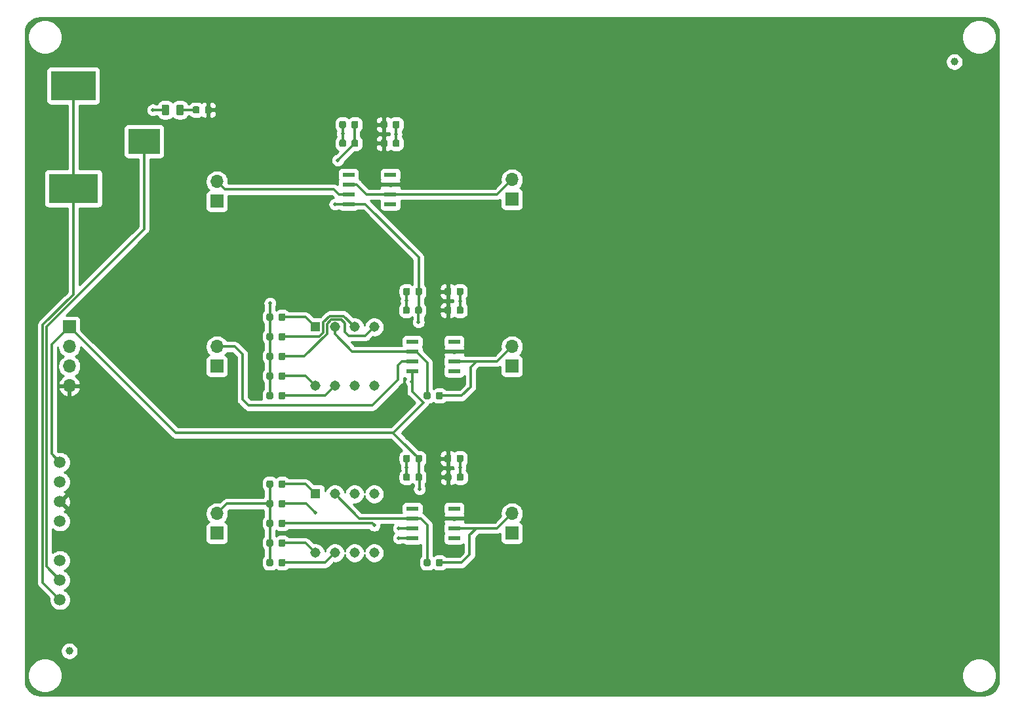
<source format=gbr>
%TF.GenerationSoftware,KiCad,Pcbnew,(5.1.7)-1*%
%TF.CreationDate,2021-06-25T14:34:52-05:00*%
%TF.ProjectId,Op_Amp_demo_PCB,4f705f41-6d70-45f6-9465-6d6f5f504342,1.0*%
%TF.SameCoordinates,Original*%
%TF.FileFunction,Copper,L1,Top*%
%TF.FilePolarity,Positive*%
%FSLAX46Y46*%
G04 Gerber Fmt 4.6, Leading zero omitted, Abs format (unit mm)*
G04 Created by KiCad (PCBNEW (5.1.7)-1) date 2021-06-25 14:34:52*
%MOMM*%
%LPD*%
G01*
G04 APERTURE LIST*
%TA.AperFunction,ComponentPad*%
%ADD10O,1.700000X1.700000*%
%TD*%
%TA.AperFunction,ComponentPad*%
%ADD11R,1.700000X1.700000*%
%TD*%
%TA.AperFunction,SMDPad,CuDef*%
%ADD12C,1.000000*%
%TD*%
%TA.AperFunction,SMDPad,CuDef*%
%ADD13R,1.550000X0.600000*%
%TD*%
%TA.AperFunction,ComponentPad*%
%ADD14C,1.509000*%
%TD*%
%TA.AperFunction,ComponentPad*%
%ADD15C,1.308000*%
%TD*%
%TA.AperFunction,ComponentPad*%
%ADD16R,1.308000X1.308000*%
%TD*%
%TA.AperFunction,SMDPad,CuDef*%
%ADD17R,6.350000X3.810000*%
%TD*%
%TA.AperFunction,SMDPad,CuDef*%
%ADD18R,5.760000X3.810000*%
%TD*%
%TA.AperFunction,SMDPad,CuDef*%
%ADD19R,4.060000X3.300000*%
%TD*%
%TA.AperFunction,ViaPad*%
%ADD20C,0.508000*%
%TD*%
%TA.AperFunction,Conductor*%
%ADD21C,0.304800*%
%TD*%
%TA.AperFunction,Conductor*%
%ADD22C,0.254000*%
%TD*%
%TA.AperFunction,Conductor*%
%ADD23C,0.100000*%
%TD*%
G04 APERTURE END LIST*
%TO.P,R13,2*%
%TO.N,+5V*%
%TA.AperFunction,SMDPad,CuDef*%
G36*
G01*
X105125000Y-68709250D02*
X105125000Y-68196750D01*
G75*
G02*
X105343750Y-67978000I218750J0D01*
G01*
X105781250Y-67978000D01*
G75*
G02*
X106000000Y-68196750I0J-218750D01*
G01*
X106000000Y-68709250D01*
G75*
G02*
X105781250Y-68928000I-218750J0D01*
G01*
X105343750Y-68928000D01*
G75*
G02*
X105125000Y-68709250I0J218750D01*
G01*
G37*
%TD.AperFunction*%
%TO.P,R13,1*%
%TO.N,Net-(D1-Pad2)*%
%TA.AperFunction,SMDPad,CuDef*%
G36*
G01*
X103550000Y-68709250D02*
X103550000Y-68196750D01*
G75*
G02*
X103768750Y-67978000I218750J0D01*
G01*
X104206250Y-67978000D01*
G75*
G02*
X104425000Y-68196750I0J-218750D01*
G01*
X104425000Y-68709250D01*
G75*
G02*
X104206250Y-68928000I-218750J0D01*
G01*
X103768750Y-68928000D01*
G75*
G02*
X103550000Y-68709250I0J218750D01*
G01*
G37*
%TD.AperFunction*%
%TD*%
D10*
%TO.P,J7,4*%
%TO.N,+5V*%
X87630000Y-104140000D03*
%TO.P,J7,3*%
%TO.N,GND*%
X87630000Y-101600000D03*
%TO.P,J7,2*%
X87630000Y-99060000D03*
D11*
%TO.P,J7,1*%
%TO.N,-5V*%
X87630000Y-96520000D03*
%TD*%
D12*
%TO.P,FID2,*%
%TO.N,*%
X201930000Y-62230000D03*
%TD*%
%TO.P,FID1,*%
%TO.N,*%
X87630000Y-138430000D03*
%TD*%
%TO.P,D1,2*%
%TO.N,Net-(D1-Pad2)*%
%TA.AperFunction,SMDPad,CuDef*%
G36*
G01*
X101415000Y-68909250D02*
X101415000Y-67996750D01*
G75*
G02*
X101658750Y-67753000I243750J0D01*
G01*
X102146250Y-67753000D01*
G75*
G02*
X102390000Y-67996750I0J-243750D01*
G01*
X102390000Y-68909250D01*
G75*
G02*
X102146250Y-69153000I-243750J0D01*
G01*
X101658750Y-69153000D01*
G75*
G02*
X101415000Y-68909250I0J243750D01*
G01*
G37*
%TD.AperFunction*%
%TO.P,D1,1*%
%TO.N,GND*%
%TA.AperFunction,SMDPad,CuDef*%
G36*
G01*
X99540000Y-68909250D02*
X99540000Y-67996750D01*
G75*
G02*
X99783750Y-67753000I243750J0D01*
G01*
X100271250Y-67753000D01*
G75*
G02*
X100515000Y-67996750I0J-243750D01*
G01*
X100515000Y-68909250D01*
G75*
G02*
X100271250Y-69153000I-243750J0D01*
G01*
X99783750Y-69153000D01*
G75*
G02*
X99540000Y-68909250I0J243750D01*
G01*
G37*
%TD.AperFunction*%
%TD*%
D13*
%TO.P,U4,1*%
%TO.N,N/C*%
X131920000Y-120015000D03*
%TO.P,U4,2*%
%TO.N,Net-(R12-Pad1)*%
X131920000Y-121285000D03*
%TO.P,U4,3*%
%TO.N,GND*%
X131920000Y-122555000D03*
%TO.P,U4,4*%
%TO.N,-5V*%
X131920000Y-123825000D03*
%TO.P,U4,5*%
%TO.N,N/C*%
X137320000Y-123825000D03*
%TO.P,U4,6*%
%TO.N,Net-(J6-Pad2)*%
X137320000Y-122555000D03*
%TO.P,U4,7*%
%TO.N,+5V*%
X137320000Y-121285000D03*
%TO.P,U4,8*%
%TO.N,N/C*%
X137320000Y-120015000D03*
%TD*%
%TO.P,U3,1*%
%TO.N,N/C*%
X123665000Y-76835000D03*
%TO.P,U3,2*%
%TO.N,Net-(J5-Pad2)*%
X123665000Y-78105000D03*
%TO.P,U3,3*%
%TO.N,Net-(J3-Pad2)*%
X123665000Y-79375000D03*
%TO.P,U3,4*%
%TO.N,-5V*%
X123665000Y-80645000D03*
%TO.P,U3,5*%
%TO.N,N/C*%
X129065000Y-80645000D03*
%TO.P,U3,6*%
%TO.N,Net-(J5-Pad2)*%
X129065000Y-79375000D03*
%TO.P,U3,7*%
%TO.N,+5V*%
X129065000Y-78105000D03*
%TO.P,U3,8*%
%TO.N,N/C*%
X129065000Y-76835000D03*
%TD*%
%TO.P,U2,1*%
%TO.N,N/C*%
X131920000Y-98425000D03*
%TO.P,U2,2*%
%TO.N,Net-(R6-Pad2)*%
X131920000Y-99695000D03*
%TO.P,U2,3*%
%TO.N,Net-(J1-Pad2)*%
X131920000Y-100965000D03*
%TO.P,U2,4*%
%TO.N,-5V*%
X131920000Y-102235000D03*
%TO.P,U2,5*%
%TO.N,N/C*%
X137320000Y-102235000D03*
%TO.P,U2,6*%
%TO.N,Net-(J2-Pad2)*%
X137320000Y-100965000D03*
%TO.P,U2,7*%
%TO.N,+5V*%
X137320000Y-99695000D03*
%TO.P,U2,8*%
%TO.N,N/C*%
X137320000Y-98425000D03*
%TD*%
D14*
%TO.P,U1,1*%
%TO.N,Net-(CON1-Pad2)*%
X86410000Y-131800000D03*
%TO.P,U1,2*%
%TO.N,Net-(CON1-Pad1)*%
X86410000Y-129260000D03*
%TO.P,U1,3*%
%TO.N,N/C*%
X86410000Y-126720000D03*
%TO.P,U1,5*%
X86410000Y-121640000D03*
%TO.P,U1,6*%
%TO.N,+5V*%
X86410000Y-119100000D03*
%TO.P,U1,7*%
%TO.N,GND*%
X86410000Y-116560000D03*
%TO.P,U1,8*%
%TO.N,-5V*%
X86410000Y-114020000D03*
%TD*%
D15*
%TO.P,SW2,4*%
%TO.N,Net-(R10-Pad1)*%
X119380000Y-125730000D03*
%TO.P,SW2,5*%
%TO.N,Net-(R11-Pad1)*%
X121920000Y-125730000D03*
%TO.P,SW2,C1*%
%TO.N,N/C*%
X124460000Y-125730000D03*
%TO.P,SW2,NC*%
X127000000Y-125730000D03*
D16*
%TO.P,SW2,1*%
%TO.N,Net-(R7-Pad1)*%
X119380000Y-118110000D03*
D15*
%TO.P,SW2,C*%
%TO.N,Net-(R12-Pad1)*%
X121920000Y-118110000D03*
%TO.P,SW2,2*%
%TO.N,Net-(R8-Pad1)*%
X124460000Y-118110000D03*
%TO.P,SW2,3*%
%TO.N,Net-(R9-Pad1)*%
X127000000Y-118110000D03*
%TD*%
%TO.P,SW1,4*%
%TO.N,Net-(R4-Pad1)*%
X119380000Y-104140000D03*
%TO.P,SW1,5*%
%TO.N,Net-(R5-Pad1)*%
X121920000Y-104140000D03*
%TO.P,SW1,C1*%
%TO.N,N/C*%
X124460000Y-104140000D03*
%TO.P,SW1,NC*%
X127000000Y-104140000D03*
D16*
%TO.P,SW1,1*%
%TO.N,Net-(R1-Pad1)*%
X119380000Y-96520000D03*
D15*
%TO.P,SW1,C*%
%TO.N,Net-(R6-Pad2)*%
X121920000Y-96520000D03*
%TO.P,SW1,2*%
%TO.N,Net-(R2-Pad1)*%
X124460000Y-96520000D03*
%TO.P,SW1,3*%
%TO.N,Net-(R3-Pad1)*%
X127000000Y-96520000D03*
%TD*%
%TO.P,R12,2*%
%TO.N,Net-(J6-Pad2)*%
%TA.AperFunction,SMDPad,CuDef*%
G36*
G01*
X134970000Y-127256250D02*
X134970000Y-126743750D01*
G75*
G02*
X135188750Y-126525000I218750J0D01*
G01*
X135626250Y-126525000D01*
G75*
G02*
X135845000Y-126743750I0J-218750D01*
G01*
X135845000Y-127256250D01*
G75*
G02*
X135626250Y-127475000I-218750J0D01*
G01*
X135188750Y-127475000D01*
G75*
G02*
X134970000Y-127256250I0J218750D01*
G01*
G37*
%TD.AperFunction*%
%TO.P,R12,1*%
%TO.N,Net-(R12-Pad1)*%
%TA.AperFunction,SMDPad,CuDef*%
G36*
G01*
X133395000Y-127256250D02*
X133395000Y-126743750D01*
G75*
G02*
X133613750Y-126525000I218750J0D01*
G01*
X134051250Y-126525000D01*
G75*
G02*
X134270000Y-126743750I0J-218750D01*
G01*
X134270000Y-127256250D01*
G75*
G02*
X134051250Y-127475000I-218750J0D01*
G01*
X133613750Y-127475000D01*
G75*
G02*
X133395000Y-127256250I0J218750D01*
G01*
G37*
%TD.AperFunction*%
%TD*%
%TO.P,R11,2*%
%TO.N,Net-(J4-Pad2)*%
%TA.AperFunction,SMDPad,CuDef*%
G36*
G01*
X113950000Y-126743750D02*
X113950000Y-127256250D01*
G75*
G02*
X113731250Y-127475000I-218750J0D01*
G01*
X113293750Y-127475000D01*
G75*
G02*
X113075000Y-127256250I0J218750D01*
G01*
X113075000Y-126743750D01*
G75*
G02*
X113293750Y-126525000I218750J0D01*
G01*
X113731250Y-126525000D01*
G75*
G02*
X113950000Y-126743750I0J-218750D01*
G01*
G37*
%TD.AperFunction*%
%TO.P,R11,1*%
%TO.N,Net-(R11-Pad1)*%
%TA.AperFunction,SMDPad,CuDef*%
G36*
G01*
X115525000Y-126743750D02*
X115525000Y-127256250D01*
G75*
G02*
X115306250Y-127475000I-218750J0D01*
G01*
X114868750Y-127475000D01*
G75*
G02*
X114650000Y-127256250I0J218750D01*
G01*
X114650000Y-126743750D01*
G75*
G02*
X114868750Y-126525000I218750J0D01*
G01*
X115306250Y-126525000D01*
G75*
G02*
X115525000Y-126743750I0J-218750D01*
G01*
G37*
%TD.AperFunction*%
%TD*%
%TO.P,R10,2*%
%TO.N,Net-(J4-Pad2)*%
%TA.AperFunction,SMDPad,CuDef*%
G36*
G01*
X113950000Y-124203750D02*
X113950000Y-124716250D01*
G75*
G02*
X113731250Y-124935000I-218750J0D01*
G01*
X113293750Y-124935000D01*
G75*
G02*
X113075000Y-124716250I0J218750D01*
G01*
X113075000Y-124203750D01*
G75*
G02*
X113293750Y-123985000I218750J0D01*
G01*
X113731250Y-123985000D01*
G75*
G02*
X113950000Y-124203750I0J-218750D01*
G01*
G37*
%TD.AperFunction*%
%TO.P,R10,1*%
%TO.N,Net-(R10-Pad1)*%
%TA.AperFunction,SMDPad,CuDef*%
G36*
G01*
X115525000Y-124203750D02*
X115525000Y-124716250D01*
G75*
G02*
X115306250Y-124935000I-218750J0D01*
G01*
X114868750Y-124935000D01*
G75*
G02*
X114650000Y-124716250I0J218750D01*
G01*
X114650000Y-124203750D01*
G75*
G02*
X114868750Y-123985000I218750J0D01*
G01*
X115306250Y-123985000D01*
G75*
G02*
X115525000Y-124203750I0J-218750D01*
G01*
G37*
%TD.AperFunction*%
%TD*%
%TO.P,R9,2*%
%TO.N,Net-(J4-Pad2)*%
%TA.AperFunction,SMDPad,CuDef*%
G36*
G01*
X113950000Y-121663750D02*
X113950000Y-122176250D01*
G75*
G02*
X113731250Y-122395000I-218750J0D01*
G01*
X113293750Y-122395000D01*
G75*
G02*
X113075000Y-122176250I0J218750D01*
G01*
X113075000Y-121663750D01*
G75*
G02*
X113293750Y-121445000I218750J0D01*
G01*
X113731250Y-121445000D01*
G75*
G02*
X113950000Y-121663750I0J-218750D01*
G01*
G37*
%TD.AperFunction*%
%TO.P,R9,1*%
%TO.N,Net-(R9-Pad1)*%
%TA.AperFunction,SMDPad,CuDef*%
G36*
G01*
X115525000Y-121663750D02*
X115525000Y-122176250D01*
G75*
G02*
X115306250Y-122395000I-218750J0D01*
G01*
X114868750Y-122395000D01*
G75*
G02*
X114650000Y-122176250I0J218750D01*
G01*
X114650000Y-121663750D01*
G75*
G02*
X114868750Y-121445000I218750J0D01*
G01*
X115306250Y-121445000D01*
G75*
G02*
X115525000Y-121663750I0J-218750D01*
G01*
G37*
%TD.AperFunction*%
%TD*%
%TO.P,R8,2*%
%TO.N,Net-(J4-Pad2)*%
%TA.AperFunction,SMDPad,CuDef*%
G36*
G01*
X113950000Y-119123750D02*
X113950000Y-119636250D01*
G75*
G02*
X113731250Y-119855000I-218750J0D01*
G01*
X113293750Y-119855000D01*
G75*
G02*
X113075000Y-119636250I0J218750D01*
G01*
X113075000Y-119123750D01*
G75*
G02*
X113293750Y-118905000I218750J0D01*
G01*
X113731250Y-118905000D01*
G75*
G02*
X113950000Y-119123750I0J-218750D01*
G01*
G37*
%TD.AperFunction*%
%TO.P,R8,1*%
%TO.N,Net-(R8-Pad1)*%
%TA.AperFunction,SMDPad,CuDef*%
G36*
G01*
X115525000Y-119123750D02*
X115525000Y-119636250D01*
G75*
G02*
X115306250Y-119855000I-218750J0D01*
G01*
X114868750Y-119855000D01*
G75*
G02*
X114650000Y-119636250I0J218750D01*
G01*
X114650000Y-119123750D01*
G75*
G02*
X114868750Y-118905000I218750J0D01*
G01*
X115306250Y-118905000D01*
G75*
G02*
X115525000Y-119123750I0J-218750D01*
G01*
G37*
%TD.AperFunction*%
%TD*%
%TO.P,R7,2*%
%TO.N,Net-(J4-Pad2)*%
%TA.AperFunction,SMDPad,CuDef*%
G36*
G01*
X113950000Y-116583750D02*
X113950000Y-117096250D01*
G75*
G02*
X113731250Y-117315000I-218750J0D01*
G01*
X113293750Y-117315000D01*
G75*
G02*
X113075000Y-117096250I0J218750D01*
G01*
X113075000Y-116583750D01*
G75*
G02*
X113293750Y-116365000I218750J0D01*
G01*
X113731250Y-116365000D01*
G75*
G02*
X113950000Y-116583750I0J-218750D01*
G01*
G37*
%TD.AperFunction*%
%TO.P,R7,1*%
%TO.N,Net-(R7-Pad1)*%
%TA.AperFunction,SMDPad,CuDef*%
G36*
G01*
X115525000Y-116583750D02*
X115525000Y-117096250D01*
G75*
G02*
X115306250Y-117315000I-218750J0D01*
G01*
X114868750Y-117315000D01*
G75*
G02*
X114650000Y-117096250I0J218750D01*
G01*
X114650000Y-116583750D01*
G75*
G02*
X114868750Y-116365000I218750J0D01*
G01*
X115306250Y-116365000D01*
G75*
G02*
X115525000Y-116583750I0J-218750D01*
G01*
G37*
%TD.AperFunction*%
%TD*%
%TO.P,R6,2*%
%TO.N,Net-(R6-Pad2)*%
%TA.AperFunction,SMDPad,CuDef*%
G36*
G01*
X134270000Y-105153750D02*
X134270000Y-105666250D01*
G75*
G02*
X134051250Y-105885000I-218750J0D01*
G01*
X133613750Y-105885000D01*
G75*
G02*
X133395000Y-105666250I0J218750D01*
G01*
X133395000Y-105153750D01*
G75*
G02*
X133613750Y-104935000I218750J0D01*
G01*
X134051250Y-104935000D01*
G75*
G02*
X134270000Y-105153750I0J-218750D01*
G01*
G37*
%TD.AperFunction*%
%TO.P,R6,1*%
%TO.N,Net-(J2-Pad2)*%
%TA.AperFunction,SMDPad,CuDef*%
G36*
G01*
X135845000Y-105153750D02*
X135845000Y-105666250D01*
G75*
G02*
X135626250Y-105885000I-218750J0D01*
G01*
X135188750Y-105885000D01*
G75*
G02*
X134970000Y-105666250I0J218750D01*
G01*
X134970000Y-105153750D01*
G75*
G02*
X135188750Y-104935000I218750J0D01*
G01*
X135626250Y-104935000D01*
G75*
G02*
X135845000Y-105153750I0J-218750D01*
G01*
G37*
%TD.AperFunction*%
%TD*%
%TO.P,R5,2*%
%TO.N,GND*%
%TA.AperFunction,SMDPad,CuDef*%
G36*
G01*
X113950000Y-105153750D02*
X113950000Y-105666250D01*
G75*
G02*
X113731250Y-105885000I-218750J0D01*
G01*
X113293750Y-105885000D01*
G75*
G02*
X113075000Y-105666250I0J218750D01*
G01*
X113075000Y-105153750D01*
G75*
G02*
X113293750Y-104935000I218750J0D01*
G01*
X113731250Y-104935000D01*
G75*
G02*
X113950000Y-105153750I0J-218750D01*
G01*
G37*
%TD.AperFunction*%
%TO.P,R5,1*%
%TO.N,Net-(R5-Pad1)*%
%TA.AperFunction,SMDPad,CuDef*%
G36*
G01*
X115525000Y-105153750D02*
X115525000Y-105666250D01*
G75*
G02*
X115306250Y-105885000I-218750J0D01*
G01*
X114868750Y-105885000D01*
G75*
G02*
X114650000Y-105666250I0J218750D01*
G01*
X114650000Y-105153750D01*
G75*
G02*
X114868750Y-104935000I218750J0D01*
G01*
X115306250Y-104935000D01*
G75*
G02*
X115525000Y-105153750I0J-218750D01*
G01*
G37*
%TD.AperFunction*%
%TD*%
%TO.P,R4,2*%
%TO.N,GND*%
%TA.AperFunction,SMDPad,CuDef*%
G36*
G01*
X113950000Y-102613750D02*
X113950000Y-103126250D01*
G75*
G02*
X113731250Y-103345000I-218750J0D01*
G01*
X113293750Y-103345000D01*
G75*
G02*
X113075000Y-103126250I0J218750D01*
G01*
X113075000Y-102613750D01*
G75*
G02*
X113293750Y-102395000I218750J0D01*
G01*
X113731250Y-102395000D01*
G75*
G02*
X113950000Y-102613750I0J-218750D01*
G01*
G37*
%TD.AperFunction*%
%TO.P,R4,1*%
%TO.N,Net-(R4-Pad1)*%
%TA.AperFunction,SMDPad,CuDef*%
G36*
G01*
X115525000Y-102613750D02*
X115525000Y-103126250D01*
G75*
G02*
X115306250Y-103345000I-218750J0D01*
G01*
X114868750Y-103345000D01*
G75*
G02*
X114650000Y-103126250I0J218750D01*
G01*
X114650000Y-102613750D01*
G75*
G02*
X114868750Y-102395000I218750J0D01*
G01*
X115306250Y-102395000D01*
G75*
G02*
X115525000Y-102613750I0J-218750D01*
G01*
G37*
%TD.AperFunction*%
%TD*%
%TO.P,R3,2*%
%TO.N,GND*%
%TA.AperFunction,SMDPad,CuDef*%
G36*
G01*
X113950000Y-100073750D02*
X113950000Y-100586250D01*
G75*
G02*
X113731250Y-100805000I-218750J0D01*
G01*
X113293750Y-100805000D01*
G75*
G02*
X113075000Y-100586250I0J218750D01*
G01*
X113075000Y-100073750D01*
G75*
G02*
X113293750Y-99855000I218750J0D01*
G01*
X113731250Y-99855000D01*
G75*
G02*
X113950000Y-100073750I0J-218750D01*
G01*
G37*
%TD.AperFunction*%
%TO.P,R3,1*%
%TO.N,Net-(R3-Pad1)*%
%TA.AperFunction,SMDPad,CuDef*%
G36*
G01*
X115525000Y-100073750D02*
X115525000Y-100586250D01*
G75*
G02*
X115306250Y-100805000I-218750J0D01*
G01*
X114868750Y-100805000D01*
G75*
G02*
X114650000Y-100586250I0J218750D01*
G01*
X114650000Y-100073750D01*
G75*
G02*
X114868750Y-99855000I218750J0D01*
G01*
X115306250Y-99855000D01*
G75*
G02*
X115525000Y-100073750I0J-218750D01*
G01*
G37*
%TD.AperFunction*%
%TD*%
%TO.P,R2,2*%
%TO.N,GND*%
%TA.AperFunction,SMDPad,CuDef*%
G36*
G01*
X113950000Y-97533750D02*
X113950000Y-98046250D01*
G75*
G02*
X113731250Y-98265000I-218750J0D01*
G01*
X113293750Y-98265000D01*
G75*
G02*
X113075000Y-98046250I0J218750D01*
G01*
X113075000Y-97533750D01*
G75*
G02*
X113293750Y-97315000I218750J0D01*
G01*
X113731250Y-97315000D01*
G75*
G02*
X113950000Y-97533750I0J-218750D01*
G01*
G37*
%TD.AperFunction*%
%TO.P,R2,1*%
%TO.N,Net-(R2-Pad1)*%
%TA.AperFunction,SMDPad,CuDef*%
G36*
G01*
X115525000Y-97533750D02*
X115525000Y-98046250D01*
G75*
G02*
X115306250Y-98265000I-218750J0D01*
G01*
X114868750Y-98265000D01*
G75*
G02*
X114650000Y-98046250I0J218750D01*
G01*
X114650000Y-97533750D01*
G75*
G02*
X114868750Y-97315000I218750J0D01*
G01*
X115306250Y-97315000D01*
G75*
G02*
X115525000Y-97533750I0J-218750D01*
G01*
G37*
%TD.AperFunction*%
%TD*%
%TO.P,R1,2*%
%TO.N,GND*%
%TA.AperFunction,SMDPad,CuDef*%
G36*
G01*
X113950000Y-94993750D02*
X113950000Y-95506250D01*
G75*
G02*
X113731250Y-95725000I-218750J0D01*
G01*
X113293750Y-95725000D01*
G75*
G02*
X113075000Y-95506250I0J218750D01*
G01*
X113075000Y-94993750D01*
G75*
G02*
X113293750Y-94775000I218750J0D01*
G01*
X113731250Y-94775000D01*
G75*
G02*
X113950000Y-94993750I0J-218750D01*
G01*
G37*
%TD.AperFunction*%
%TO.P,R1,1*%
%TO.N,Net-(R1-Pad1)*%
%TA.AperFunction,SMDPad,CuDef*%
G36*
G01*
X115525000Y-94993750D02*
X115525000Y-95506250D01*
G75*
G02*
X115306250Y-95725000I-218750J0D01*
G01*
X114868750Y-95725000D01*
G75*
G02*
X114650000Y-95506250I0J218750D01*
G01*
X114650000Y-94993750D01*
G75*
G02*
X114868750Y-94775000I218750J0D01*
G01*
X115306250Y-94775000D01*
G75*
G02*
X115525000Y-94993750I0J-218750D01*
G01*
G37*
%TD.AperFunction*%
%TD*%
D10*
%TO.P,J6,2*%
%TO.N,Net-(J6-Pad2)*%
X144780000Y-120650000D03*
D11*
%TO.P,J6,1*%
%TO.N,GND*%
X144780000Y-123190000D03*
%TD*%
D10*
%TO.P,J5,2*%
%TO.N,Net-(J5-Pad2)*%
X144780000Y-77470000D03*
D11*
%TO.P,J5,1*%
%TO.N,GND*%
X144780000Y-80010000D03*
%TD*%
D10*
%TO.P,J4,2*%
%TO.N,Net-(J4-Pad2)*%
X106680000Y-120650000D03*
D11*
%TO.P,J4,1*%
%TO.N,GND*%
X106680000Y-123190000D03*
%TD*%
D10*
%TO.P,J3,2*%
%TO.N,Net-(J3-Pad2)*%
X106680000Y-77724000D03*
D11*
%TO.P,J3,1*%
%TO.N,GND*%
X106680000Y-80264000D03*
%TD*%
D10*
%TO.P,J2,2*%
%TO.N,Net-(J2-Pad2)*%
X144780000Y-99060000D03*
D11*
%TO.P,J2,1*%
%TO.N,GND*%
X144780000Y-101600000D03*
%TD*%
D10*
%TO.P,J1,2*%
%TO.N,Net-(J1-Pad2)*%
X106680000Y-99060000D03*
D11*
%TO.P,J1,1*%
%TO.N,GND*%
X106680000Y-101600000D03*
%TD*%
D17*
%TO.P,CON1,2*%
%TO.N,Net-(CON1-Pad2)*%
X88138000Y-78617000D03*
D18*
%TO.P,CON1,3*%
X88138000Y-65327000D03*
D19*
%TO.P,CON1,1*%
%TO.N,Net-(CON1-Pad1)*%
X97278000Y-72517000D03*
%TD*%
%TO.P,C12,2*%
%TO.N,GND*%
%TA.AperFunction,SMDPad,CuDef*%
G36*
G01*
X123348000Y-72514750D02*
X123348000Y-73027250D01*
G75*
G02*
X123129250Y-73246000I-218750J0D01*
G01*
X122691750Y-73246000D01*
G75*
G02*
X122473000Y-73027250I0J218750D01*
G01*
X122473000Y-72514750D01*
G75*
G02*
X122691750Y-72296000I218750J0D01*
G01*
X123129250Y-72296000D01*
G75*
G02*
X123348000Y-72514750I0J-218750D01*
G01*
G37*
%TD.AperFunction*%
%TO.P,C12,1*%
%TO.N,-5V*%
%TA.AperFunction,SMDPad,CuDef*%
G36*
G01*
X124923000Y-72514750D02*
X124923000Y-73027250D01*
G75*
G02*
X124704250Y-73246000I-218750J0D01*
G01*
X124266750Y-73246000D01*
G75*
G02*
X124048000Y-73027250I0J218750D01*
G01*
X124048000Y-72514750D01*
G75*
G02*
X124266750Y-72296000I218750J0D01*
G01*
X124704250Y-72296000D01*
G75*
G02*
X124923000Y-72514750I0J-218750D01*
G01*
G37*
%TD.AperFunction*%
%TD*%
%TO.P,C11,2*%
%TO.N,GND*%
%TA.AperFunction,SMDPad,CuDef*%
G36*
G01*
X123348000Y-70101750D02*
X123348000Y-70614250D01*
G75*
G02*
X123129250Y-70833000I-218750J0D01*
G01*
X122691750Y-70833000D01*
G75*
G02*
X122473000Y-70614250I0J218750D01*
G01*
X122473000Y-70101750D01*
G75*
G02*
X122691750Y-69883000I218750J0D01*
G01*
X123129250Y-69883000D01*
G75*
G02*
X123348000Y-70101750I0J-218750D01*
G01*
G37*
%TD.AperFunction*%
%TO.P,C11,1*%
%TO.N,-5V*%
%TA.AperFunction,SMDPad,CuDef*%
G36*
G01*
X124923000Y-70101750D02*
X124923000Y-70614250D01*
G75*
G02*
X124704250Y-70833000I-218750J0D01*
G01*
X124266750Y-70833000D01*
G75*
G02*
X124048000Y-70614250I0J218750D01*
G01*
X124048000Y-70101750D01*
G75*
G02*
X124266750Y-69883000I218750J0D01*
G01*
X124704250Y-69883000D01*
G75*
G02*
X124923000Y-70101750I0J-218750D01*
G01*
G37*
%TD.AperFunction*%
%TD*%
%TO.P,C10,2*%
%TO.N,+5V*%
%TA.AperFunction,SMDPad,CuDef*%
G36*
G01*
X128682000Y-72514750D02*
X128682000Y-73027250D01*
G75*
G02*
X128463250Y-73246000I-218750J0D01*
G01*
X128025750Y-73246000D01*
G75*
G02*
X127807000Y-73027250I0J218750D01*
G01*
X127807000Y-72514750D01*
G75*
G02*
X128025750Y-72296000I218750J0D01*
G01*
X128463250Y-72296000D01*
G75*
G02*
X128682000Y-72514750I0J-218750D01*
G01*
G37*
%TD.AperFunction*%
%TO.P,C10,1*%
%TO.N,GND*%
%TA.AperFunction,SMDPad,CuDef*%
G36*
G01*
X130257000Y-72514750D02*
X130257000Y-73027250D01*
G75*
G02*
X130038250Y-73246000I-218750J0D01*
G01*
X129600750Y-73246000D01*
G75*
G02*
X129382000Y-73027250I0J218750D01*
G01*
X129382000Y-72514750D01*
G75*
G02*
X129600750Y-72296000I218750J0D01*
G01*
X130038250Y-72296000D01*
G75*
G02*
X130257000Y-72514750I0J-218750D01*
G01*
G37*
%TD.AperFunction*%
%TD*%
%TO.P,C9,2*%
%TO.N,+5V*%
%TA.AperFunction,SMDPad,CuDef*%
G36*
G01*
X128682000Y-70101750D02*
X128682000Y-70614250D01*
G75*
G02*
X128463250Y-70833000I-218750J0D01*
G01*
X128025750Y-70833000D01*
G75*
G02*
X127807000Y-70614250I0J218750D01*
G01*
X127807000Y-70101750D01*
G75*
G02*
X128025750Y-69883000I218750J0D01*
G01*
X128463250Y-69883000D01*
G75*
G02*
X128682000Y-70101750I0J-218750D01*
G01*
G37*
%TD.AperFunction*%
%TO.P,C9,1*%
%TO.N,GND*%
%TA.AperFunction,SMDPad,CuDef*%
G36*
G01*
X130257000Y-70101750D02*
X130257000Y-70614250D01*
G75*
G02*
X130038250Y-70833000I-218750J0D01*
G01*
X129600750Y-70833000D01*
G75*
G02*
X129382000Y-70614250I0J218750D01*
G01*
X129382000Y-70101750D01*
G75*
G02*
X129600750Y-69883000I218750J0D01*
G01*
X130038250Y-69883000D01*
G75*
G02*
X130257000Y-70101750I0J-218750D01*
G01*
G37*
%TD.AperFunction*%
%TD*%
%TO.P,C8,2*%
%TO.N,GND*%
%TA.AperFunction,SMDPad,CuDef*%
G36*
G01*
X131577500Y-94104750D02*
X131577500Y-94617250D01*
G75*
G02*
X131358750Y-94836000I-218750J0D01*
G01*
X130921250Y-94836000D01*
G75*
G02*
X130702500Y-94617250I0J218750D01*
G01*
X130702500Y-94104750D01*
G75*
G02*
X130921250Y-93886000I218750J0D01*
G01*
X131358750Y-93886000D01*
G75*
G02*
X131577500Y-94104750I0J-218750D01*
G01*
G37*
%TD.AperFunction*%
%TO.P,C8,1*%
%TO.N,-5V*%
%TA.AperFunction,SMDPad,CuDef*%
G36*
G01*
X133152500Y-94104750D02*
X133152500Y-94617250D01*
G75*
G02*
X132933750Y-94836000I-218750J0D01*
G01*
X132496250Y-94836000D01*
G75*
G02*
X132277500Y-94617250I0J218750D01*
G01*
X132277500Y-94104750D01*
G75*
G02*
X132496250Y-93886000I218750J0D01*
G01*
X132933750Y-93886000D01*
G75*
G02*
X133152500Y-94104750I0J-218750D01*
G01*
G37*
%TD.AperFunction*%
%TD*%
%TO.P,C7,2*%
%TO.N,GND*%
%TA.AperFunction,SMDPad,CuDef*%
G36*
G01*
X131603000Y-91691750D02*
X131603000Y-92204250D01*
G75*
G02*
X131384250Y-92423000I-218750J0D01*
G01*
X130946750Y-92423000D01*
G75*
G02*
X130728000Y-92204250I0J218750D01*
G01*
X130728000Y-91691750D01*
G75*
G02*
X130946750Y-91473000I218750J0D01*
G01*
X131384250Y-91473000D01*
G75*
G02*
X131603000Y-91691750I0J-218750D01*
G01*
G37*
%TD.AperFunction*%
%TO.P,C7,1*%
%TO.N,-5V*%
%TA.AperFunction,SMDPad,CuDef*%
G36*
G01*
X133178000Y-91691750D02*
X133178000Y-92204250D01*
G75*
G02*
X132959250Y-92423000I-218750J0D01*
G01*
X132521750Y-92423000D01*
G75*
G02*
X132303000Y-92204250I0J218750D01*
G01*
X132303000Y-91691750D01*
G75*
G02*
X132521750Y-91473000I218750J0D01*
G01*
X132959250Y-91473000D01*
G75*
G02*
X133178000Y-91691750I0J-218750D01*
G01*
G37*
%TD.AperFunction*%
%TD*%
%TO.P,C6,2*%
%TO.N,+5V*%
%TA.AperFunction,SMDPad,CuDef*%
G36*
G01*
X136937000Y-94104750D02*
X136937000Y-94617250D01*
G75*
G02*
X136718250Y-94836000I-218750J0D01*
G01*
X136280750Y-94836000D01*
G75*
G02*
X136062000Y-94617250I0J218750D01*
G01*
X136062000Y-94104750D01*
G75*
G02*
X136280750Y-93886000I218750J0D01*
G01*
X136718250Y-93886000D01*
G75*
G02*
X136937000Y-94104750I0J-218750D01*
G01*
G37*
%TD.AperFunction*%
%TO.P,C6,1*%
%TO.N,GND*%
%TA.AperFunction,SMDPad,CuDef*%
G36*
G01*
X138512000Y-94104750D02*
X138512000Y-94617250D01*
G75*
G02*
X138293250Y-94836000I-218750J0D01*
G01*
X137855750Y-94836000D01*
G75*
G02*
X137637000Y-94617250I0J218750D01*
G01*
X137637000Y-94104750D01*
G75*
G02*
X137855750Y-93886000I218750J0D01*
G01*
X138293250Y-93886000D01*
G75*
G02*
X138512000Y-94104750I0J-218750D01*
G01*
G37*
%TD.AperFunction*%
%TD*%
%TO.P,C5,2*%
%TO.N,+5V*%
%TA.AperFunction,SMDPad,CuDef*%
G36*
G01*
X136937000Y-91691750D02*
X136937000Y-92204250D01*
G75*
G02*
X136718250Y-92423000I-218750J0D01*
G01*
X136280750Y-92423000D01*
G75*
G02*
X136062000Y-92204250I0J218750D01*
G01*
X136062000Y-91691750D01*
G75*
G02*
X136280750Y-91473000I218750J0D01*
G01*
X136718250Y-91473000D01*
G75*
G02*
X136937000Y-91691750I0J-218750D01*
G01*
G37*
%TD.AperFunction*%
%TO.P,C5,1*%
%TO.N,GND*%
%TA.AperFunction,SMDPad,CuDef*%
G36*
G01*
X138512000Y-91691750D02*
X138512000Y-92204250D01*
G75*
G02*
X138293250Y-92423000I-218750J0D01*
G01*
X137855750Y-92423000D01*
G75*
G02*
X137637000Y-92204250I0J218750D01*
G01*
X137637000Y-91691750D01*
G75*
G02*
X137855750Y-91473000I218750J0D01*
G01*
X138293250Y-91473000D01*
G75*
G02*
X138512000Y-91691750I0J-218750D01*
G01*
G37*
%TD.AperFunction*%
%TD*%
%TO.P,C4,2*%
%TO.N,GND*%
%TA.AperFunction,SMDPad,CuDef*%
G36*
G01*
X131603000Y-115694750D02*
X131603000Y-116207250D01*
G75*
G02*
X131384250Y-116426000I-218750J0D01*
G01*
X130946750Y-116426000D01*
G75*
G02*
X130728000Y-116207250I0J218750D01*
G01*
X130728000Y-115694750D01*
G75*
G02*
X130946750Y-115476000I218750J0D01*
G01*
X131384250Y-115476000D01*
G75*
G02*
X131603000Y-115694750I0J-218750D01*
G01*
G37*
%TD.AperFunction*%
%TO.P,C4,1*%
%TO.N,-5V*%
%TA.AperFunction,SMDPad,CuDef*%
G36*
G01*
X133178000Y-115694750D02*
X133178000Y-116207250D01*
G75*
G02*
X132959250Y-116426000I-218750J0D01*
G01*
X132521750Y-116426000D01*
G75*
G02*
X132303000Y-116207250I0J218750D01*
G01*
X132303000Y-115694750D01*
G75*
G02*
X132521750Y-115476000I218750J0D01*
G01*
X132959250Y-115476000D01*
G75*
G02*
X133178000Y-115694750I0J-218750D01*
G01*
G37*
%TD.AperFunction*%
%TD*%
%TO.P,C3,2*%
%TO.N,GND*%
%TA.AperFunction,SMDPad,CuDef*%
G36*
G01*
X131603000Y-113281750D02*
X131603000Y-113794250D01*
G75*
G02*
X131384250Y-114013000I-218750J0D01*
G01*
X130946750Y-114013000D01*
G75*
G02*
X130728000Y-113794250I0J218750D01*
G01*
X130728000Y-113281750D01*
G75*
G02*
X130946750Y-113063000I218750J0D01*
G01*
X131384250Y-113063000D01*
G75*
G02*
X131603000Y-113281750I0J-218750D01*
G01*
G37*
%TD.AperFunction*%
%TO.P,C3,1*%
%TO.N,-5V*%
%TA.AperFunction,SMDPad,CuDef*%
G36*
G01*
X133178000Y-113281750D02*
X133178000Y-113794250D01*
G75*
G02*
X132959250Y-114013000I-218750J0D01*
G01*
X132521750Y-114013000D01*
G75*
G02*
X132303000Y-113794250I0J218750D01*
G01*
X132303000Y-113281750D01*
G75*
G02*
X132521750Y-113063000I218750J0D01*
G01*
X132959250Y-113063000D01*
G75*
G02*
X133178000Y-113281750I0J-218750D01*
G01*
G37*
%TD.AperFunction*%
%TD*%
%TO.P,C2,2*%
%TO.N,+5V*%
%TA.AperFunction,SMDPad,CuDef*%
G36*
G01*
X136962500Y-115694750D02*
X136962500Y-116207250D01*
G75*
G02*
X136743750Y-116426000I-218750J0D01*
G01*
X136306250Y-116426000D01*
G75*
G02*
X136087500Y-116207250I0J218750D01*
G01*
X136087500Y-115694750D01*
G75*
G02*
X136306250Y-115476000I218750J0D01*
G01*
X136743750Y-115476000D01*
G75*
G02*
X136962500Y-115694750I0J-218750D01*
G01*
G37*
%TD.AperFunction*%
%TO.P,C2,1*%
%TO.N,GND*%
%TA.AperFunction,SMDPad,CuDef*%
G36*
G01*
X138537500Y-115694750D02*
X138537500Y-116207250D01*
G75*
G02*
X138318750Y-116426000I-218750J0D01*
G01*
X137881250Y-116426000D01*
G75*
G02*
X137662500Y-116207250I0J218750D01*
G01*
X137662500Y-115694750D01*
G75*
G02*
X137881250Y-115476000I218750J0D01*
G01*
X138318750Y-115476000D01*
G75*
G02*
X138537500Y-115694750I0J-218750D01*
G01*
G37*
%TD.AperFunction*%
%TD*%
%TO.P,C1,2*%
%TO.N,+5V*%
%TA.AperFunction,SMDPad,CuDef*%
G36*
G01*
X136937000Y-113281750D02*
X136937000Y-113794250D01*
G75*
G02*
X136718250Y-114013000I-218750J0D01*
G01*
X136280750Y-114013000D01*
G75*
G02*
X136062000Y-113794250I0J218750D01*
G01*
X136062000Y-113281750D01*
G75*
G02*
X136280750Y-113063000I218750J0D01*
G01*
X136718250Y-113063000D01*
G75*
G02*
X136937000Y-113281750I0J-218750D01*
G01*
G37*
%TD.AperFunction*%
%TO.P,C1,1*%
%TO.N,GND*%
%TA.AperFunction,SMDPad,CuDef*%
G36*
G01*
X138512000Y-113281750D02*
X138512000Y-113794250D01*
G75*
G02*
X138293250Y-114013000I-218750J0D01*
G01*
X137855750Y-114013000D01*
G75*
G02*
X137637000Y-113794250I0J218750D01*
G01*
X137637000Y-113281750D01*
G75*
G02*
X137855750Y-113063000I218750J0D01*
G01*
X138293250Y-113063000D01*
G75*
G02*
X138512000Y-113281750I0J-218750D01*
G01*
G37*
%TD.AperFunction*%
%TD*%
D20*
%TO.N,GND*%
X138074500Y-114655500D03*
X131165500Y-114706500D03*
X113538000Y-93472000D03*
X131140000Y-93142000D03*
X138074500Y-93192510D03*
X130175000Y-122555000D03*
X129819500Y-71602500D03*
X122910500Y-71526500D03*
X98425000Y-68453000D03*
%TO.N,-5V*%
X130175000Y-123825000D03*
X132842000Y-117475000D03*
X131826000Y-103632000D03*
X132715000Y-95885000D03*
X121920000Y-80645000D03*
X122301000Y-74955500D03*
%TO.N,Net-(R8-Pad1)*%
X119380000Y-120523000D03*
%TO.N,Net-(R9-Pad1)*%
X127000000Y-122174000D03*
%TD*%
D21*
%TO.N,+5V*%
X136525000Y-113563500D02*
X136499500Y-113538000D01*
X136398000Y-115951000D02*
X136525000Y-115951000D01*
X137320000Y-121285000D02*
X136845000Y-121285000D01*
X128590000Y-78105000D02*
X129065000Y-78105000D01*
%TO.N,GND*%
X138074500Y-115925500D02*
X138100000Y-115951000D01*
X138074500Y-113538000D02*
X138074500Y-114655500D01*
X138074500Y-114655500D02*
X138074500Y-115925500D01*
X131165500Y-115951000D02*
X131165500Y-114706500D01*
X131165500Y-114706500D02*
X131165500Y-113538000D01*
X106705500Y-101625500D02*
X106680000Y-101600000D01*
X113512500Y-97790000D02*
X113512500Y-101625500D01*
X113512500Y-101625500D02*
X113512500Y-105410000D01*
X113512500Y-95250000D02*
X113512500Y-97790000D01*
X113512500Y-93497500D02*
X113538000Y-93472000D01*
X113512500Y-95250000D02*
X113512500Y-93497500D01*
X131140000Y-91973500D02*
X131165500Y-91948000D01*
X131140000Y-94361000D02*
X131140000Y-93142000D01*
X131140000Y-93142000D02*
X131140000Y-91973500D01*
X138074500Y-91948000D02*
X138074500Y-93192510D01*
X138074500Y-94361000D02*
X138074500Y-93192510D01*
X131920000Y-122555000D02*
X130175000Y-122555000D01*
X129819500Y-72771000D02*
X129819500Y-71602500D01*
X129819500Y-71602500D02*
X129819500Y-70358000D01*
X122910500Y-72771000D02*
X122910500Y-71526500D01*
X122910500Y-71526500D02*
X122910500Y-70358000D01*
X100027500Y-68453000D02*
X98425000Y-68453000D01*
%TO.N,-5V*%
X132740500Y-115951000D02*
X132740500Y-113538000D01*
X132740500Y-94335500D02*
X132715000Y-94361000D01*
X132740500Y-91948000D02*
X132740500Y-94335500D01*
X133350000Y-106299000D02*
X131920000Y-104869000D01*
X124485500Y-70358000D02*
X124485500Y-71475500D01*
X124485500Y-72771000D02*
X122301000Y-74955500D01*
X124485500Y-71475500D02*
X124485500Y-72771000D01*
X85344000Y-112954000D02*
X86410000Y-114020000D01*
X85344000Y-98806000D02*
X85344000Y-112954000D01*
X87630000Y-96520000D02*
X85344000Y-98806000D01*
X130499690Y-111297190D02*
X132740500Y-113538000D01*
X129565500Y-110363000D02*
X130499690Y-111297190D01*
X129438500Y-110236000D02*
X129565500Y-110363000D01*
X101346000Y-110236000D02*
X129438500Y-110236000D01*
X87630000Y-96520000D02*
X101346000Y-110236000D01*
X129438500Y-110210500D02*
X133350000Y-106299000D01*
X129438500Y-110236000D02*
X129438500Y-110210500D01*
X131920000Y-123825000D02*
X130175000Y-123825000D01*
X132842000Y-116052500D02*
X132740500Y-115951000D01*
X132842000Y-117475000D02*
X132842000Y-116052500D01*
X131920000Y-103538000D02*
X131826000Y-103632000D01*
X131920000Y-104869000D02*
X131920000Y-103538000D01*
X131920000Y-103538000D02*
X131920000Y-102235000D01*
X132715000Y-95885000D02*
X132715000Y-94361000D01*
X123665000Y-80645000D02*
X121920000Y-80645000D01*
X132740500Y-87528500D02*
X132740500Y-91948000D01*
X125857000Y-80645000D02*
X132740500Y-87528500D01*
X123665000Y-80645000D02*
X125857000Y-80645000D01*
%TO.N,Net-(CON1-Pad2)*%
X88138000Y-92329000D02*
X88138000Y-85602000D01*
X84200989Y-96266011D02*
X88138000Y-92329000D01*
X84200989Y-129590989D02*
X84200989Y-96266011D01*
X86410000Y-131800000D02*
X84200989Y-129590989D01*
X88138000Y-65327000D02*
X88138000Y-72517000D01*
X88138000Y-72517000D02*
X88138000Y-85602000D01*
X88138000Y-72312000D02*
X88138000Y-72517000D01*
%TO.N,Net-(CON1-Pad1)*%
X84658200Y-96455392D02*
X97278000Y-83835593D01*
X86410000Y-129260000D02*
X84658200Y-127508200D01*
X84658200Y-127508200D02*
X84658200Y-96455392D01*
X97278000Y-83835593D02*
X97278000Y-81456800D01*
X97278000Y-72517000D02*
X97278000Y-79887000D01*
X97278000Y-79887000D02*
X97278000Y-79502000D01*
X97278000Y-81456800D02*
X97278000Y-79887000D01*
%TO.N,Net-(J1-Pad2)*%
X130048000Y-101473000D02*
X130556000Y-100965000D01*
X130556000Y-100965000D02*
X131920000Y-100965000D01*
X130048000Y-103378000D02*
X130048000Y-101473000D01*
X126746000Y-106680000D02*
X130048000Y-103378000D01*
X106680000Y-99060000D02*
X108966000Y-99060000D01*
X108966000Y-99060000D02*
X109982000Y-100076000D01*
X109982000Y-105918000D02*
X110744000Y-106680000D01*
X109982000Y-100076000D02*
X109982000Y-105918000D01*
X110744000Y-106680000D02*
X126746000Y-106680000D01*
%TO.N,Net-(J3-Pad2)*%
X121793000Y-78740000D02*
X107950000Y-78740000D01*
X122428000Y-79375000D02*
X121793000Y-78740000D01*
X123665000Y-79375000D02*
X122428000Y-79375000D01*
X107696000Y-78740000D02*
X107950000Y-78740000D01*
X106680000Y-77724000D02*
X107696000Y-78740000D01*
%TO.N,Net-(R1-Pad1)*%
X118110000Y-95250000D02*
X119380000Y-96520000D01*
X115087500Y-95250000D02*
X118110000Y-95250000D01*
%TO.N,Net-(R2-Pad1)*%
X115087500Y-97790000D02*
X119876408Y-97790000D01*
X123043989Y-95103989D02*
X124460000Y-96520000D01*
X121270393Y-95103989D02*
X123043989Y-95103989D01*
X120446791Y-95927591D02*
X121270393Y-95103989D01*
X120446790Y-97219618D02*
X120446791Y-95927591D01*
X119876408Y-97790000D02*
X120446790Y-97219618D01*
%TO.N,Net-(R3-Pad1)*%
X125857000Y-97663000D02*
X127000000Y-96520000D01*
X123203147Y-97168147D02*
X123698000Y-97663000D01*
X123203147Y-96025147D02*
X123203147Y-97168147D01*
X121459775Y-95561199D02*
X122739199Y-95561199D01*
X120904000Y-96116974D02*
X121459775Y-95561199D01*
X122739199Y-95561199D02*
X123203147Y-96025147D01*
X120904000Y-97409000D02*
X120904000Y-96116974D01*
X123698000Y-97663000D02*
X125857000Y-97663000D01*
X117983000Y-100330000D02*
X120904000Y-97409000D01*
X115087500Y-100330000D02*
X117983000Y-100330000D01*
%TO.N,Net-(R4-Pad1)*%
X118110000Y-102870000D02*
X119380000Y-104140000D01*
X115087500Y-102870000D02*
X118110000Y-102870000D01*
%TO.N,Net-(R5-Pad1)*%
X120650000Y-105410000D02*
X121920000Y-104140000D01*
X115087500Y-105410000D02*
X120650000Y-105410000D01*
%TO.N,Net-(R6-Pad2)*%
X124170105Y-99695000D02*
X131920000Y-99695000D01*
X121920000Y-97444895D02*
X124170105Y-99695000D01*
X121920000Y-96520000D02*
X121920000Y-97444895D01*
X133832500Y-101132500D02*
X133832500Y-105410000D01*
X132395000Y-99695000D02*
X133832500Y-101132500D01*
X131920000Y-99695000D02*
X132395000Y-99695000D01*
%TO.N,Net-(R7-Pad1)*%
X118110000Y-116840000D02*
X119380000Y-118110000D01*
X115087500Y-116840000D02*
X118110000Y-116840000D01*
%TO.N,Net-(R8-Pad1)*%
X118237000Y-119380000D02*
X119380000Y-120523000D01*
X115087500Y-119380000D02*
X118237000Y-119380000D01*
%TO.N,Net-(R9-Pad1)*%
X115087500Y-121920000D02*
X118237000Y-121920000D01*
X126746000Y-121920000D02*
X127000000Y-122174000D01*
X118237000Y-121920000D02*
X126746000Y-121920000D01*
%TO.N,Net-(R10-Pad1)*%
X118110000Y-124460000D02*
X119380000Y-125730000D01*
X115087500Y-124460000D02*
X118110000Y-124460000D01*
%TO.N,Net-(R11-Pad1)*%
X120650000Y-127000000D02*
X121920000Y-125730000D01*
X115087500Y-127000000D02*
X120650000Y-127000000D01*
%TO.N,Net-(R12-Pad1)*%
X125095000Y-121285000D02*
X131920000Y-121285000D01*
X121920000Y-118110000D02*
X125095000Y-121285000D01*
X133832500Y-122117700D02*
X133832500Y-127000000D01*
X132999800Y-121285000D02*
X133832500Y-122117700D01*
X131920000Y-121285000D02*
X132999800Y-121285000D01*
%TO.N,Net-(D1-Pad2)*%
X101902500Y-68453000D02*
X103987500Y-68453000D01*
%TO.N,Net-(J4-Pad2)*%
X113512500Y-116840000D02*
X113512500Y-119380000D01*
X113512500Y-121920000D02*
X113512500Y-119380000D01*
X113512500Y-124460000D02*
X113512500Y-121920000D01*
X113512500Y-127000000D02*
X113512500Y-124460000D01*
X107950000Y-119380000D02*
X113512500Y-119380000D01*
X106680000Y-120650000D02*
X107950000Y-119380000D01*
%TO.N,Net-(J2-Pad2)*%
X142875000Y-100965000D02*
X144780000Y-99060000D01*
X135407500Y-105410000D02*
X138303000Y-105410000D01*
X138303000Y-105410000D02*
X139446000Y-104267000D01*
X139446000Y-101727000D02*
X140208000Y-100965000D01*
X140208000Y-100965000D02*
X142875000Y-100965000D01*
X139446000Y-104267000D02*
X139446000Y-101727000D01*
X137320000Y-100965000D02*
X140208000Y-100965000D01*
%TO.N,Net-(J5-Pad2)*%
X142875000Y-79375000D02*
X144780000Y-77470000D01*
X129065000Y-79375000D02*
X142875000Y-79375000D01*
X126014800Y-79375000D02*
X129065000Y-79375000D01*
X124744800Y-78105000D02*
X126014800Y-79375000D01*
X123665000Y-78105000D02*
X124744800Y-78105000D01*
%TO.N,Net-(J6-Pad2)*%
X142875000Y-122555000D02*
X144780000Y-120650000D01*
X135407500Y-127000000D02*
X138303000Y-127000000D01*
X138303000Y-127000000D02*
X139319000Y-125984000D01*
X139319000Y-123444000D02*
X140208000Y-122555000D01*
X139319000Y-125984000D02*
X139319000Y-123444000D01*
X140208000Y-122555000D02*
X142875000Y-122555000D01*
X137320000Y-122555000D02*
X140208000Y-122555000D01*
%TD*%
D22*
%TO.N,+5V*%
X206104545Y-56578909D02*
X206455208Y-56684780D01*
X206778625Y-56856744D01*
X207062484Y-57088254D01*
X207295965Y-57370486D01*
X207470183Y-57692695D01*
X207578502Y-58042614D01*
X207620000Y-58437443D01*
X207620001Y-142207711D01*
X207581091Y-142604545D01*
X207475220Y-142955206D01*
X207303257Y-143278623D01*
X207071748Y-143562482D01*
X206789514Y-143795965D01*
X206467304Y-143970184D01*
X206117385Y-144078502D01*
X205722557Y-144120000D01*
X83852279Y-144120000D01*
X83455455Y-144081091D01*
X83104794Y-143975220D01*
X82781377Y-143803257D01*
X82497518Y-143571748D01*
X82264035Y-143289514D01*
X82089816Y-142967304D01*
X81981498Y-142617385D01*
X81940000Y-142222557D01*
X81940000Y-141384872D01*
X82220000Y-141384872D01*
X82220000Y-141825128D01*
X82305890Y-142256925D01*
X82474369Y-142663669D01*
X82718962Y-143029729D01*
X83030271Y-143341038D01*
X83396331Y-143585631D01*
X83803075Y-143754110D01*
X84234872Y-143840000D01*
X84675128Y-143840000D01*
X85106925Y-143754110D01*
X85513669Y-143585631D01*
X85879729Y-143341038D01*
X86191038Y-143029729D01*
X86435631Y-142663669D01*
X86604110Y-142256925D01*
X86690000Y-141825128D01*
X86690000Y-141384872D01*
X202870000Y-141384872D01*
X202870000Y-141825128D01*
X202955890Y-142256925D01*
X203124369Y-142663669D01*
X203368962Y-143029729D01*
X203680271Y-143341038D01*
X204046331Y-143585631D01*
X204453075Y-143754110D01*
X204884872Y-143840000D01*
X205325128Y-143840000D01*
X205756925Y-143754110D01*
X206163669Y-143585631D01*
X206529729Y-143341038D01*
X206841038Y-143029729D01*
X207085631Y-142663669D01*
X207254110Y-142256925D01*
X207340000Y-141825128D01*
X207340000Y-141384872D01*
X207254110Y-140953075D01*
X207085631Y-140546331D01*
X206841038Y-140180271D01*
X206529729Y-139868962D01*
X206163669Y-139624369D01*
X205756925Y-139455890D01*
X205325128Y-139370000D01*
X204884872Y-139370000D01*
X204453075Y-139455890D01*
X204046331Y-139624369D01*
X203680271Y-139868962D01*
X203368962Y-140180271D01*
X203124369Y-140546331D01*
X202955890Y-140953075D01*
X202870000Y-141384872D01*
X86690000Y-141384872D01*
X86604110Y-140953075D01*
X86435631Y-140546331D01*
X86191038Y-140180271D01*
X85879729Y-139868962D01*
X85513669Y-139624369D01*
X85106925Y-139455890D01*
X84675128Y-139370000D01*
X84234872Y-139370000D01*
X83803075Y-139455890D01*
X83396331Y-139624369D01*
X83030271Y-139868962D01*
X82718962Y-140180271D01*
X82474369Y-140546331D01*
X82305890Y-140953075D01*
X82220000Y-141384872D01*
X81940000Y-141384872D01*
X81940000Y-138318212D01*
X86495000Y-138318212D01*
X86495000Y-138541788D01*
X86538617Y-138761067D01*
X86624176Y-138967624D01*
X86748388Y-139153520D01*
X86906480Y-139311612D01*
X87092376Y-139435824D01*
X87298933Y-139521383D01*
X87518212Y-139565000D01*
X87741788Y-139565000D01*
X87961067Y-139521383D01*
X88167624Y-139435824D01*
X88353520Y-139311612D01*
X88511612Y-139153520D01*
X88635824Y-138967624D01*
X88721383Y-138761067D01*
X88765000Y-138541788D01*
X88765000Y-138318212D01*
X88721383Y-138098933D01*
X88635824Y-137892376D01*
X88511612Y-137706480D01*
X88353520Y-137548388D01*
X88167624Y-137424176D01*
X87961067Y-137338617D01*
X87741788Y-137295000D01*
X87518212Y-137295000D01*
X87298933Y-137338617D01*
X87092376Y-137424176D01*
X86906480Y-137548388D01*
X86748388Y-137706480D01*
X86624176Y-137892376D01*
X86538617Y-138098933D01*
X86495000Y-138318212D01*
X81940000Y-138318212D01*
X81940000Y-96266011D01*
X83409781Y-96266011D01*
X83413590Y-96304684D01*
X83413589Y-129552326D01*
X83409781Y-129590989D01*
X83413589Y-129629652D01*
X83413589Y-129629661D01*
X83424983Y-129745345D01*
X83470007Y-129893771D01*
X83543123Y-130030560D01*
X83641520Y-130150458D01*
X83671566Y-130175117D01*
X85043577Y-131547129D01*
X85020500Y-131663146D01*
X85020500Y-131936854D01*
X85073898Y-132205302D01*
X85178641Y-132458175D01*
X85330705Y-132685754D01*
X85524246Y-132879295D01*
X85751825Y-133031359D01*
X86004698Y-133136102D01*
X86273146Y-133189500D01*
X86546854Y-133189500D01*
X86815302Y-133136102D01*
X87068175Y-133031359D01*
X87295754Y-132879295D01*
X87489295Y-132685754D01*
X87641359Y-132458175D01*
X87746102Y-132205302D01*
X87799500Y-131936854D01*
X87799500Y-131663146D01*
X87746102Y-131394698D01*
X87641359Y-131141825D01*
X87489295Y-130914246D01*
X87295754Y-130720705D01*
X87068175Y-130568641D01*
X86974887Y-130530000D01*
X87068175Y-130491359D01*
X87295754Y-130339295D01*
X87489295Y-130145754D01*
X87641359Y-129918175D01*
X87746102Y-129665302D01*
X87799500Y-129396854D01*
X87799500Y-129123146D01*
X87746102Y-128854698D01*
X87641359Y-128601825D01*
X87489295Y-128374246D01*
X87295754Y-128180705D01*
X87068175Y-128028641D01*
X86974887Y-127990000D01*
X87068175Y-127951359D01*
X87295754Y-127799295D01*
X87489295Y-127605754D01*
X87641359Y-127378175D01*
X87746102Y-127125302D01*
X87799500Y-126856854D01*
X87799500Y-126583146D01*
X87746102Y-126314698D01*
X87641359Y-126061825D01*
X87489295Y-125834246D01*
X87295754Y-125640705D01*
X87068175Y-125488641D01*
X86815302Y-125383898D01*
X86546854Y-125330500D01*
X86273146Y-125330500D01*
X86004698Y-125383898D01*
X85751825Y-125488641D01*
X85524246Y-125640705D01*
X85445600Y-125719351D01*
X85445600Y-122640649D01*
X85524246Y-122719295D01*
X85751825Y-122871359D01*
X86004698Y-122976102D01*
X86273146Y-123029500D01*
X86546854Y-123029500D01*
X86815302Y-122976102D01*
X87068175Y-122871359D01*
X87295754Y-122719295D01*
X87489295Y-122525754D01*
X87613412Y-122340000D01*
X105191928Y-122340000D01*
X105191928Y-124040000D01*
X105204188Y-124164482D01*
X105240498Y-124284180D01*
X105299463Y-124394494D01*
X105378815Y-124491185D01*
X105475506Y-124570537D01*
X105585820Y-124629502D01*
X105705518Y-124665812D01*
X105830000Y-124678072D01*
X107530000Y-124678072D01*
X107654482Y-124665812D01*
X107774180Y-124629502D01*
X107884494Y-124570537D01*
X107981185Y-124491185D01*
X108060537Y-124394494D01*
X108119502Y-124284180D01*
X108155812Y-124164482D01*
X108168072Y-124040000D01*
X108168072Y-122340000D01*
X108155812Y-122215518D01*
X108119502Y-122095820D01*
X108060537Y-121985506D01*
X107981185Y-121888815D01*
X107884494Y-121809463D01*
X107774180Y-121750498D01*
X107701620Y-121728487D01*
X107833475Y-121596632D01*
X107995990Y-121353411D01*
X108107932Y-121083158D01*
X108165000Y-120796260D01*
X108165000Y-120503740D01*
X108127639Y-120315913D01*
X108276152Y-120167400D01*
X112626569Y-120167400D01*
X112687885Y-120242115D01*
X112725101Y-120272657D01*
X112725100Y-121027343D01*
X112687885Y-121057885D01*
X112581329Y-121187725D01*
X112502150Y-121335858D01*
X112453392Y-121496592D01*
X112436928Y-121663750D01*
X112436928Y-122176250D01*
X112453392Y-122343408D01*
X112502150Y-122504142D01*
X112581329Y-122652275D01*
X112687885Y-122782115D01*
X112725101Y-122812657D01*
X112725100Y-123567343D01*
X112687885Y-123597885D01*
X112581329Y-123727725D01*
X112502150Y-123875858D01*
X112453392Y-124036592D01*
X112436928Y-124203750D01*
X112436928Y-124716250D01*
X112453392Y-124883408D01*
X112502150Y-125044142D01*
X112581329Y-125192275D01*
X112687885Y-125322115D01*
X112725101Y-125352657D01*
X112725100Y-126107343D01*
X112687885Y-126137885D01*
X112581329Y-126267725D01*
X112502150Y-126415858D01*
X112453392Y-126576592D01*
X112436928Y-126743750D01*
X112436928Y-127256250D01*
X112453392Y-127423408D01*
X112502150Y-127584142D01*
X112581329Y-127732275D01*
X112687885Y-127862115D01*
X112817725Y-127968671D01*
X112965858Y-128047850D01*
X113126592Y-128096608D01*
X113293750Y-128113072D01*
X113731250Y-128113072D01*
X113898408Y-128096608D01*
X114059142Y-128047850D01*
X114207275Y-127968671D01*
X114300000Y-127892574D01*
X114392725Y-127968671D01*
X114540858Y-128047850D01*
X114701592Y-128096608D01*
X114868750Y-128113072D01*
X115306250Y-128113072D01*
X115473408Y-128096608D01*
X115634142Y-128047850D01*
X115782275Y-127968671D01*
X115912115Y-127862115D01*
X115973431Y-127787400D01*
X120611337Y-127787400D01*
X120650000Y-127791208D01*
X120688663Y-127787400D01*
X120688673Y-127787400D01*
X120804357Y-127776006D01*
X120952783Y-127730982D01*
X121089572Y-127657866D01*
X121209469Y-127559469D01*
X121234127Y-127529423D01*
X121752596Y-127010954D01*
X121793045Y-127019000D01*
X122046955Y-127019000D01*
X122295987Y-126969465D01*
X122530570Y-126872297D01*
X122741690Y-126731232D01*
X122921232Y-126551690D01*
X123062297Y-126340570D01*
X123159465Y-126105987D01*
X123190000Y-125952476D01*
X123220535Y-126105987D01*
X123317703Y-126340570D01*
X123458768Y-126551690D01*
X123638310Y-126731232D01*
X123849430Y-126872297D01*
X124084013Y-126969465D01*
X124333045Y-127019000D01*
X124586955Y-127019000D01*
X124835987Y-126969465D01*
X125070570Y-126872297D01*
X125281690Y-126731232D01*
X125461232Y-126551690D01*
X125602297Y-126340570D01*
X125699465Y-126105987D01*
X125730000Y-125952476D01*
X125760535Y-126105987D01*
X125857703Y-126340570D01*
X125998768Y-126551690D01*
X126178310Y-126731232D01*
X126389430Y-126872297D01*
X126624013Y-126969465D01*
X126873045Y-127019000D01*
X127126955Y-127019000D01*
X127375987Y-126969465D01*
X127610570Y-126872297D01*
X127821690Y-126731232D01*
X128001232Y-126551690D01*
X128142297Y-126340570D01*
X128239465Y-126105987D01*
X128289000Y-125856955D01*
X128289000Y-125603045D01*
X128239465Y-125354013D01*
X128142297Y-125119430D01*
X128001232Y-124908310D01*
X127821690Y-124728768D01*
X127610570Y-124587703D01*
X127375987Y-124490535D01*
X127126955Y-124441000D01*
X126873045Y-124441000D01*
X126624013Y-124490535D01*
X126389430Y-124587703D01*
X126178310Y-124728768D01*
X125998768Y-124908310D01*
X125857703Y-125119430D01*
X125760535Y-125354013D01*
X125730000Y-125507524D01*
X125699465Y-125354013D01*
X125602297Y-125119430D01*
X125461232Y-124908310D01*
X125281690Y-124728768D01*
X125070570Y-124587703D01*
X124835987Y-124490535D01*
X124586955Y-124441000D01*
X124333045Y-124441000D01*
X124084013Y-124490535D01*
X123849430Y-124587703D01*
X123638310Y-124728768D01*
X123458768Y-124908310D01*
X123317703Y-125119430D01*
X123220535Y-125354013D01*
X123190000Y-125507524D01*
X123159465Y-125354013D01*
X123062297Y-125119430D01*
X122921232Y-124908310D01*
X122741690Y-124728768D01*
X122530570Y-124587703D01*
X122295987Y-124490535D01*
X122046955Y-124441000D01*
X121793045Y-124441000D01*
X121544013Y-124490535D01*
X121309430Y-124587703D01*
X121098310Y-124728768D01*
X120918768Y-124908310D01*
X120777703Y-125119430D01*
X120680535Y-125354013D01*
X120650000Y-125507524D01*
X120619465Y-125354013D01*
X120522297Y-125119430D01*
X120381232Y-124908310D01*
X120201690Y-124728768D01*
X119990570Y-124587703D01*
X119755987Y-124490535D01*
X119506955Y-124441000D01*
X119253045Y-124441000D01*
X119212596Y-124449046D01*
X118694127Y-123930577D01*
X118669469Y-123900531D01*
X118549572Y-123802134D01*
X118412783Y-123729018D01*
X118264357Y-123683994D01*
X118148673Y-123672600D01*
X118148663Y-123672600D01*
X118110000Y-123668792D01*
X118071337Y-123672600D01*
X115973431Y-123672600D01*
X115912115Y-123597885D01*
X115782275Y-123491329D01*
X115634142Y-123412150D01*
X115473408Y-123363392D01*
X115306250Y-123346928D01*
X114868750Y-123346928D01*
X114701592Y-123363392D01*
X114540858Y-123412150D01*
X114392725Y-123491329D01*
X114300000Y-123567426D01*
X114299900Y-123567344D01*
X114299900Y-122812656D01*
X114300000Y-122812574D01*
X114392725Y-122888671D01*
X114540858Y-122967850D01*
X114701592Y-123016608D01*
X114868750Y-123033072D01*
X115306250Y-123033072D01*
X115473408Y-123016608D01*
X115634142Y-122967850D01*
X115782275Y-122888671D01*
X115912115Y-122782115D01*
X115973431Y-122707400D01*
X126287216Y-122707400D01*
X126309469Y-122740704D01*
X126433296Y-122864531D01*
X126578901Y-122961821D01*
X126740688Y-123028836D01*
X126912441Y-123063000D01*
X127087559Y-123063000D01*
X127259312Y-123028836D01*
X127421099Y-122961821D01*
X127566704Y-122864531D01*
X127690531Y-122740704D01*
X127787821Y-122595099D01*
X127854836Y-122433312D01*
X127889000Y-122261559D01*
X127889000Y-122086441D01*
X127886207Y-122072400D01*
X129428273Y-122072400D01*
X129387179Y-122133901D01*
X129320164Y-122295688D01*
X129286000Y-122467441D01*
X129286000Y-122642559D01*
X129320164Y-122814312D01*
X129387179Y-122976099D01*
X129484469Y-123121704D01*
X129552765Y-123190000D01*
X129484469Y-123258296D01*
X129387179Y-123403901D01*
X129320164Y-123565688D01*
X129286000Y-123737441D01*
X129286000Y-123912559D01*
X129320164Y-124084312D01*
X129387179Y-124246099D01*
X129484469Y-124391704D01*
X129608296Y-124515531D01*
X129753901Y-124612821D01*
X129915688Y-124679836D01*
X130087441Y-124714000D01*
X130262559Y-124714000D01*
X130434312Y-124679836D01*
X130596099Y-124612821D01*
X130596729Y-124612400D01*
X130737943Y-124612400D01*
X130790506Y-124655537D01*
X130900820Y-124714502D01*
X131020518Y-124750812D01*
X131145000Y-124763072D01*
X132695000Y-124763072D01*
X132819482Y-124750812D01*
X132939180Y-124714502D01*
X133045101Y-124657885D01*
X133045101Y-126107343D01*
X133007885Y-126137885D01*
X132901329Y-126267725D01*
X132822150Y-126415858D01*
X132773392Y-126576592D01*
X132756928Y-126743750D01*
X132756928Y-127256250D01*
X132773392Y-127423408D01*
X132822150Y-127584142D01*
X132901329Y-127732275D01*
X133007885Y-127862115D01*
X133137725Y-127968671D01*
X133285858Y-128047850D01*
X133446592Y-128096608D01*
X133613750Y-128113072D01*
X134051250Y-128113072D01*
X134218408Y-128096608D01*
X134379142Y-128047850D01*
X134527275Y-127968671D01*
X134620000Y-127892574D01*
X134712725Y-127968671D01*
X134860858Y-128047850D01*
X135021592Y-128096608D01*
X135188750Y-128113072D01*
X135626250Y-128113072D01*
X135793408Y-128096608D01*
X135954142Y-128047850D01*
X136102275Y-127968671D01*
X136232115Y-127862115D01*
X136293431Y-127787400D01*
X138264337Y-127787400D01*
X138303000Y-127791208D01*
X138341663Y-127787400D01*
X138341673Y-127787400D01*
X138457357Y-127776006D01*
X138605783Y-127730982D01*
X138742572Y-127657866D01*
X138862469Y-127559469D01*
X138887128Y-127529423D01*
X139848429Y-126568122D01*
X139878469Y-126543469D01*
X139938295Y-126470571D01*
X139976866Y-126423573D01*
X140049982Y-126286783D01*
X140058279Y-126259431D01*
X140095006Y-126138357D01*
X140106400Y-126022673D01*
X140106400Y-126022663D01*
X140110208Y-125984000D01*
X140106400Y-125945337D01*
X140106400Y-123770150D01*
X140534151Y-123342400D01*
X142836337Y-123342400D01*
X142875000Y-123346208D01*
X142913663Y-123342400D01*
X142913673Y-123342400D01*
X143029357Y-123331006D01*
X143177783Y-123285982D01*
X143291928Y-123224970D01*
X143291928Y-124040000D01*
X143304188Y-124164482D01*
X143340498Y-124284180D01*
X143399463Y-124394494D01*
X143478815Y-124491185D01*
X143575506Y-124570537D01*
X143685820Y-124629502D01*
X143805518Y-124665812D01*
X143930000Y-124678072D01*
X145630000Y-124678072D01*
X145754482Y-124665812D01*
X145874180Y-124629502D01*
X145984494Y-124570537D01*
X146081185Y-124491185D01*
X146160537Y-124394494D01*
X146219502Y-124284180D01*
X146255812Y-124164482D01*
X146268072Y-124040000D01*
X146268072Y-122340000D01*
X146255812Y-122215518D01*
X146219502Y-122095820D01*
X146160537Y-121985506D01*
X146081185Y-121888815D01*
X145984494Y-121809463D01*
X145874180Y-121750498D01*
X145801620Y-121728487D01*
X145933475Y-121596632D01*
X146095990Y-121353411D01*
X146207932Y-121083158D01*
X146265000Y-120796260D01*
X146265000Y-120503740D01*
X146207932Y-120216842D01*
X146095990Y-119946589D01*
X145933475Y-119703368D01*
X145726632Y-119496525D01*
X145483411Y-119334010D01*
X145213158Y-119222068D01*
X144926260Y-119165000D01*
X144633740Y-119165000D01*
X144346842Y-119222068D01*
X144076589Y-119334010D01*
X143833368Y-119496525D01*
X143626525Y-119703368D01*
X143464010Y-119946589D01*
X143352068Y-120216842D01*
X143295000Y-120503740D01*
X143295000Y-120796260D01*
X143332362Y-120984088D01*
X142548850Y-121767600D01*
X140246663Y-121767600D01*
X140208000Y-121763792D01*
X140169337Y-121767600D01*
X138703182Y-121767600D01*
X138720812Y-121709482D01*
X138733072Y-121585000D01*
X138730000Y-121570750D01*
X138571250Y-121412000D01*
X137447000Y-121412000D01*
X137447000Y-121432000D01*
X137193000Y-121432000D01*
X137193000Y-121412000D01*
X136068750Y-121412000D01*
X135910000Y-121570750D01*
X135906928Y-121585000D01*
X135919188Y-121709482D01*
X135955498Y-121829180D01*
X136004043Y-121920000D01*
X135955498Y-122010820D01*
X135919188Y-122130518D01*
X135906928Y-122255000D01*
X135906928Y-122855000D01*
X135919188Y-122979482D01*
X135955498Y-123099180D01*
X136004043Y-123190000D01*
X135955498Y-123280820D01*
X135919188Y-123400518D01*
X135906928Y-123525000D01*
X135906928Y-124125000D01*
X135919188Y-124249482D01*
X135955498Y-124369180D01*
X136014463Y-124479494D01*
X136093815Y-124576185D01*
X136190506Y-124655537D01*
X136300820Y-124714502D01*
X136420518Y-124750812D01*
X136545000Y-124763072D01*
X138095000Y-124763072D01*
X138219482Y-124750812D01*
X138339180Y-124714502D01*
X138449494Y-124655537D01*
X138531601Y-124588154D01*
X138531600Y-125657849D01*
X137976850Y-126212600D01*
X136293431Y-126212600D01*
X136232115Y-126137885D01*
X136102275Y-126031329D01*
X135954142Y-125952150D01*
X135793408Y-125903392D01*
X135626250Y-125886928D01*
X135188750Y-125886928D01*
X135021592Y-125903392D01*
X134860858Y-125952150D01*
X134712725Y-126031329D01*
X134620000Y-126107426D01*
X134619900Y-126107344D01*
X134619900Y-122156365D01*
X134623708Y-122117700D01*
X134619900Y-122079035D01*
X134619900Y-122079027D01*
X134608506Y-121963343D01*
X134563482Y-121814917D01*
X134490366Y-121678128D01*
X134450202Y-121629188D01*
X134416622Y-121588270D01*
X134416619Y-121588267D01*
X134391969Y-121558231D01*
X134361934Y-121533582D01*
X133583927Y-120755577D01*
X133559269Y-120725531D01*
X133439372Y-120627134D01*
X133302583Y-120554018D01*
X133287460Y-120549430D01*
X133320812Y-120439482D01*
X133333072Y-120315000D01*
X133333072Y-119715000D01*
X135906928Y-119715000D01*
X135906928Y-120315000D01*
X135919188Y-120439482D01*
X135955498Y-120559180D01*
X136004043Y-120650000D01*
X135955498Y-120740820D01*
X135919188Y-120860518D01*
X135906928Y-120985000D01*
X135910000Y-120999250D01*
X136068750Y-121158000D01*
X137193000Y-121158000D01*
X137193000Y-121138000D01*
X137447000Y-121138000D01*
X137447000Y-121158000D01*
X138571250Y-121158000D01*
X138730000Y-120999250D01*
X138733072Y-120985000D01*
X138720812Y-120860518D01*
X138684502Y-120740820D01*
X138635957Y-120650000D01*
X138684502Y-120559180D01*
X138720812Y-120439482D01*
X138733072Y-120315000D01*
X138733072Y-119715000D01*
X138720812Y-119590518D01*
X138684502Y-119470820D01*
X138625537Y-119360506D01*
X138546185Y-119263815D01*
X138449494Y-119184463D01*
X138339180Y-119125498D01*
X138219482Y-119089188D01*
X138095000Y-119076928D01*
X136545000Y-119076928D01*
X136420518Y-119089188D01*
X136300820Y-119125498D01*
X136190506Y-119184463D01*
X136093815Y-119263815D01*
X136014463Y-119360506D01*
X135955498Y-119470820D01*
X135919188Y-119590518D01*
X135906928Y-119715000D01*
X133333072Y-119715000D01*
X133320812Y-119590518D01*
X133284502Y-119470820D01*
X133225537Y-119360506D01*
X133146185Y-119263815D01*
X133049494Y-119184463D01*
X132939180Y-119125498D01*
X132819482Y-119089188D01*
X132695000Y-119076928D01*
X131145000Y-119076928D01*
X131020518Y-119089188D01*
X130900820Y-119125498D01*
X130790506Y-119184463D01*
X130693815Y-119263815D01*
X130614463Y-119360506D01*
X130555498Y-119470820D01*
X130519188Y-119590518D01*
X130506928Y-119715000D01*
X130506928Y-120315000D01*
X130519188Y-120439482D01*
X130536818Y-120497600D01*
X125421151Y-120497600D01*
X124319945Y-119396394D01*
X124333045Y-119399000D01*
X124586955Y-119399000D01*
X124835987Y-119349465D01*
X125070570Y-119252297D01*
X125281690Y-119111232D01*
X125461232Y-118931690D01*
X125602297Y-118720570D01*
X125699465Y-118485987D01*
X125730000Y-118332476D01*
X125760535Y-118485987D01*
X125857703Y-118720570D01*
X125998768Y-118931690D01*
X126178310Y-119111232D01*
X126389430Y-119252297D01*
X126624013Y-119349465D01*
X126873045Y-119399000D01*
X127126955Y-119399000D01*
X127375987Y-119349465D01*
X127610570Y-119252297D01*
X127821690Y-119111232D01*
X128001232Y-118931690D01*
X128142297Y-118720570D01*
X128239465Y-118485987D01*
X128289000Y-118236955D01*
X128289000Y-117983045D01*
X128239465Y-117734013D01*
X128142297Y-117499430D01*
X128001232Y-117288310D01*
X127821690Y-117108768D01*
X127610570Y-116967703D01*
X127375987Y-116870535D01*
X127126955Y-116821000D01*
X126873045Y-116821000D01*
X126624013Y-116870535D01*
X126389430Y-116967703D01*
X126178310Y-117108768D01*
X125998768Y-117288310D01*
X125857703Y-117499430D01*
X125760535Y-117734013D01*
X125730000Y-117887524D01*
X125699465Y-117734013D01*
X125602297Y-117499430D01*
X125461232Y-117288310D01*
X125281690Y-117108768D01*
X125070570Y-116967703D01*
X124835987Y-116870535D01*
X124586955Y-116821000D01*
X124333045Y-116821000D01*
X124084013Y-116870535D01*
X123849430Y-116967703D01*
X123638310Y-117108768D01*
X123458768Y-117288310D01*
X123317703Y-117499430D01*
X123220535Y-117734013D01*
X123190000Y-117887524D01*
X123159465Y-117734013D01*
X123062297Y-117499430D01*
X122921232Y-117288310D01*
X122741690Y-117108768D01*
X122530570Y-116967703D01*
X122295987Y-116870535D01*
X122046955Y-116821000D01*
X121793045Y-116821000D01*
X121544013Y-116870535D01*
X121309430Y-116967703D01*
X121098310Y-117108768D01*
X120918768Y-117288310D01*
X120777703Y-117499430D01*
X120680535Y-117734013D01*
X120672072Y-117776560D01*
X120672072Y-117456000D01*
X120659812Y-117331518D01*
X120623502Y-117211820D01*
X120564537Y-117101506D01*
X120485185Y-117004815D01*
X120388494Y-116925463D01*
X120278180Y-116866498D01*
X120158482Y-116830188D01*
X120034000Y-116817928D01*
X119201479Y-116817928D01*
X118694127Y-116310577D01*
X118669469Y-116280531D01*
X118549572Y-116182134D01*
X118412783Y-116109018D01*
X118264357Y-116063994D01*
X118148673Y-116052600D01*
X118148663Y-116052600D01*
X118110000Y-116048792D01*
X118071337Y-116052600D01*
X115973431Y-116052600D01*
X115912115Y-115977885D01*
X115782275Y-115871329D01*
X115634142Y-115792150D01*
X115473408Y-115743392D01*
X115306250Y-115726928D01*
X114868750Y-115726928D01*
X114701592Y-115743392D01*
X114540858Y-115792150D01*
X114392725Y-115871329D01*
X114300000Y-115947426D01*
X114207275Y-115871329D01*
X114059142Y-115792150D01*
X113898408Y-115743392D01*
X113731250Y-115726928D01*
X113293750Y-115726928D01*
X113126592Y-115743392D01*
X112965858Y-115792150D01*
X112817725Y-115871329D01*
X112687885Y-115977885D01*
X112581329Y-116107725D01*
X112502150Y-116255858D01*
X112453392Y-116416592D01*
X112436928Y-116583750D01*
X112436928Y-117096250D01*
X112453392Y-117263408D01*
X112502150Y-117424142D01*
X112581329Y-117572275D01*
X112687885Y-117702115D01*
X112725100Y-117732657D01*
X112725101Y-118487343D01*
X112687885Y-118517885D01*
X112626569Y-118592600D01*
X107988662Y-118592600D01*
X107949999Y-118588792D01*
X107911336Y-118592600D01*
X107911327Y-118592600D01*
X107795643Y-118603994D01*
X107647217Y-118649018D01*
X107510428Y-118722134D01*
X107510426Y-118722135D01*
X107510427Y-118722135D01*
X107420569Y-118795879D01*
X107420567Y-118795881D01*
X107390531Y-118820531D01*
X107365881Y-118850567D01*
X107014087Y-119202361D01*
X106826260Y-119165000D01*
X106533740Y-119165000D01*
X106246842Y-119222068D01*
X105976589Y-119334010D01*
X105733368Y-119496525D01*
X105526525Y-119703368D01*
X105364010Y-119946589D01*
X105252068Y-120216842D01*
X105195000Y-120503740D01*
X105195000Y-120796260D01*
X105252068Y-121083158D01*
X105364010Y-121353411D01*
X105526525Y-121596632D01*
X105658380Y-121728487D01*
X105585820Y-121750498D01*
X105475506Y-121809463D01*
X105378815Y-121888815D01*
X105299463Y-121985506D01*
X105240498Y-122095820D01*
X105204188Y-122215518D01*
X105191928Y-122340000D01*
X87613412Y-122340000D01*
X87641359Y-122298175D01*
X87746102Y-122045302D01*
X87799500Y-121776854D01*
X87799500Y-121503146D01*
X87746102Y-121234698D01*
X87641359Y-120981825D01*
X87489295Y-120754246D01*
X87295754Y-120560705D01*
X87068175Y-120408641D01*
X86979215Y-120371793D01*
X87010404Y-120360537D01*
X87124532Y-120299534D01*
X87190603Y-120060208D01*
X86410000Y-119279605D01*
X86395858Y-119293748D01*
X86216253Y-119114143D01*
X86230395Y-119100000D01*
X86589605Y-119100000D01*
X87370208Y-119880603D01*
X87609534Y-119814532D01*
X87725883Y-119566785D01*
X87791664Y-119301100D01*
X87804349Y-119027686D01*
X87763449Y-118757052D01*
X87670537Y-118499596D01*
X87609534Y-118385468D01*
X87370208Y-118319397D01*
X86589605Y-119100000D01*
X86230395Y-119100000D01*
X86216253Y-119085858D01*
X86395858Y-118906253D01*
X86410000Y-118920395D01*
X87190603Y-118139792D01*
X87124532Y-117900466D01*
X86974674Y-117830088D01*
X87068175Y-117791359D01*
X87295754Y-117639295D01*
X87489295Y-117445754D01*
X87641359Y-117218175D01*
X87746102Y-116965302D01*
X87799500Y-116696854D01*
X87799500Y-116423146D01*
X87746102Y-116154698D01*
X87641359Y-115901825D01*
X87489295Y-115674246D01*
X87295754Y-115480705D01*
X87068175Y-115328641D01*
X86974887Y-115290000D01*
X87068175Y-115251359D01*
X87295754Y-115099295D01*
X87489295Y-114905754D01*
X87641359Y-114678175D01*
X87746102Y-114425302D01*
X87799500Y-114156854D01*
X87799500Y-113883146D01*
X87746102Y-113614698D01*
X87641359Y-113361825D01*
X87489295Y-113134246D01*
X87295754Y-112940705D01*
X87068175Y-112788641D01*
X86815302Y-112683898D01*
X86546854Y-112630500D01*
X86273146Y-112630500D01*
X86157128Y-112653578D01*
X86131400Y-112627850D01*
X86131400Y-104496890D01*
X86188524Y-104496890D01*
X86233175Y-104644099D01*
X86358359Y-104906920D01*
X86532412Y-105140269D01*
X86748645Y-105335178D01*
X86998748Y-105484157D01*
X87273109Y-105581481D01*
X87503000Y-105460814D01*
X87503000Y-104267000D01*
X87757000Y-104267000D01*
X87757000Y-105460814D01*
X87986891Y-105581481D01*
X88261252Y-105484157D01*
X88511355Y-105335178D01*
X88727588Y-105140269D01*
X88901641Y-104906920D01*
X89026825Y-104644099D01*
X89071476Y-104496890D01*
X88950155Y-104267000D01*
X87757000Y-104267000D01*
X87503000Y-104267000D01*
X86309845Y-104267000D01*
X86188524Y-104496890D01*
X86131400Y-104496890D01*
X86131400Y-99132150D01*
X86145000Y-99118550D01*
X86145000Y-99206260D01*
X86202068Y-99493158D01*
X86314010Y-99763411D01*
X86476525Y-100006632D01*
X86683368Y-100213475D01*
X86857760Y-100330000D01*
X86683368Y-100446525D01*
X86476525Y-100653368D01*
X86314010Y-100896589D01*
X86202068Y-101166842D01*
X86145000Y-101453740D01*
X86145000Y-101746260D01*
X86202068Y-102033158D01*
X86314010Y-102303411D01*
X86476525Y-102546632D01*
X86683368Y-102753475D01*
X86865534Y-102875195D01*
X86748645Y-102944822D01*
X86532412Y-103139731D01*
X86358359Y-103373080D01*
X86233175Y-103635901D01*
X86188524Y-103783110D01*
X86309845Y-104013000D01*
X87503000Y-104013000D01*
X87503000Y-103993000D01*
X87757000Y-103993000D01*
X87757000Y-104013000D01*
X88950155Y-104013000D01*
X89071476Y-103783110D01*
X89026825Y-103635901D01*
X88901641Y-103373080D01*
X88727588Y-103139731D01*
X88511355Y-102944822D01*
X88394466Y-102875195D01*
X88576632Y-102753475D01*
X88783475Y-102546632D01*
X88945990Y-102303411D01*
X89057932Y-102033158D01*
X89115000Y-101746260D01*
X89115000Y-101453740D01*
X89057932Y-101166842D01*
X88945990Y-100896589D01*
X88783475Y-100653368D01*
X88576632Y-100446525D01*
X88402240Y-100330000D01*
X88576632Y-100213475D01*
X88783475Y-100006632D01*
X88945990Y-99763411D01*
X89057932Y-99493158D01*
X89115000Y-99206260D01*
X89115000Y-99118550D01*
X100761881Y-110765433D01*
X100786531Y-110795469D01*
X100816567Y-110820119D01*
X100816569Y-110820121D01*
X100862258Y-110857617D01*
X100906428Y-110893866D01*
X101043217Y-110966982D01*
X101191643Y-111012006D01*
X101307327Y-111023400D01*
X101307336Y-111023400D01*
X101345999Y-111027208D01*
X101384662Y-111023400D01*
X129112350Y-111023400D01*
X129970259Y-111881311D01*
X129970270Y-111881320D01*
X130592949Y-112503999D01*
X130470725Y-112569329D01*
X130340885Y-112675885D01*
X130234329Y-112805725D01*
X130155150Y-112953858D01*
X130106392Y-113114592D01*
X130089928Y-113281750D01*
X130089928Y-113794250D01*
X130106392Y-113961408D01*
X130155150Y-114122142D01*
X130234329Y-114270275D01*
X130333759Y-114391432D01*
X130310664Y-114447188D01*
X130276500Y-114618941D01*
X130276500Y-114794059D01*
X130310664Y-114965812D01*
X130356377Y-115076171D01*
X130340885Y-115088885D01*
X130234329Y-115218725D01*
X130155150Y-115366858D01*
X130106392Y-115527592D01*
X130089928Y-115694750D01*
X130089928Y-116207250D01*
X130106392Y-116374408D01*
X130155150Y-116535142D01*
X130234329Y-116683275D01*
X130340885Y-116813115D01*
X130470725Y-116919671D01*
X130618858Y-116998850D01*
X130779592Y-117047608D01*
X130946750Y-117064072D01*
X131384250Y-117064072D01*
X131551408Y-117047608D01*
X131712142Y-116998850D01*
X131860275Y-116919671D01*
X131953000Y-116843574D01*
X132045725Y-116919671D01*
X132054600Y-116924415D01*
X132054600Y-117053270D01*
X132054179Y-117053901D01*
X131987164Y-117215688D01*
X131953000Y-117387441D01*
X131953000Y-117562559D01*
X131987164Y-117734312D01*
X132054179Y-117896099D01*
X132151469Y-118041704D01*
X132275296Y-118165531D01*
X132420901Y-118262821D01*
X132582688Y-118329836D01*
X132754441Y-118364000D01*
X132929559Y-118364000D01*
X133101312Y-118329836D01*
X133263099Y-118262821D01*
X133408704Y-118165531D01*
X133532531Y-118041704D01*
X133629821Y-117896099D01*
X133696836Y-117734312D01*
X133731000Y-117562559D01*
X133731000Y-117387441D01*
X133696836Y-117215688D01*
X133629821Y-117053901D01*
X133629400Y-117053271D01*
X133629400Y-116734783D01*
X133671671Y-116683275D01*
X133750850Y-116535142D01*
X133783957Y-116426000D01*
X135449428Y-116426000D01*
X135461688Y-116550482D01*
X135497998Y-116670180D01*
X135556963Y-116780494D01*
X135636315Y-116877185D01*
X135733006Y-116956537D01*
X135843320Y-117015502D01*
X135963018Y-117051812D01*
X136087500Y-117064072D01*
X136239250Y-117061000D01*
X136398000Y-116902250D01*
X136398000Y-116078000D01*
X135611250Y-116078000D01*
X135452500Y-116236750D01*
X135449428Y-116426000D01*
X133783957Y-116426000D01*
X133799608Y-116374408D01*
X133816072Y-116207250D01*
X133816072Y-115694750D01*
X133799608Y-115527592D01*
X133783958Y-115476000D01*
X135449428Y-115476000D01*
X135452500Y-115665250D01*
X135611250Y-115824000D01*
X136398000Y-115824000D01*
X136398000Y-114999750D01*
X136239250Y-114841000D01*
X136087500Y-114837928D01*
X135963018Y-114850188D01*
X135843320Y-114886498D01*
X135733006Y-114945463D01*
X135636315Y-115024815D01*
X135556963Y-115121506D01*
X135497998Y-115231820D01*
X135461688Y-115351518D01*
X135449428Y-115476000D01*
X133783958Y-115476000D01*
X133750850Y-115366858D01*
X133671671Y-115218725D01*
X133565115Y-115088885D01*
X133527900Y-115058344D01*
X133527900Y-114430656D01*
X133565115Y-114400115D01*
X133671671Y-114270275D01*
X133750850Y-114122142D01*
X133783957Y-114013000D01*
X135423928Y-114013000D01*
X135436188Y-114137482D01*
X135472498Y-114257180D01*
X135531463Y-114367494D01*
X135610815Y-114464185D01*
X135707506Y-114543537D01*
X135817820Y-114602502D01*
X135937518Y-114638812D01*
X136062000Y-114651072D01*
X136213750Y-114648000D01*
X136372500Y-114489250D01*
X136372500Y-113665000D01*
X135585750Y-113665000D01*
X135427000Y-113823750D01*
X135423928Y-114013000D01*
X133783957Y-114013000D01*
X133799608Y-113961408D01*
X133816072Y-113794250D01*
X133816072Y-113281750D01*
X133799608Y-113114592D01*
X133783958Y-113063000D01*
X135423928Y-113063000D01*
X135427000Y-113252250D01*
X135585750Y-113411000D01*
X136372500Y-113411000D01*
X136372500Y-112586750D01*
X136626500Y-112586750D01*
X136626500Y-113411000D01*
X136646500Y-113411000D01*
X136646500Y-113665000D01*
X136626500Y-113665000D01*
X136626500Y-114489250D01*
X136785250Y-114648000D01*
X136937000Y-114651072D01*
X137061482Y-114638812D01*
X137181180Y-114602502D01*
X137185500Y-114600193D01*
X137185500Y-114743059D01*
X137214907Y-114890895D01*
X137206680Y-114886498D01*
X137086982Y-114850188D01*
X136962500Y-114837928D01*
X136810750Y-114841000D01*
X136652000Y-114999750D01*
X136652000Y-115824000D01*
X136672000Y-115824000D01*
X136672000Y-116078000D01*
X136652000Y-116078000D01*
X136652000Y-116902250D01*
X136810750Y-117061000D01*
X136962500Y-117064072D01*
X137086982Y-117051812D01*
X137206680Y-117015502D01*
X137316994Y-116956537D01*
X137383570Y-116901900D01*
X137405225Y-116919671D01*
X137553358Y-116998850D01*
X137714092Y-117047608D01*
X137881250Y-117064072D01*
X138318750Y-117064072D01*
X138485908Y-117047608D01*
X138646642Y-116998850D01*
X138794775Y-116919671D01*
X138924615Y-116813115D01*
X139031171Y-116683275D01*
X139110350Y-116535142D01*
X139159108Y-116374408D01*
X139175572Y-116207250D01*
X139175572Y-115694750D01*
X139159108Y-115527592D01*
X139110350Y-115366858D01*
X139031171Y-115218725D01*
X138924615Y-115088885D01*
X138874327Y-115047615D01*
X138929336Y-114914812D01*
X138963500Y-114743059D01*
X138963500Y-114567941D01*
X138929336Y-114396188D01*
X138920280Y-114374325D01*
X139005671Y-114270275D01*
X139084850Y-114122142D01*
X139133608Y-113961408D01*
X139150072Y-113794250D01*
X139150072Y-113281750D01*
X139133608Y-113114592D01*
X139084850Y-112953858D01*
X139005671Y-112805725D01*
X138899115Y-112675885D01*
X138769275Y-112569329D01*
X138621142Y-112490150D01*
X138460408Y-112441392D01*
X138293250Y-112424928D01*
X137855750Y-112424928D01*
X137688592Y-112441392D01*
X137527858Y-112490150D01*
X137379725Y-112569329D01*
X137358070Y-112587100D01*
X137291494Y-112532463D01*
X137181180Y-112473498D01*
X137061482Y-112437188D01*
X136937000Y-112424928D01*
X136785250Y-112428000D01*
X136626500Y-112586750D01*
X136372500Y-112586750D01*
X136213750Y-112428000D01*
X136062000Y-112424928D01*
X135937518Y-112437188D01*
X135817820Y-112473498D01*
X135707506Y-112532463D01*
X135610815Y-112611815D01*
X135531463Y-112708506D01*
X135472498Y-112818820D01*
X135436188Y-112938518D01*
X135423928Y-113063000D01*
X133783958Y-113063000D01*
X133750850Y-112953858D01*
X133671671Y-112805725D01*
X133565115Y-112675885D01*
X133435275Y-112569329D01*
X133287142Y-112490150D01*
X133126408Y-112441392D01*
X132959250Y-112424928D01*
X132740979Y-112424928D01*
X131083820Y-110767770D01*
X131083811Y-110767759D01*
X130539301Y-110223250D01*
X133879443Y-106883109D01*
X133909468Y-106858468D01*
X133934108Y-106828444D01*
X133934121Y-106828431D01*
X134007865Y-106738573D01*
X134080981Y-106601783D01*
X134106509Y-106517629D01*
X134218408Y-106506608D01*
X134379142Y-106457850D01*
X134527275Y-106378671D01*
X134620000Y-106302574D01*
X134712725Y-106378671D01*
X134860858Y-106457850D01*
X135021592Y-106506608D01*
X135188750Y-106523072D01*
X135626250Y-106523072D01*
X135793408Y-106506608D01*
X135954142Y-106457850D01*
X136102275Y-106378671D01*
X136232115Y-106272115D01*
X136293431Y-106197400D01*
X138264337Y-106197400D01*
X138303000Y-106201208D01*
X138341663Y-106197400D01*
X138341673Y-106197400D01*
X138457357Y-106186006D01*
X138605783Y-106140982D01*
X138742572Y-106067866D01*
X138862469Y-105969469D01*
X138887127Y-105939423D01*
X139975434Y-104851118D01*
X140005469Y-104826469D01*
X140103866Y-104706572D01*
X140176982Y-104569783D01*
X140222006Y-104421357D01*
X140233400Y-104305673D01*
X140233400Y-104305664D01*
X140237208Y-104267001D01*
X140233400Y-104228338D01*
X140233400Y-102053151D01*
X140534151Y-101752400D01*
X142836337Y-101752400D01*
X142875000Y-101756208D01*
X142913663Y-101752400D01*
X142913673Y-101752400D01*
X143029357Y-101741006D01*
X143177783Y-101695982D01*
X143291928Y-101634970D01*
X143291928Y-102450000D01*
X143304188Y-102574482D01*
X143340498Y-102694180D01*
X143399463Y-102804494D01*
X143478815Y-102901185D01*
X143575506Y-102980537D01*
X143685820Y-103039502D01*
X143805518Y-103075812D01*
X143930000Y-103088072D01*
X145630000Y-103088072D01*
X145754482Y-103075812D01*
X145874180Y-103039502D01*
X145984494Y-102980537D01*
X146081185Y-102901185D01*
X146160537Y-102804494D01*
X146219502Y-102694180D01*
X146255812Y-102574482D01*
X146268072Y-102450000D01*
X146268072Y-100750000D01*
X146255812Y-100625518D01*
X146219502Y-100505820D01*
X146160537Y-100395506D01*
X146081185Y-100298815D01*
X145984494Y-100219463D01*
X145874180Y-100160498D01*
X145801620Y-100138487D01*
X145933475Y-100006632D01*
X146095990Y-99763411D01*
X146207932Y-99493158D01*
X146265000Y-99206260D01*
X146265000Y-98913740D01*
X146207932Y-98626842D01*
X146095990Y-98356589D01*
X145933475Y-98113368D01*
X145726632Y-97906525D01*
X145483411Y-97744010D01*
X145213158Y-97632068D01*
X144926260Y-97575000D01*
X144633740Y-97575000D01*
X144346842Y-97632068D01*
X144076589Y-97744010D01*
X143833368Y-97906525D01*
X143626525Y-98113368D01*
X143464010Y-98356589D01*
X143352068Y-98626842D01*
X143295000Y-98913740D01*
X143295000Y-99206260D01*
X143332362Y-99394088D01*
X142548850Y-100177600D01*
X140246665Y-100177600D01*
X140208000Y-100173792D01*
X140169335Y-100177600D01*
X138703182Y-100177600D01*
X138720812Y-100119482D01*
X138733072Y-99995000D01*
X138730000Y-99980750D01*
X138571250Y-99822000D01*
X137447000Y-99822000D01*
X137447000Y-99842000D01*
X137193000Y-99842000D01*
X137193000Y-99822000D01*
X136068750Y-99822000D01*
X135910000Y-99980750D01*
X135906928Y-99995000D01*
X135919188Y-100119482D01*
X135955498Y-100239180D01*
X136004043Y-100330000D01*
X135955498Y-100420820D01*
X135919188Y-100540518D01*
X135906928Y-100665000D01*
X135906928Y-101265000D01*
X135919188Y-101389482D01*
X135955498Y-101509180D01*
X136004043Y-101600000D01*
X135955498Y-101690820D01*
X135919188Y-101810518D01*
X135906928Y-101935000D01*
X135906928Y-102535000D01*
X135919188Y-102659482D01*
X135955498Y-102779180D01*
X136014463Y-102889494D01*
X136093815Y-102986185D01*
X136190506Y-103065537D01*
X136300820Y-103124502D01*
X136420518Y-103160812D01*
X136545000Y-103173072D01*
X138095000Y-103173072D01*
X138219482Y-103160812D01*
X138339180Y-103124502D01*
X138449494Y-103065537D01*
X138546185Y-102986185D01*
X138625537Y-102889494D01*
X138658601Y-102827637D01*
X138658600Y-103940848D01*
X137976850Y-104622600D01*
X136293431Y-104622600D01*
X136232115Y-104547885D01*
X136102275Y-104441329D01*
X135954142Y-104362150D01*
X135793408Y-104313392D01*
X135626250Y-104296928D01*
X135188750Y-104296928D01*
X135021592Y-104313392D01*
X134860858Y-104362150D01*
X134712725Y-104441329D01*
X134620000Y-104517426D01*
X134619900Y-104517344D01*
X134619900Y-101171163D01*
X134623708Y-101132500D01*
X134619900Y-101093837D01*
X134619900Y-101093827D01*
X134608506Y-100978143D01*
X134563482Y-100829717D01*
X134490366Y-100692928D01*
X134391969Y-100573031D01*
X134361929Y-100548378D01*
X133333072Y-99519522D01*
X133333072Y-99395000D01*
X133320812Y-99270518D01*
X133284502Y-99150820D01*
X133235957Y-99060000D01*
X133284502Y-98969180D01*
X133320812Y-98849482D01*
X133333072Y-98725000D01*
X133333072Y-98125000D01*
X135906928Y-98125000D01*
X135906928Y-98725000D01*
X135919188Y-98849482D01*
X135955498Y-98969180D01*
X136004043Y-99060000D01*
X135955498Y-99150820D01*
X135919188Y-99270518D01*
X135906928Y-99395000D01*
X135910000Y-99409250D01*
X136068750Y-99568000D01*
X137193000Y-99568000D01*
X137193000Y-99548000D01*
X137447000Y-99548000D01*
X137447000Y-99568000D01*
X138571250Y-99568000D01*
X138730000Y-99409250D01*
X138733072Y-99395000D01*
X138720812Y-99270518D01*
X138684502Y-99150820D01*
X138635957Y-99060000D01*
X138684502Y-98969180D01*
X138720812Y-98849482D01*
X138733072Y-98725000D01*
X138733072Y-98125000D01*
X138720812Y-98000518D01*
X138684502Y-97880820D01*
X138625537Y-97770506D01*
X138546185Y-97673815D01*
X138449494Y-97594463D01*
X138339180Y-97535498D01*
X138219482Y-97499188D01*
X138095000Y-97486928D01*
X136545000Y-97486928D01*
X136420518Y-97499188D01*
X136300820Y-97535498D01*
X136190506Y-97594463D01*
X136093815Y-97673815D01*
X136014463Y-97770506D01*
X135955498Y-97880820D01*
X135919188Y-98000518D01*
X135906928Y-98125000D01*
X133333072Y-98125000D01*
X133320812Y-98000518D01*
X133284502Y-97880820D01*
X133225537Y-97770506D01*
X133146185Y-97673815D01*
X133049494Y-97594463D01*
X132939180Y-97535498D01*
X132819482Y-97499188D01*
X132695000Y-97486928D01*
X131145000Y-97486928D01*
X131020518Y-97499188D01*
X130900820Y-97535498D01*
X130790506Y-97594463D01*
X130693815Y-97673815D01*
X130614463Y-97770506D01*
X130555498Y-97880820D01*
X130519188Y-98000518D01*
X130506928Y-98125000D01*
X130506928Y-98725000D01*
X130519188Y-98849482D01*
X130536818Y-98907600D01*
X124496256Y-98907600D01*
X124039056Y-98450400D01*
X125818337Y-98450400D01*
X125857000Y-98454208D01*
X125895663Y-98450400D01*
X125895673Y-98450400D01*
X126011357Y-98439006D01*
X126159783Y-98393982D01*
X126296572Y-98320866D01*
X126416469Y-98222469D01*
X126441127Y-98192423D01*
X126832596Y-97800954D01*
X126873045Y-97809000D01*
X127126955Y-97809000D01*
X127375987Y-97759465D01*
X127610570Y-97662297D01*
X127821690Y-97521232D01*
X128001232Y-97341690D01*
X128142297Y-97130570D01*
X128239465Y-96895987D01*
X128289000Y-96646955D01*
X128289000Y-96393045D01*
X128239465Y-96144013D01*
X128142297Y-95909430D01*
X128001232Y-95698310D01*
X127821690Y-95518768D01*
X127610570Y-95377703D01*
X127375987Y-95280535D01*
X127126955Y-95231000D01*
X126873045Y-95231000D01*
X126624013Y-95280535D01*
X126389430Y-95377703D01*
X126178310Y-95518768D01*
X125998768Y-95698310D01*
X125857703Y-95909430D01*
X125760535Y-96144013D01*
X125730000Y-96297524D01*
X125699465Y-96144013D01*
X125602297Y-95909430D01*
X125461232Y-95698310D01*
X125281690Y-95518768D01*
X125070570Y-95377703D01*
X124835987Y-95280535D01*
X124586955Y-95231000D01*
X124333045Y-95231000D01*
X124292596Y-95239046D01*
X123628117Y-94574567D01*
X123603458Y-94544520D01*
X123483561Y-94446123D01*
X123346772Y-94373007D01*
X123198346Y-94327983D01*
X123082662Y-94316589D01*
X123082652Y-94316589D01*
X123043989Y-94312781D01*
X123005326Y-94316589D01*
X121309055Y-94316589D01*
X121270392Y-94312781D01*
X121231729Y-94316589D01*
X121231720Y-94316589D01*
X121116036Y-94327983D01*
X120967610Y-94373007D01*
X120830821Y-94446123D01*
X120830819Y-94446124D01*
X120830820Y-94446124D01*
X120740962Y-94519868D01*
X120740960Y-94519870D01*
X120710924Y-94544520D01*
X120686274Y-94574556D01*
X120032904Y-95227928D01*
X119201479Y-95227928D01*
X118694127Y-94720577D01*
X118669469Y-94690531D01*
X118549572Y-94592134D01*
X118412783Y-94519018D01*
X118264357Y-94473994D01*
X118148673Y-94462600D01*
X118148663Y-94462600D01*
X118110000Y-94458792D01*
X118071337Y-94462600D01*
X115973431Y-94462600D01*
X115912115Y-94387885D01*
X115782275Y-94281329D01*
X115634142Y-94202150D01*
X115473408Y-94153392D01*
X115306250Y-94136928D01*
X114868750Y-94136928D01*
X114701592Y-94153392D01*
X114540858Y-94202150D01*
X114392725Y-94281329D01*
X114300000Y-94357426D01*
X114299900Y-94357344D01*
X114299900Y-93931893D01*
X114325821Y-93893099D01*
X114392836Y-93731312D01*
X114427000Y-93559559D01*
X114427000Y-93384441D01*
X114392836Y-93212688D01*
X114325821Y-93050901D01*
X114228531Y-92905296D01*
X114104704Y-92781469D01*
X113959099Y-92684179D01*
X113797312Y-92617164D01*
X113625559Y-92583000D01*
X113450441Y-92583000D01*
X113278688Y-92617164D01*
X113116901Y-92684179D01*
X112971296Y-92781469D01*
X112847469Y-92905296D01*
X112750179Y-93050901D01*
X112683164Y-93212688D01*
X112649000Y-93384441D01*
X112649000Y-93559559D01*
X112683164Y-93731312D01*
X112725101Y-93832555D01*
X112725101Y-94357343D01*
X112687885Y-94387885D01*
X112581329Y-94517725D01*
X112502150Y-94665858D01*
X112453392Y-94826592D01*
X112436928Y-94993750D01*
X112436928Y-95506250D01*
X112453392Y-95673408D01*
X112502150Y-95834142D01*
X112581329Y-95982275D01*
X112687885Y-96112115D01*
X112725100Y-96142657D01*
X112725101Y-96897343D01*
X112687885Y-96927885D01*
X112581329Y-97057725D01*
X112502150Y-97205858D01*
X112453392Y-97366592D01*
X112436928Y-97533750D01*
X112436928Y-98046250D01*
X112453392Y-98213408D01*
X112502150Y-98374142D01*
X112581329Y-98522275D01*
X112687885Y-98652115D01*
X112725100Y-98682656D01*
X112725100Y-99437343D01*
X112687885Y-99467885D01*
X112581329Y-99597725D01*
X112502150Y-99745858D01*
X112453392Y-99906592D01*
X112436928Y-100073750D01*
X112436928Y-100586250D01*
X112453392Y-100753408D01*
X112502150Y-100914142D01*
X112581329Y-101062275D01*
X112687885Y-101192115D01*
X112725101Y-101222657D01*
X112725101Y-101586818D01*
X112725100Y-101586828D01*
X112725100Y-101977344D01*
X112687885Y-102007885D01*
X112581329Y-102137725D01*
X112502150Y-102285858D01*
X112453392Y-102446592D01*
X112436928Y-102613750D01*
X112436928Y-103126250D01*
X112453392Y-103293408D01*
X112502150Y-103454142D01*
X112581329Y-103602275D01*
X112687885Y-103732115D01*
X112725101Y-103762657D01*
X112725101Y-104517343D01*
X112687885Y-104547885D01*
X112581329Y-104677725D01*
X112502150Y-104825858D01*
X112453392Y-104986592D01*
X112436928Y-105153750D01*
X112436928Y-105666250D01*
X112453392Y-105833408D01*
X112471348Y-105892600D01*
X111070151Y-105892600D01*
X110769400Y-105591849D01*
X110769400Y-100114663D01*
X110773208Y-100076000D01*
X110769400Y-100037337D01*
X110769400Y-100037327D01*
X110758006Y-99921643D01*
X110712982Y-99773217D01*
X110671173Y-99694999D01*
X110639866Y-99636427D01*
X110589835Y-99575465D01*
X110541469Y-99516531D01*
X110511429Y-99491878D01*
X109550128Y-98530577D01*
X109525469Y-98500531D01*
X109405572Y-98402134D01*
X109268783Y-98329018D01*
X109120357Y-98283994D01*
X109004673Y-98272600D01*
X109004663Y-98272600D01*
X108966000Y-98268792D01*
X108927337Y-98272600D01*
X107939870Y-98272600D01*
X107833475Y-98113368D01*
X107626632Y-97906525D01*
X107383411Y-97744010D01*
X107113158Y-97632068D01*
X106826260Y-97575000D01*
X106533740Y-97575000D01*
X106246842Y-97632068D01*
X105976589Y-97744010D01*
X105733368Y-97906525D01*
X105526525Y-98113368D01*
X105364010Y-98356589D01*
X105252068Y-98626842D01*
X105195000Y-98913740D01*
X105195000Y-99206260D01*
X105252068Y-99493158D01*
X105364010Y-99763411D01*
X105526525Y-100006632D01*
X105658380Y-100138487D01*
X105585820Y-100160498D01*
X105475506Y-100219463D01*
X105378815Y-100298815D01*
X105299463Y-100395506D01*
X105240498Y-100505820D01*
X105204188Y-100625518D01*
X105191928Y-100750000D01*
X105191928Y-102450000D01*
X105204188Y-102574482D01*
X105240498Y-102694180D01*
X105299463Y-102804494D01*
X105378815Y-102901185D01*
X105475506Y-102980537D01*
X105585820Y-103039502D01*
X105705518Y-103075812D01*
X105830000Y-103088072D01*
X107530000Y-103088072D01*
X107654482Y-103075812D01*
X107774180Y-103039502D01*
X107884494Y-102980537D01*
X107981185Y-102901185D01*
X108060537Y-102804494D01*
X108119502Y-102694180D01*
X108155812Y-102574482D01*
X108168072Y-102450000D01*
X108168072Y-100750000D01*
X108155812Y-100625518D01*
X108119502Y-100505820D01*
X108060537Y-100395506D01*
X107981185Y-100298815D01*
X107884494Y-100219463D01*
X107774180Y-100160498D01*
X107701620Y-100138487D01*
X107833475Y-100006632D01*
X107939870Y-99847400D01*
X108639850Y-99847400D01*
X109194600Y-100402151D01*
X109194601Y-105879327D01*
X109190792Y-105918000D01*
X109205995Y-106072357D01*
X109251018Y-106220782D01*
X109278457Y-106272115D01*
X109324135Y-106357572D01*
X109422532Y-106477469D01*
X109452572Y-106502123D01*
X110159881Y-107209433D01*
X110184531Y-107239469D01*
X110214567Y-107264119D01*
X110214570Y-107264122D01*
X110304427Y-107337866D01*
X110441217Y-107410982D01*
X110589643Y-107456006D01*
X110705327Y-107467400D01*
X110705335Y-107467400D01*
X110744000Y-107471208D01*
X110782665Y-107467400D01*
X126707337Y-107467400D01*
X126746000Y-107471208D01*
X126784663Y-107467400D01*
X126784673Y-107467400D01*
X126900357Y-107456006D01*
X127048783Y-107410982D01*
X127185572Y-107337866D01*
X127305469Y-107239469D01*
X127330128Y-107209422D01*
X130577434Y-103962118D01*
X130607469Y-103937469D01*
X130705866Y-103817572D01*
X130778982Y-103680783D01*
X130824006Y-103532357D01*
X130835400Y-103416673D01*
X130835400Y-103416664D01*
X130839208Y-103378001D01*
X130835400Y-103339338D01*
X130835400Y-103089534D01*
X130900820Y-103124502D01*
X131020518Y-103160812D01*
X131068490Y-103165537D01*
X131038179Y-103210901D01*
X130971164Y-103372688D01*
X130937000Y-103544441D01*
X130937000Y-103719559D01*
X130971164Y-103891312D01*
X131038179Y-104053099D01*
X131132601Y-104194411D01*
X131132600Y-104830337D01*
X131128792Y-104869000D01*
X131132600Y-104907663D01*
X131132600Y-104907672D01*
X131143994Y-105023356D01*
X131189018Y-105171782D01*
X131262134Y-105308571D01*
X131360531Y-105428469D01*
X131390577Y-105453127D01*
X132236449Y-106299000D01*
X129086850Y-109448600D01*
X101672152Y-109448600D01*
X89118072Y-96894522D01*
X89118072Y-95670000D01*
X89105812Y-95545518D01*
X89069502Y-95425820D01*
X89010537Y-95315506D01*
X88931185Y-95218815D01*
X88834494Y-95139463D01*
X88724180Y-95080498D01*
X88604482Y-95044188D01*
X88480000Y-95031928D01*
X87195214Y-95031928D01*
X97807434Y-84419711D01*
X97837469Y-84395062D01*
X97862119Y-84365026D01*
X97862122Y-84365023D01*
X97935866Y-84275165D01*
X98008982Y-84138376D01*
X98054006Y-83989950D01*
X98054006Y-83989949D01*
X98065400Y-83874266D01*
X98065400Y-83874258D01*
X98069208Y-83835593D01*
X98065400Y-83796928D01*
X98065400Y-79414000D01*
X105191928Y-79414000D01*
X105191928Y-81114000D01*
X105204188Y-81238482D01*
X105240498Y-81358180D01*
X105299463Y-81468494D01*
X105378815Y-81565185D01*
X105475506Y-81644537D01*
X105585820Y-81703502D01*
X105705518Y-81739812D01*
X105830000Y-81752072D01*
X107530000Y-81752072D01*
X107654482Y-81739812D01*
X107774180Y-81703502D01*
X107884494Y-81644537D01*
X107981185Y-81565185D01*
X108060537Y-81468494D01*
X108119502Y-81358180D01*
X108155812Y-81238482D01*
X108168072Y-81114000D01*
X108168072Y-79527400D01*
X121466849Y-79527400D01*
X121718177Y-79778729D01*
X121660688Y-79790164D01*
X121498901Y-79857179D01*
X121353296Y-79954469D01*
X121229469Y-80078296D01*
X121132179Y-80223901D01*
X121065164Y-80385688D01*
X121031000Y-80557441D01*
X121031000Y-80732559D01*
X121065164Y-80904312D01*
X121132179Y-81066099D01*
X121229469Y-81211704D01*
X121353296Y-81335531D01*
X121498901Y-81432821D01*
X121660688Y-81499836D01*
X121832441Y-81534000D01*
X122007559Y-81534000D01*
X122179312Y-81499836D01*
X122341099Y-81432821D01*
X122341729Y-81432400D01*
X122482943Y-81432400D01*
X122535506Y-81475537D01*
X122645820Y-81534502D01*
X122765518Y-81570812D01*
X122890000Y-81583072D01*
X124440000Y-81583072D01*
X124564482Y-81570812D01*
X124684180Y-81534502D01*
X124794494Y-81475537D01*
X124847057Y-81432400D01*
X125530850Y-81432400D01*
X131953100Y-87854651D01*
X131953101Y-91055343D01*
X131953000Y-91055426D01*
X131860275Y-90979329D01*
X131712142Y-90900150D01*
X131551408Y-90851392D01*
X131384250Y-90834928D01*
X130946750Y-90834928D01*
X130779592Y-90851392D01*
X130618858Y-90900150D01*
X130470725Y-90979329D01*
X130340885Y-91085885D01*
X130234329Y-91215725D01*
X130155150Y-91363858D01*
X130106392Y-91524592D01*
X130089928Y-91691750D01*
X130089928Y-92204250D01*
X130106392Y-92371408D01*
X130155150Y-92532142D01*
X130234329Y-92680275D01*
X130323832Y-92789336D01*
X130285164Y-92882688D01*
X130251000Y-93054441D01*
X130251000Y-93229559D01*
X130285164Y-93401312D01*
X130322994Y-93492641D01*
X130315385Y-93498885D01*
X130208829Y-93628725D01*
X130129650Y-93776858D01*
X130080892Y-93937592D01*
X130064428Y-94104750D01*
X130064428Y-94617250D01*
X130080892Y-94784408D01*
X130129650Y-94945142D01*
X130208829Y-95093275D01*
X130315385Y-95223115D01*
X130445225Y-95329671D01*
X130593358Y-95408850D01*
X130754092Y-95457608D01*
X130921250Y-95474072D01*
X131358750Y-95474072D01*
X131525908Y-95457608D01*
X131686642Y-95408850D01*
X131834775Y-95329671D01*
X131927500Y-95253574D01*
X131927600Y-95253657D01*
X131927600Y-95463270D01*
X131927179Y-95463901D01*
X131860164Y-95625688D01*
X131826000Y-95797441D01*
X131826000Y-95972559D01*
X131860164Y-96144312D01*
X131927179Y-96306099D01*
X132024469Y-96451704D01*
X132148296Y-96575531D01*
X132293901Y-96672821D01*
X132455688Y-96739836D01*
X132627441Y-96774000D01*
X132802559Y-96774000D01*
X132974312Y-96739836D01*
X133136099Y-96672821D01*
X133281704Y-96575531D01*
X133405531Y-96451704D01*
X133502821Y-96306099D01*
X133569836Y-96144312D01*
X133604000Y-95972559D01*
X133604000Y-95797441D01*
X133569836Y-95625688D01*
X133502821Y-95463901D01*
X133502400Y-95463271D01*
X133502400Y-95253656D01*
X133539615Y-95223115D01*
X133646171Y-95093275D01*
X133725350Y-94945142D01*
X133758457Y-94836000D01*
X135423928Y-94836000D01*
X135436188Y-94960482D01*
X135472498Y-95080180D01*
X135531463Y-95190494D01*
X135610815Y-95287185D01*
X135707506Y-95366537D01*
X135817820Y-95425502D01*
X135937518Y-95461812D01*
X136062000Y-95474072D01*
X136213750Y-95471000D01*
X136372500Y-95312250D01*
X136372500Y-94488000D01*
X135585750Y-94488000D01*
X135427000Y-94646750D01*
X135423928Y-94836000D01*
X133758457Y-94836000D01*
X133774108Y-94784408D01*
X133790572Y-94617250D01*
X133790572Y-94104750D01*
X133774108Y-93937592D01*
X133758458Y-93886000D01*
X135423928Y-93886000D01*
X135427000Y-94075250D01*
X135585750Y-94234000D01*
X136372500Y-94234000D01*
X136372500Y-93409750D01*
X136213750Y-93251000D01*
X136062000Y-93247928D01*
X135937518Y-93260188D01*
X135817820Y-93296498D01*
X135707506Y-93355463D01*
X135610815Y-93434815D01*
X135531463Y-93531506D01*
X135472498Y-93641820D01*
X135436188Y-93761518D01*
X135423928Y-93886000D01*
X133758458Y-93886000D01*
X133725350Y-93776858D01*
X133646171Y-93628725D01*
X133539615Y-93498885D01*
X133527900Y-93489271D01*
X133527900Y-92840656D01*
X133565115Y-92810115D01*
X133671671Y-92680275D01*
X133750850Y-92532142D01*
X133783957Y-92423000D01*
X135423928Y-92423000D01*
X135436188Y-92547482D01*
X135472498Y-92667180D01*
X135531463Y-92777494D01*
X135610815Y-92874185D01*
X135707506Y-92953537D01*
X135817820Y-93012502D01*
X135937518Y-93048812D01*
X136062000Y-93061072D01*
X136213750Y-93058000D01*
X136372500Y-92899250D01*
X136372500Y-92075000D01*
X135585750Y-92075000D01*
X135427000Y-92233750D01*
X135423928Y-92423000D01*
X133783957Y-92423000D01*
X133799608Y-92371408D01*
X133816072Y-92204250D01*
X133816072Y-91691750D01*
X133799608Y-91524592D01*
X133783958Y-91473000D01*
X135423928Y-91473000D01*
X135427000Y-91662250D01*
X135585750Y-91821000D01*
X136372500Y-91821000D01*
X136372500Y-90996750D01*
X136626500Y-90996750D01*
X136626500Y-91821000D01*
X136646500Y-91821000D01*
X136646500Y-92075000D01*
X136626500Y-92075000D01*
X136626500Y-92899250D01*
X136785250Y-93058000D01*
X136937000Y-93061072D01*
X137061482Y-93048812D01*
X137181180Y-93012502D01*
X137206591Y-92998919D01*
X137185500Y-93104951D01*
X137185500Y-93280069D01*
X137189671Y-93301036D01*
X137181180Y-93296498D01*
X137061482Y-93260188D01*
X136937000Y-93247928D01*
X136785250Y-93251000D01*
X136626500Y-93409750D01*
X136626500Y-94234000D01*
X136646500Y-94234000D01*
X136646500Y-94488000D01*
X136626500Y-94488000D01*
X136626500Y-95312250D01*
X136785250Y-95471000D01*
X136937000Y-95474072D01*
X137061482Y-95461812D01*
X137181180Y-95425502D01*
X137291494Y-95366537D01*
X137358070Y-95311900D01*
X137379725Y-95329671D01*
X137527858Y-95408850D01*
X137688592Y-95457608D01*
X137855750Y-95474072D01*
X138293250Y-95474072D01*
X138460408Y-95457608D01*
X138621142Y-95408850D01*
X138769275Y-95329671D01*
X138899115Y-95223115D01*
X139005671Y-95093275D01*
X139084850Y-94945142D01*
X139133608Y-94784408D01*
X139150072Y-94617250D01*
X139150072Y-94104750D01*
X139133608Y-93937592D01*
X139084850Y-93776858D01*
X139005671Y-93628725D01*
X138906244Y-93507571D01*
X138929336Y-93451822D01*
X138963500Y-93280069D01*
X138963500Y-93104951D01*
X138929336Y-92933198D01*
X138883620Y-92822831D01*
X138899115Y-92810115D01*
X139005671Y-92680275D01*
X139084850Y-92532142D01*
X139133608Y-92371408D01*
X139150072Y-92204250D01*
X139150072Y-91691750D01*
X139133608Y-91524592D01*
X139084850Y-91363858D01*
X139005671Y-91215725D01*
X138899115Y-91085885D01*
X138769275Y-90979329D01*
X138621142Y-90900150D01*
X138460408Y-90851392D01*
X138293250Y-90834928D01*
X137855750Y-90834928D01*
X137688592Y-90851392D01*
X137527858Y-90900150D01*
X137379725Y-90979329D01*
X137358070Y-90997100D01*
X137291494Y-90942463D01*
X137181180Y-90883498D01*
X137061482Y-90847188D01*
X136937000Y-90834928D01*
X136785250Y-90838000D01*
X136626500Y-90996750D01*
X136372500Y-90996750D01*
X136213750Y-90838000D01*
X136062000Y-90834928D01*
X135937518Y-90847188D01*
X135817820Y-90883498D01*
X135707506Y-90942463D01*
X135610815Y-91021815D01*
X135531463Y-91118506D01*
X135472498Y-91228820D01*
X135436188Y-91348518D01*
X135423928Y-91473000D01*
X133783958Y-91473000D01*
X133750850Y-91363858D01*
X133671671Y-91215725D01*
X133565115Y-91085885D01*
X133527900Y-91055344D01*
X133527900Y-87567162D01*
X133531708Y-87528499D01*
X133527900Y-87489836D01*
X133527900Y-87489827D01*
X133516506Y-87374143D01*
X133471482Y-87225717D01*
X133398366Y-87088928D01*
X133299969Y-86969031D01*
X133269929Y-86944378D01*
X126487950Y-80162400D01*
X127681818Y-80162400D01*
X127664188Y-80220518D01*
X127651928Y-80345000D01*
X127651928Y-80945000D01*
X127664188Y-81069482D01*
X127700498Y-81189180D01*
X127759463Y-81299494D01*
X127838815Y-81396185D01*
X127935506Y-81475537D01*
X128045820Y-81534502D01*
X128165518Y-81570812D01*
X128290000Y-81583072D01*
X129840000Y-81583072D01*
X129964482Y-81570812D01*
X130084180Y-81534502D01*
X130194494Y-81475537D01*
X130291185Y-81396185D01*
X130370537Y-81299494D01*
X130429502Y-81189180D01*
X130465812Y-81069482D01*
X130478072Y-80945000D01*
X130478072Y-80345000D01*
X130465812Y-80220518D01*
X130448182Y-80162400D01*
X142836337Y-80162400D01*
X142875000Y-80166208D01*
X142913663Y-80162400D01*
X142913673Y-80162400D01*
X143029357Y-80151006D01*
X143177783Y-80105982D01*
X143291928Y-80044970D01*
X143291928Y-80860000D01*
X143304188Y-80984482D01*
X143340498Y-81104180D01*
X143399463Y-81214494D01*
X143478815Y-81311185D01*
X143575506Y-81390537D01*
X143685820Y-81449502D01*
X143805518Y-81485812D01*
X143930000Y-81498072D01*
X145630000Y-81498072D01*
X145754482Y-81485812D01*
X145874180Y-81449502D01*
X145984494Y-81390537D01*
X146081185Y-81311185D01*
X146160537Y-81214494D01*
X146219502Y-81104180D01*
X146255812Y-80984482D01*
X146268072Y-80860000D01*
X146268072Y-79160000D01*
X146255812Y-79035518D01*
X146219502Y-78915820D01*
X146160537Y-78805506D01*
X146081185Y-78708815D01*
X145984494Y-78629463D01*
X145874180Y-78570498D01*
X145801620Y-78548487D01*
X145933475Y-78416632D01*
X146095990Y-78173411D01*
X146207932Y-77903158D01*
X146265000Y-77616260D01*
X146265000Y-77323740D01*
X146207932Y-77036842D01*
X146095990Y-76766589D01*
X145933475Y-76523368D01*
X145726632Y-76316525D01*
X145483411Y-76154010D01*
X145213158Y-76042068D01*
X144926260Y-75985000D01*
X144633740Y-75985000D01*
X144346842Y-76042068D01*
X144076589Y-76154010D01*
X143833368Y-76316525D01*
X143626525Y-76523368D01*
X143464010Y-76766589D01*
X143352068Y-77036842D01*
X143295000Y-77323740D01*
X143295000Y-77616260D01*
X143332362Y-77804088D01*
X142548850Y-78587600D01*
X130448182Y-78587600D01*
X130465812Y-78529482D01*
X130478072Y-78405000D01*
X130475000Y-78390750D01*
X130316250Y-78232000D01*
X129192000Y-78232000D01*
X129192000Y-78252000D01*
X128938000Y-78252000D01*
X128938000Y-78232000D01*
X127813750Y-78232000D01*
X127655000Y-78390750D01*
X127651928Y-78405000D01*
X127664188Y-78529482D01*
X127681818Y-78587600D01*
X126340952Y-78587600D01*
X125328927Y-77575577D01*
X125304269Y-77545531D01*
X125184372Y-77447134D01*
X125047583Y-77374018D01*
X125032460Y-77369430D01*
X125065812Y-77259482D01*
X125078072Y-77135000D01*
X125078072Y-76535000D01*
X127651928Y-76535000D01*
X127651928Y-77135000D01*
X127664188Y-77259482D01*
X127700498Y-77379180D01*
X127749043Y-77470000D01*
X127700498Y-77560820D01*
X127664188Y-77680518D01*
X127651928Y-77805000D01*
X127655000Y-77819250D01*
X127813750Y-77978000D01*
X128938000Y-77978000D01*
X128938000Y-77958000D01*
X129192000Y-77958000D01*
X129192000Y-77978000D01*
X130316250Y-77978000D01*
X130475000Y-77819250D01*
X130478072Y-77805000D01*
X130465812Y-77680518D01*
X130429502Y-77560820D01*
X130380957Y-77470000D01*
X130429502Y-77379180D01*
X130465812Y-77259482D01*
X130478072Y-77135000D01*
X130478072Y-76535000D01*
X130465812Y-76410518D01*
X130429502Y-76290820D01*
X130370537Y-76180506D01*
X130291185Y-76083815D01*
X130194494Y-76004463D01*
X130084180Y-75945498D01*
X129964482Y-75909188D01*
X129840000Y-75896928D01*
X128290000Y-75896928D01*
X128165518Y-75909188D01*
X128045820Y-75945498D01*
X127935506Y-76004463D01*
X127838815Y-76083815D01*
X127759463Y-76180506D01*
X127700498Y-76290820D01*
X127664188Y-76410518D01*
X127651928Y-76535000D01*
X125078072Y-76535000D01*
X125065812Y-76410518D01*
X125029502Y-76290820D01*
X124970537Y-76180506D01*
X124891185Y-76083815D01*
X124794494Y-76004463D01*
X124684180Y-75945498D01*
X124564482Y-75909188D01*
X124440000Y-75896928D01*
X122890000Y-75896928D01*
X122765518Y-75909188D01*
X122645820Y-75945498D01*
X122535506Y-76004463D01*
X122438815Y-76083815D01*
X122359463Y-76180506D01*
X122300498Y-76290820D01*
X122264188Y-76410518D01*
X122251928Y-76535000D01*
X122251928Y-77135000D01*
X122264188Y-77259482D01*
X122300498Y-77379180D01*
X122349043Y-77470000D01*
X122300498Y-77560820D01*
X122264188Y-77680518D01*
X122251928Y-77805000D01*
X122251928Y-78098019D01*
X122232572Y-78082134D01*
X122095783Y-78009018D01*
X121947357Y-77963994D01*
X121831673Y-77952600D01*
X121831663Y-77952600D01*
X121793000Y-77948792D01*
X121754337Y-77952600D01*
X108148621Y-77952600D01*
X108165000Y-77870260D01*
X108165000Y-77577740D01*
X108107932Y-77290842D01*
X107995990Y-77020589D01*
X107833475Y-76777368D01*
X107626632Y-76570525D01*
X107383411Y-76408010D01*
X107113158Y-76296068D01*
X106826260Y-76239000D01*
X106533740Y-76239000D01*
X106246842Y-76296068D01*
X105976589Y-76408010D01*
X105733368Y-76570525D01*
X105526525Y-76777368D01*
X105364010Y-77020589D01*
X105252068Y-77290842D01*
X105195000Y-77577740D01*
X105195000Y-77870260D01*
X105252068Y-78157158D01*
X105364010Y-78427411D01*
X105526525Y-78670632D01*
X105658380Y-78802487D01*
X105585820Y-78824498D01*
X105475506Y-78883463D01*
X105378815Y-78962815D01*
X105299463Y-79059506D01*
X105240498Y-79169820D01*
X105204188Y-79289518D01*
X105191928Y-79414000D01*
X98065400Y-79414000D01*
X98065400Y-74867941D01*
X121412000Y-74867941D01*
X121412000Y-75043059D01*
X121446164Y-75214812D01*
X121513179Y-75376599D01*
X121610469Y-75522204D01*
X121734296Y-75646031D01*
X121879901Y-75743321D01*
X122041688Y-75810336D01*
X122213441Y-75844500D01*
X122388559Y-75844500D01*
X122560312Y-75810336D01*
X122722099Y-75743321D01*
X122867704Y-75646031D01*
X122991531Y-75522204D01*
X123088821Y-75376599D01*
X123155836Y-75214812D01*
X123155984Y-75214066D01*
X124485979Y-73884072D01*
X124704250Y-73884072D01*
X124871408Y-73867608D01*
X125032142Y-73818850D01*
X125180275Y-73739671D01*
X125310115Y-73633115D01*
X125416671Y-73503275D01*
X125495850Y-73355142D01*
X125528957Y-73246000D01*
X127168928Y-73246000D01*
X127181188Y-73370482D01*
X127217498Y-73490180D01*
X127276463Y-73600494D01*
X127355815Y-73697185D01*
X127452506Y-73776537D01*
X127562820Y-73835502D01*
X127682518Y-73871812D01*
X127807000Y-73884072D01*
X127958750Y-73881000D01*
X128117500Y-73722250D01*
X128117500Y-72898000D01*
X127330750Y-72898000D01*
X127172000Y-73056750D01*
X127168928Y-73246000D01*
X125528957Y-73246000D01*
X125544608Y-73194408D01*
X125561072Y-73027250D01*
X125561072Y-72514750D01*
X125544608Y-72347592D01*
X125528958Y-72296000D01*
X127168928Y-72296000D01*
X127172000Y-72485250D01*
X127330750Y-72644000D01*
X128117500Y-72644000D01*
X128117500Y-71819750D01*
X127958750Y-71661000D01*
X127807000Y-71657928D01*
X127682518Y-71670188D01*
X127562820Y-71706498D01*
X127452506Y-71765463D01*
X127355815Y-71844815D01*
X127276463Y-71941506D01*
X127217498Y-72051820D01*
X127181188Y-72171518D01*
X127168928Y-72296000D01*
X125528958Y-72296000D01*
X125495850Y-72186858D01*
X125416671Y-72038725D01*
X125310115Y-71908885D01*
X125272900Y-71878344D01*
X125272900Y-71250656D01*
X125310115Y-71220115D01*
X125416671Y-71090275D01*
X125495850Y-70942142D01*
X125528957Y-70833000D01*
X127168928Y-70833000D01*
X127181188Y-70957482D01*
X127217498Y-71077180D01*
X127276463Y-71187494D01*
X127355815Y-71284185D01*
X127452506Y-71363537D01*
X127562820Y-71422502D01*
X127682518Y-71458812D01*
X127807000Y-71471072D01*
X127958750Y-71468000D01*
X128117500Y-71309250D01*
X128117500Y-70485000D01*
X127330750Y-70485000D01*
X127172000Y-70643750D01*
X127168928Y-70833000D01*
X125528957Y-70833000D01*
X125544608Y-70781408D01*
X125561072Y-70614250D01*
X125561072Y-70101750D01*
X125544608Y-69934592D01*
X125528958Y-69883000D01*
X127168928Y-69883000D01*
X127172000Y-70072250D01*
X127330750Y-70231000D01*
X128117500Y-70231000D01*
X128117500Y-69406750D01*
X128371500Y-69406750D01*
X128371500Y-70231000D01*
X128391500Y-70231000D01*
X128391500Y-70485000D01*
X128371500Y-70485000D01*
X128371500Y-71309250D01*
X128530250Y-71468000D01*
X128682000Y-71471072D01*
X128806482Y-71458812D01*
X128926180Y-71422502D01*
X128951589Y-71408920D01*
X128930500Y-71514941D01*
X128930500Y-71690059D01*
X128934673Y-71711038D01*
X128926180Y-71706498D01*
X128806482Y-71670188D01*
X128682000Y-71657928D01*
X128530250Y-71661000D01*
X128371500Y-71819750D01*
X128371500Y-72644000D01*
X128391500Y-72644000D01*
X128391500Y-72898000D01*
X128371500Y-72898000D01*
X128371500Y-73722250D01*
X128530250Y-73881000D01*
X128682000Y-73884072D01*
X128806482Y-73871812D01*
X128926180Y-73835502D01*
X129036494Y-73776537D01*
X129103070Y-73721900D01*
X129124725Y-73739671D01*
X129272858Y-73818850D01*
X129433592Y-73867608D01*
X129600750Y-73884072D01*
X130038250Y-73884072D01*
X130205408Y-73867608D01*
X130366142Y-73818850D01*
X130514275Y-73739671D01*
X130644115Y-73633115D01*
X130750671Y-73503275D01*
X130829850Y-73355142D01*
X130878608Y-73194408D01*
X130895072Y-73027250D01*
X130895072Y-72514750D01*
X130878608Y-72347592D01*
X130829850Y-72186858D01*
X130750671Y-72038725D01*
X130651241Y-71917568D01*
X130674336Y-71861812D01*
X130708500Y-71690059D01*
X130708500Y-71514941D01*
X130674336Y-71343188D01*
X130628623Y-71232829D01*
X130644115Y-71220115D01*
X130750671Y-71090275D01*
X130829850Y-70942142D01*
X130878608Y-70781408D01*
X130895072Y-70614250D01*
X130895072Y-70101750D01*
X130878608Y-69934592D01*
X130829850Y-69773858D01*
X130750671Y-69625725D01*
X130644115Y-69495885D01*
X130514275Y-69389329D01*
X130366142Y-69310150D01*
X130205408Y-69261392D01*
X130038250Y-69244928D01*
X129600750Y-69244928D01*
X129433592Y-69261392D01*
X129272858Y-69310150D01*
X129124725Y-69389329D01*
X129103070Y-69407100D01*
X129036494Y-69352463D01*
X128926180Y-69293498D01*
X128806482Y-69257188D01*
X128682000Y-69244928D01*
X128530250Y-69248000D01*
X128371500Y-69406750D01*
X128117500Y-69406750D01*
X127958750Y-69248000D01*
X127807000Y-69244928D01*
X127682518Y-69257188D01*
X127562820Y-69293498D01*
X127452506Y-69352463D01*
X127355815Y-69431815D01*
X127276463Y-69528506D01*
X127217498Y-69638820D01*
X127181188Y-69758518D01*
X127168928Y-69883000D01*
X125528958Y-69883000D01*
X125495850Y-69773858D01*
X125416671Y-69625725D01*
X125310115Y-69495885D01*
X125180275Y-69389329D01*
X125032142Y-69310150D01*
X124871408Y-69261392D01*
X124704250Y-69244928D01*
X124266750Y-69244928D01*
X124099592Y-69261392D01*
X123938858Y-69310150D01*
X123790725Y-69389329D01*
X123698000Y-69465426D01*
X123605275Y-69389329D01*
X123457142Y-69310150D01*
X123296408Y-69261392D01*
X123129250Y-69244928D01*
X122691750Y-69244928D01*
X122524592Y-69261392D01*
X122363858Y-69310150D01*
X122215725Y-69389329D01*
X122085885Y-69495885D01*
X121979329Y-69625725D01*
X121900150Y-69773858D01*
X121851392Y-69934592D01*
X121834928Y-70101750D01*
X121834928Y-70614250D01*
X121851392Y-70781408D01*
X121900150Y-70942142D01*
X121979329Y-71090275D01*
X122078759Y-71211432D01*
X122055664Y-71267188D01*
X122021500Y-71438941D01*
X122021500Y-71614059D01*
X122055664Y-71785812D01*
X122101377Y-71896171D01*
X122085885Y-71908885D01*
X121979329Y-72038725D01*
X121900150Y-72186858D01*
X121851392Y-72347592D01*
X121834928Y-72514750D01*
X121834928Y-73027250D01*
X121851392Y-73194408D01*
X121900150Y-73355142D01*
X121979329Y-73503275D01*
X122085885Y-73633115D01*
X122215725Y-73739671D01*
X122337948Y-73805001D01*
X122042434Y-74100516D01*
X122041688Y-74100664D01*
X121879901Y-74167679D01*
X121734296Y-74264969D01*
X121610469Y-74388796D01*
X121513179Y-74534401D01*
X121446164Y-74696188D01*
X121412000Y-74867941D01*
X98065400Y-74867941D01*
X98065400Y-74805072D01*
X99308000Y-74805072D01*
X99432482Y-74792812D01*
X99552180Y-74756502D01*
X99662494Y-74697537D01*
X99759185Y-74618185D01*
X99838537Y-74521494D01*
X99897502Y-74411180D01*
X99933812Y-74291482D01*
X99946072Y-74167000D01*
X99946072Y-70867000D01*
X99933812Y-70742518D01*
X99897502Y-70622820D01*
X99838537Y-70512506D01*
X99759185Y-70415815D01*
X99662494Y-70336463D01*
X99552180Y-70277498D01*
X99432482Y-70241188D01*
X99308000Y-70228928D01*
X95248000Y-70228928D01*
X95123518Y-70241188D01*
X95003820Y-70277498D01*
X94893506Y-70336463D01*
X94796815Y-70415815D01*
X94717463Y-70512506D01*
X94658498Y-70622820D01*
X94622188Y-70742518D01*
X94609928Y-70867000D01*
X94609928Y-74167000D01*
X94622188Y-74291482D01*
X94658498Y-74411180D01*
X94717463Y-74521494D01*
X94796815Y-74618185D01*
X94893506Y-74697537D01*
X95003820Y-74756502D01*
X95123518Y-74792812D01*
X95248000Y-74805072D01*
X96490600Y-74805072D01*
X96490601Y-79463317D01*
X96490600Y-79463327D01*
X96490600Y-79925672D01*
X96490601Y-79925682D01*
X96490600Y-81495472D01*
X96490601Y-81495482D01*
X96490600Y-83509441D01*
X88925400Y-91074642D01*
X88925400Y-81160072D01*
X91313000Y-81160072D01*
X91437482Y-81147812D01*
X91557180Y-81111502D01*
X91667494Y-81052537D01*
X91764185Y-80973185D01*
X91843537Y-80876494D01*
X91902502Y-80766180D01*
X91938812Y-80646482D01*
X91951072Y-80522000D01*
X91951072Y-76712000D01*
X91938812Y-76587518D01*
X91902502Y-76467820D01*
X91843537Y-76357506D01*
X91764185Y-76260815D01*
X91667494Y-76181463D01*
X91557180Y-76122498D01*
X91437482Y-76086188D01*
X91313000Y-76073928D01*
X88925400Y-76073928D01*
X88925400Y-68365441D01*
X97536000Y-68365441D01*
X97536000Y-68540559D01*
X97570164Y-68712312D01*
X97637179Y-68874099D01*
X97734469Y-69019704D01*
X97858296Y-69143531D01*
X98003901Y-69240821D01*
X98165688Y-69307836D01*
X98337441Y-69342000D01*
X98512559Y-69342000D01*
X98684312Y-69307836D01*
X98846099Y-69240821D01*
X98846729Y-69240400D01*
X98967139Y-69240400D01*
X98969053Y-69246709D01*
X99050542Y-69399164D01*
X99160208Y-69532792D01*
X99293836Y-69642458D01*
X99446291Y-69723947D01*
X99611715Y-69774128D01*
X99783750Y-69791072D01*
X100271250Y-69791072D01*
X100443285Y-69774128D01*
X100608709Y-69723947D01*
X100761164Y-69642458D01*
X100894792Y-69532792D01*
X100965000Y-69447244D01*
X101035208Y-69532792D01*
X101168836Y-69642458D01*
X101321291Y-69723947D01*
X101486715Y-69774128D01*
X101658750Y-69791072D01*
X102146250Y-69791072D01*
X102318285Y-69774128D01*
X102483709Y-69723947D01*
X102636164Y-69642458D01*
X102769792Y-69532792D01*
X102879458Y-69399164D01*
X102960947Y-69246709D01*
X102962861Y-69240400D01*
X103101569Y-69240400D01*
X103162885Y-69315115D01*
X103292725Y-69421671D01*
X103440858Y-69500850D01*
X103601592Y-69549608D01*
X103768750Y-69566072D01*
X104206250Y-69566072D01*
X104373408Y-69549608D01*
X104534142Y-69500850D01*
X104682275Y-69421671D01*
X104703930Y-69403900D01*
X104770506Y-69458537D01*
X104880820Y-69517502D01*
X105000518Y-69553812D01*
X105125000Y-69566072D01*
X105276750Y-69563000D01*
X105435500Y-69404250D01*
X105435500Y-68580000D01*
X105689500Y-68580000D01*
X105689500Y-69404250D01*
X105848250Y-69563000D01*
X106000000Y-69566072D01*
X106124482Y-69553812D01*
X106244180Y-69517502D01*
X106354494Y-69458537D01*
X106451185Y-69379185D01*
X106530537Y-69282494D01*
X106589502Y-69172180D01*
X106625812Y-69052482D01*
X106638072Y-68928000D01*
X106635000Y-68738750D01*
X106476250Y-68580000D01*
X105689500Y-68580000D01*
X105435500Y-68580000D01*
X105415500Y-68580000D01*
X105415500Y-68326000D01*
X105435500Y-68326000D01*
X105435500Y-67501750D01*
X105689500Y-67501750D01*
X105689500Y-68326000D01*
X106476250Y-68326000D01*
X106635000Y-68167250D01*
X106638072Y-67978000D01*
X106625812Y-67853518D01*
X106589502Y-67733820D01*
X106530537Y-67623506D01*
X106451185Y-67526815D01*
X106354494Y-67447463D01*
X106244180Y-67388498D01*
X106124482Y-67352188D01*
X106000000Y-67339928D01*
X105848250Y-67343000D01*
X105689500Y-67501750D01*
X105435500Y-67501750D01*
X105276750Y-67343000D01*
X105125000Y-67339928D01*
X105000518Y-67352188D01*
X104880820Y-67388498D01*
X104770506Y-67447463D01*
X104703930Y-67502100D01*
X104682275Y-67484329D01*
X104534142Y-67405150D01*
X104373408Y-67356392D01*
X104206250Y-67339928D01*
X103768750Y-67339928D01*
X103601592Y-67356392D01*
X103440858Y-67405150D01*
X103292725Y-67484329D01*
X103162885Y-67590885D01*
X103101569Y-67665600D01*
X102962861Y-67665600D01*
X102960947Y-67659291D01*
X102879458Y-67506836D01*
X102769792Y-67373208D01*
X102636164Y-67263542D01*
X102483709Y-67182053D01*
X102318285Y-67131872D01*
X102146250Y-67114928D01*
X101658750Y-67114928D01*
X101486715Y-67131872D01*
X101321291Y-67182053D01*
X101168836Y-67263542D01*
X101035208Y-67373208D01*
X100965000Y-67458756D01*
X100894792Y-67373208D01*
X100761164Y-67263542D01*
X100608709Y-67182053D01*
X100443285Y-67131872D01*
X100271250Y-67114928D01*
X99783750Y-67114928D01*
X99611715Y-67131872D01*
X99446291Y-67182053D01*
X99293836Y-67263542D01*
X99160208Y-67373208D01*
X99050542Y-67506836D01*
X98969053Y-67659291D01*
X98967139Y-67665600D01*
X98846729Y-67665600D01*
X98846099Y-67665179D01*
X98684312Y-67598164D01*
X98512559Y-67564000D01*
X98337441Y-67564000D01*
X98165688Y-67598164D01*
X98003901Y-67665179D01*
X97858296Y-67762469D01*
X97734469Y-67886296D01*
X97637179Y-68031901D01*
X97570164Y-68193688D01*
X97536000Y-68365441D01*
X88925400Y-68365441D01*
X88925400Y-67870072D01*
X91018000Y-67870072D01*
X91142482Y-67857812D01*
X91262180Y-67821502D01*
X91372494Y-67762537D01*
X91469185Y-67683185D01*
X91548537Y-67586494D01*
X91607502Y-67476180D01*
X91643812Y-67356482D01*
X91656072Y-67232000D01*
X91656072Y-63422000D01*
X91643812Y-63297518D01*
X91607502Y-63177820D01*
X91548537Y-63067506D01*
X91469185Y-62970815D01*
X91372494Y-62891463D01*
X91262180Y-62832498D01*
X91142482Y-62796188D01*
X91018000Y-62783928D01*
X85258000Y-62783928D01*
X85133518Y-62796188D01*
X85013820Y-62832498D01*
X84903506Y-62891463D01*
X84806815Y-62970815D01*
X84727463Y-63067506D01*
X84668498Y-63177820D01*
X84632188Y-63297518D01*
X84619928Y-63422000D01*
X84619928Y-67232000D01*
X84632188Y-67356482D01*
X84668498Y-67476180D01*
X84727463Y-67586494D01*
X84806815Y-67683185D01*
X84903506Y-67762537D01*
X85013820Y-67821502D01*
X85133518Y-67857812D01*
X85258000Y-67870072D01*
X87350600Y-67870072D01*
X87350601Y-72273318D01*
X87350600Y-72273328D01*
X87350600Y-76073928D01*
X84963000Y-76073928D01*
X84838518Y-76086188D01*
X84718820Y-76122498D01*
X84608506Y-76181463D01*
X84511815Y-76260815D01*
X84432463Y-76357506D01*
X84373498Y-76467820D01*
X84337188Y-76587518D01*
X84324928Y-76712000D01*
X84324928Y-80522000D01*
X84337188Y-80646482D01*
X84373498Y-80766180D01*
X84432463Y-80876494D01*
X84511815Y-80973185D01*
X84608506Y-81052537D01*
X84718820Y-81111502D01*
X84838518Y-81147812D01*
X84963000Y-81160072D01*
X87350601Y-81160072D01*
X87350601Y-85563327D01*
X87350600Y-92002848D01*
X83671562Y-95681888D01*
X83641521Y-95706542D01*
X83581704Y-95779429D01*
X83543124Y-95826439D01*
X83470007Y-95963229D01*
X83424984Y-96111654D01*
X83409781Y-96266011D01*
X81940000Y-96266011D01*
X81940000Y-62118212D01*
X200795000Y-62118212D01*
X200795000Y-62341788D01*
X200838617Y-62561067D01*
X200924176Y-62767624D01*
X201048388Y-62953520D01*
X201206480Y-63111612D01*
X201392376Y-63235824D01*
X201598933Y-63321383D01*
X201818212Y-63365000D01*
X202041788Y-63365000D01*
X202261067Y-63321383D01*
X202467624Y-63235824D01*
X202653520Y-63111612D01*
X202811612Y-62953520D01*
X202935824Y-62767624D01*
X203021383Y-62561067D01*
X203065000Y-62341788D01*
X203065000Y-62118212D01*
X203021383Y-61898933D01*
X202935824Y-61692376D01*
X202811612Y-61506480D01*
X202653520Y-61348388D01*
X202467624Y-61224176D01*
X202261067Y-61138617D01*
X202041788Y-61095000D01*
X201818212Y-61095000D01*
X201598933Y-61138617D01*
X201392376Y-61224176D01*
X201206480Y-61348388D01*
X201048388Y-61506480D01*
X200924176Y-61692376D01*
X200838617Y-61898933D01*
X200795000Y-62118212D01*
X81940000Y-62118212D01*
X81940000Y-58834872D01*
X82220000Y-58834872D01*
X82220000Y-59275128D01*
X82305890Y-59706925D01*
X82474369Y-60113669D01*
X82718962Y-60479729D01*
X83030271Y-60791038D01*
X83396331Y-61035631D01*
X83803075Y-61204110D01*
X84234872Y-61290000D01*
X84675128Y-61290000D01*
X85106925Y-61204110D01*
X85513669Y-61035631D01*
X85879729Y-60791038D01*
X86191038Y-60479729D01*
X86435631Y-60113669D01*
X86604110Y-59706925D01*
X86690000Y-59275128D01*
X86690000Y-58834872D01*
X202870000Y-58834872D01*
X202870000Y-59275128D01*
X202955890Y-59706925D01*
X203124369Y-60113669D01*
X203368962Y-60479729D01*
X203680271Y-60791038D01*
X204046331Y-61035631D01*
X204453075Y-61204110D01*
X204884872Y-61290000D01*
X205325128Y-61290000D01*
X205756925Y-61204110D01*
X206163669Y-61035631D01*
X206529729Y-60791038D01*
X206841038Y-60479729D01*
X207085631Y-60113669D01*
X207254110Y-59706925D01*
X207340000Y-59275128D01*
X207340000Y-58834872D01*
X207254110Y-58403075D01*
X207085631Y-57996331D01*
X206841038Y-57630271D01*
X206529729Y-57318962D01*
X206163669Y-57074369D01*
X205756925Y-56905890D01*
X205325128Y-56820000D01*
X204884872Y-56820000D01*
X204453075Y-56905890D01*
X204046331Y-57074369D01*
X203680271Y-57318962D01*
X203368962Y-57630271D01*
X203124369Y-57996331D01*
X202955890Y-58403075D01*
X202870000Y-58834872D01*
X86690000Y-58834872D01*
X86604110Y-58403075D01*
X86435631Y-57996331D01*
X86191038Y-57630271D01*
X85879729Y-57318962D01*
X85513669Y-57074369D01*
X85106925Y-56905890D01*
X84675128Y-56820000D01*
X84234872Y-56820000D01*
X83803075Y-56905890D01*
X83396331Y-57074369D01*
X83030271Y-57318962D01*
X82718962Y-57630271D01*
X82474369Y-57996331D01*
X82305890Y-58403075D01*
X82220000Y-58834872D01*
X81940000Y-58834872D01*
X81940000Y-58452279D01*
X81978909Y-58055455D01*
X82084780Y-57704792D01*
X82256744Y-57381375D01*
X82488254Y-57097516D01*
X82770486Y-56864035D01*
X83092695Y-56689817D01*
X83442614Y-56581498D01*
X83837443Y-56540000D01*
X205707721Y-56540000D01*
X206104545Y-56578909D01*
%TA.AperFunction,Conductor*%
D23*
G36*
X206104545Y-56578909D02*
G01*
X206455208Y-56684780D01*
X206778625Y-56856744D01*
X207062484Y-57088254D01*
X207295965Y-57370486D01*
X207470183Y-57692695D01*
X207578502Y-58042614D01*
X207620000Y-58437443D01*
X207620001Y-142207711D01*
X207581091Y-142604545D01*
X207475220Y-142955206D01*
X207303257Y-143278623D01*
X207071748Y-143562482D01*
X206789514Y-143795965D01*
X206467304Y-143970184D01*
X206117385Y-144078502D01*
X205722557Y-144120000D01*
X83852279Y-144120000D01*
X83455455Y-144081091D01*
X83104794Y-143975220D01*
X82781377Y-143803257D01*
X82497518Y-143571748D01*
X82264035Y-143289514D01*
X82089816Y-142967304D01*
X81981498Y-142617385D01*
X81940000Y-142222557D01*
X81940000Y-141384872D01*
X82220000Y-141384872D01*
X82220000Y-141825128D01*
X82305890Y-142256925D01*
X82474369Y-142663669D01*
X82718962Y-143029729D01*
X83030271Y-143341038D01*
X83396331Y-143585631D01*
X83803075Y-143754110D01*
X84234872Y-143840000D01*
X84675128Y-143840000D01*
X85106925Y-143754110D01*
X85513669Y-143585631D01*
X85879729Y-143341038D01*
X86191038Y-143029729D01*
X86435631Y-142663669D01*
X86604110Y-142256925D01*
X86690000Y-141825128D01*
X86690000Y-141384872D01*
X202870000Y-141384872D01*
X202870000Y-141825128D01*
X202955890Y-142256925D01*
X203124369Y-142663669D01*
X203368962Y-143029729D01*
X203680271Y-143341038D01*
X204046331Y-143585631D01*
X204453075Y-143754110D01*
X204884872Y-143840000D01*
X205325128Y-143840000D01*
X205756925Y-143754110D01*
X206163669Y-143585631D01*
X206529729Y-143341038D01*
X206841038Y-143029729D01*
X207085631Y-142663669D01*
X207254110Y-142256925D01*
X207340000Y-141825128D01*
X207340000Y-141384872D01*
X207254110Y-140953075D01*
X207085631Y-140546331D01*
X206841038Y-140180271D01*
X206529729Y-139868962D01*
X206163669Y-139624369D01*
X205756925Y-139455890D01*
X205325128Y-139370000D01*
X204884872Y-139370000D01*
X204453075Y-139455890D01*
X204046331Y-139624369D01*
X203680271Y-139868962D01*
X203368962Y-140180271D01*
X203124369Y-140546331D01*
X202955890Y-140953075D01*
X202870000Y-141384872D01*
X86690000Y-141384872D01*
X86604110Y-140953075D01*
X86435631Y-140546331D01*
X86191038Y-140180271D01*
X85879729Y-139868962D01*
X85513669Y-139624369D01*
X85106925Y-139455890D01*
X84675128Y-139370000D01*
X84234872Y-139370000D01*
X83803075Y-139455890D01*
X83396331Y-139624369D01*
X83030271Y-139868962D01*
X82718962Y-140180271D01*
X82474369Y-140546331D01*
X82305890Y-140953075D01*
X82220000Y-141384872D01*
X81940000Y-141384872D01*
X81940000Y-138318212D01*
X86495000Y-138318212D01*
X86495000Y-138541788D01*
X86538617Y-138761067D01*
X86624176Y-138967624D01*
X86748388Y-139153520D01*
X86906480Y-139311612D01*
X87092376Y-139435824D01*
X87298933Y-139521383D01*
X87518212Y-139565000D01*
X87741788Y-139565000D01*
X87961067Y-139521383D01*
X88167624Y-139435824D01*
X88353520Y-139311612D01*
X88511612Y-139153520D01*
X88635824Y-138967624D01*
X88721383Y-138761067D01*
X88765000Y-138541788D01*
X88765000Y-138318212D01*
X88721383Y-138098933D01*
X88635824Y-137892376D01*
X88511612Y-137706480D01*
X88353520Y-137548388D01*
X88167624Y-137424176D01*
X87961067Y-137338617D01*
X87741788Y-137295000D01*
X87518212Y-137295000D01*
X87298933Y-137338617D01*
X87092376Y-137424176D01*
X86906480Y-137548388D01*
X86748388Y-137706480D01*
X86624176Y-137892376D01*
X86538617Y-138098933D01*
X86495000Y-138318212D01*
X81940000Y-138318212D01*
X81940000Y-96266011D01*
X83409781Y-96266011D01*
X83413590Y-96304684D01*
X83413589Y-129552326D01*
X83409781Y-129590989D01*
X83413589Y-129629652D01*
X83413589Y-129629661D01*
X83424983Y-129745345D01*
X83470007Y-129893771D01*
X83543123Y-130030560D01*
X83641520Y-130150458D01*
X83671566Y-130175117D01*
X85043577Y-131547129D01*
X85020500Y-131663146D01*
X85020500Y-131936854D01*
X85073898Y-132205302D01*
X85178641Y-132458175D01*
X85330705Y-132685754D01*
X85524246Y-132879295D01*
X85751825Y-133031359D01*
X86004698Y-133136102D01*
X86273146Y-133189500D01*
X86546854Y-133189500D01*
X86815302Y-133136102D01*
X87068175Y-133031359D01*
X87295754Y-132879295D01*
X87489295Y-132685754D01*
X87641359Y-132458175D01*
X87746102Y-132205302D01*
X87799500Y-131936854D01*
X87799500Y-131663146D01*
X87746102Y-131394698D01*
X87641359Y-131141825D01*
X87489295Y-130914246D01*
X87295754Y-130720705D01*
X87068175Y-130568641D01*
X86974887Y-130530000D01*
X87068175Y-130491359D01*
X87295754Y-130339295D01*
X87489295Y-130145754D01*
X87641359Y-129918175D01*
X87746102Y-129665302D01*
X87799500Y-129396854D01*
X87799500Y-129123146D01*
X87746102Y-128854698D01*
X87641359Y-128601825D01*
X87489295Y-128374246D01*
X87295754Y-128180705D01*
X87068175Y-128028641D01*
X86974887Y-127990000D01*
X87068175Y-127951359D01*
X87295754Y-127799295D01*
X87489295Y-127605754D01*
X87641359Y-127378175D01*
X87746102Y-127125302D01*
X87799500Y-126856854D01*
X87799500Y-126583146D01*
X87746102Y-126314698D01*
X87641359Y-126061825D01*
X87489295Y-125834246D01*
X87295754Y-125640705D01*
X87068175Y-125488641D01*
X86815302Y-125383898D01*
X86546854Y-125330500D01*
X86273146Y-125330500D01*
X86004698Y-125383898D01*
X85751825Y-125488641D01*
X85524246Y-125640705D01*
X85445600Y-125719351D01*
X85445600Y-122640649D01*
X85524246Y-122719295D01*
X85751825Y-122871359D01*
X86004698Y-122976102D01*
X86273146Y-123029500D01*
X86546854Y-123029500D01*
X86815302Y-122976102D01*
X87068175Y-122871359D01*
X87295754Y-122719295D01*
X87489295Y-122525754D01*
X87613412Y-122340000D01*
X105191928Y-122340000D01*
X105191928Y-124040000D01*
X105204188Y-124164482D01*
X105240498Y-124284180D01*
X105299463Y-124394494D01*
X105378815Y-124491185D01*
X105475506Y-124570537D01*
X105585820Y-124629502D01*
X105705518Y-124665812D01*
X105830000Y-124678072D01*
X107530000Y-124678072D01*
X107654482Y-124665812D01*
X107774180Y-124629502D01*
X107884494Y-124570537D01*
X107981185Y-124491185D01*
X108060537Y-124394494D01*
X108119502Y-124284180D01*
X108155812Y-124164482D01*
X108168072Y-124040000D01*
X108168072Y-122340000D01*
X108155812Y-122215518D01*
X108119502Y-122095820D01*
X108060537Y-121985506D01*
X107981185Y-121888815D01*
X107884494Y-121809463D01*
X107774180Y-121750498D01*
X107701620Y-121728487D01*
X107833475Y-121596632D01*
X107995990Y-121353411D01*
X108107932Y-121083158D01*
X108165000Y-120796260D01*
X108165000Y-120503740D01*
X108127639Y-120315913D01*
X108276152Y-120167400D01*
X112626569Y-120167400D01*
X112687885Y-120242115D01*
X112725101Y-120272657D01*
X112725100Y-121027343D01*
X112687885Y-121057885D01*
X112581329Y-121187725D01*
X112502150Y-121335858D01*
X112453392Y-121496592D01*
X112436928Y-121663750D01*
X112436928Y-122176250D01*
X112453392Y-122343408D01*
X112502150Y-122504142D01*
X112581329Y-122652275D01*
X112687885Y-122782115D01*
X112725101Y-122812657D01*
X112725100Y-123567343D01*
X112687885Y-123597885D01*
X112581329Y-123727725D01*
X112502150Y-123875858D01*
X112453392Y-124036592D01*
X112436928Y-124203750D01*
X112436928Y-124716250D01*
X112453392Y-124883408D01*
X112502150Y-125044142D01*
X112581329Y-125192275D01*
X112687885Y-125322115D01*
X112725101Y-125352657D01*
X112725100Y-126107343D01*
X112687885Y-126137885D01*
X112581329Y-126267725D01*
X112502150Y-126415858D01*
X112453392Y-126576592D01*
X112436928Y-126743750D01*
X112436928Y-127256250D01*
X112453392Y-127423408D01*
X112502150Y-127584142D01*
X112581329Y-127732275D01*
X112687885Y-127862115D01*
X112817725Y-127968671D01*
X112965858Y-128047850D01*
X113126592Y-128096608D01*
X113293750Y-128113072D01*
X113731250Y-128113072D01*
X113898408Y-128096608D01*
X114059142Y-128047850D01*
X114207275Y-127968671D01*
X114300000Y-127892574D01*
X114392725Y-127968671D01*
X114540858Y-128047850D01*
X114701592Y-128096608D01*
X114868750Y-128113072D01*
X115306250Y-128113072D01*
X115473408Y-128096608D01*
X115634142Y-128047850D01*
X115782275Y-127968671D01*
X115912115Y-127862115D01*
X115973431Y-127787400D01*
X120611337Y-127787400D01*
X120650000Y-127791208D01*
X120688663Y-127787400D01*
X120688673Y-127787400D01*
X120804357Y-127776006D01*
X120952783Y-127730982D01*
X121089572Y-127657866D01*
X121209469Y-127559469D01*
X121234127Y-127529423D01*
X121752596Y-127010954D01*
X121793045Y-127019000D01*
X122046955Y-127019000D01*
X122295987Y-126969465D01*
X122530570Y-126872297D01*
X122741690Y-126731232D01*
X122921232Y-126551690D01*
X123062297Y-126340570D01*
X123159465Y-126105987D01*
X123190000Y-125952476D01*
X123220535Y-126105987D01*
X123317703Y-126340570D01*
X123458768Y-126551690D01*
X123638310Y-126731232D01*
X123849430Y-126872297D01*
X124084013Y-126969465D01*
X124333045Y-127019000D01*
X124586955Y-127019000D01*
X124835987Y-126969465D01*
X125070570Y-126872297D01*
X125281690Y-126731232D01*
X125461232Y-126551690D01*
X125602297Y-126340570D01*
X125699465Y-126105987D01*
X125730000Y-125952476D01*
X125760535Y-126105987D01*
X125857703Y-126340570D01*
X125998768Y-126551690D01*
X126178310Y-126731232D01*
X126389430Y-126872297D01*
X126624013Y-126969465D01*
X126873045Y-127019000D01*
X127126955Y-127019000D01*
X127375987Y-126969465D01*
X127610570Y-126872297D01*
X127821690Y-126731232D01*
X128001232Y-126551690D01*
X128142297Y-126340570D01*
X128239465Y-126105987D01*
X128289000Y-125856955D01*
X128289000Y-125603045D01*
X128239465Y-125354013D01*
X128142297Y-125119430D01*
X128001232Y-124908310D01*
X127821690Y-124728768D01*
X127610570Y-124587703D01*
X127375987Y-124490535D01*
X127126955Y-124441000D01*
X126873045Y-124441000D01*
X126624013Y-124490535D01*
X126389430Y-124587703D01*
X126178310Y-124728768D01*
X125998768Y-124908310D01*
X125857703Y-125119430D01*
X125760535Y-125354013D01*
X125730000Y-125507524D01*
X125699465Y-125354013D01*
X125602297Y-125119430D01*
X125461232Y-124908310D01*
X125281690Y-124728768D01*
X125070570Y-124587703D01*
X124835987Y-124490535D01*
X124586955Y-124441000D01*
X124333045Y-124441000D01*
X124084013Y-124490535D01*
X123849430Y-124587703D01*
X123638310Y-124728768D01*
X123458768Y-124908310D01*
X123317703Y-125119430D01*
X123220535Y-125354013D01*
X123190000Y-125507524D01*
X123159465Y-125354013D01*
X123062297Y-125119430D01*
X122921232Y-124908310D01*
X122741690Y-124728768D01*
X122530570Y-124587703D01*
X122295987Y-124490535D01*
X122046955Y-124441000D01*
X121793045Y-124441000D01*
X121544013Y-124490535D01*
X121309430Y-124587703D01*
X121098310Y-124728768D01*
X120918768Y-124908310D01*
X120777703Y-125119430D01*
X120680535Y-125354013D01*
X120650000Y-125507524D01*
X120619465Y-125354013D01*
X120522297Y-125119430D01*
X120381232Y-124908310D01*
X120201690Y-124728768D01*
X119990570Y-124587703D01*
X119755987Y-124490535D01*
X119506955Y-124441000D01*
X119253045Y-124441000D01*
X119212596Y-124449046D01*
X118694127Y-123930577D01*
X118669469Y-123900531D01*
X118549572Y-123802134D01*
X118412783Y-123729018D01*
X118264357Y-123683994D01*
X118148673Y-123672600D01*
X118148663Y-123672600D01*
X118110000Y-123668792D01*
X118071337Y-123672600D01*
X115973431Y-123672600D01*
X115912115Y-123597885D01*
X115782275Y-123491329D01*
X115634142Y-123412150D01*
X115473408Y-123363392D01*
X115306250Y-123346928D01*
X114868750Y-123346928D01*
X114701592Y-123363392D01*
X114540858Y-123412150D01*
X114392725Y-123491329D01*
X114300000Y-123567426D01*
X114299900Y-123567344D01*
X114299900Y-122812656D01*
X114300000Y-122812574D01*
X114392725Y-122888671D01*
X114540858Y-122967850D01*
X114701592Y-123016608D01*
X114868750Y-123033072D01*
X115306250Y-123033072D01*
X115473408Y-123016608D01*
X115634142Y-122967850D01*
X115782275Y-122888671D01*
X115912115Y-122782115D01*
X115973431Y-122707400D01*
X126287216Y-122707400D01*
X126309469Y-122740704D01*
X126433296Y-122864531D01*
X126578901Y-122961821D01*
X126740688Y-123028836D01*
X126912441Y-123063000D01*
X127087559Y-123063000D01*
X127259312Y-123028836D01*
X127421099Y-122961821D01*
X127566704Y-122864531D01*
X127690531Y-122740704D01*
X127787821Y-122595099D01*
X127854836Y-122433312D01*
X127889000Y-122261559D01*
X127889000Y-122086441D01*
X127886207Y-122072400D01*
X129428273Y-122072400D01*
X129387179Y-122133901D01*
X129320164Y-122295688D01*
X129286000Y-122467441D01*
X129286000Y-122642559D01*
X129320164Y-122814312D01*
X129387179Y-122976099D01*
X129484469Y-123121704D01*
X129552765Y-123190000D01*
X129484469Y-123258296D01*
X129387179Y-123403901D01*
X129320164Y-123565688D01*
X129286000Y-123737441D01*
X129286000Y-123912559D01*
X129320164Y-124084312D01*
X129387179Y-124246099D01*
X129484469Y-124391704D01*
X129608296Y-124515531D01*
X129753901Y-124612821D01*
X129915688Y-124679836D01*
X130087441Y-124714000D01*
X130262559Y-124714000D01*
X130434312Y-124679836D01*
X130596099Y-124612821D01*
X130596729Y-124612400D01*
X130737943Y-124612400D01*
X130790506Y-124655537D01*
X130900820Y-124714502D01*
X131020518Y-124750812D01*
X131145000Y-124763072D01*
X132695000Y-124763072D01*
X132819482Y-124750812D01*
X132939180Y-124714502D01*
X133045101Y-124657885D01*
X133045101Y-126107343D01*
X133007885Y-126137885D01*
X132901329Y-126267725D01*
X132822150Y-126415858D01*
X132773392Y-126576592D01*
X132756928Y-126743750D01*
X132756928Y-127256250D01*
X132773392Y-127423408D01*
X132822150Y-127584142D01*
X132901329Y-127732275D01*
X133007885Y-127862115D01*
X133137725Y-127968671D01*
X133285858Y-128047850D01*
X133446592Y-128096608D01*
X133613750Y-128113072D01*
X134051250Y-128113072D01*
X134218408Y-128096608D01*
X134379142Y-128047850D01*
X134527275Y-127968671D01*
X134620000Y-127892574D01*
X134712725Y-127968671D01*
X134860858Y-128047850D01*
X135021592Y-128096608D01*
X135188750Y-128113072D01*
X135626250Y-128113072D01*
X135793408Y-128096608D01*
X135954142Y-128047850D01*
X136102275Y-127968671D01*
X136232115Y-127862115D01*
X136293431Y-127787400D01*
X138264337Y-127787400D01*
X138303000Y-127791208D01*
X138341663Y-127787400D01*
X138341673Y-127787400D01*
X138457357Y-127776006D01*
X138605783Y-127730982D01*
X138742572Y-127657866D01*
X138862469Y-127559469D01*
X138887128Y-127529423D01*
X139848429Y-126568122D01*
X139878469Y-126543469D01*
X139938295Y-126470571D01*
X139976866Y-126423573D01*
X140049982Y-126286783D01*
X140058279Y-126259431D01*
X140095006Y-126138357D01*
X140106400Y-126022673D01*
X140106400Y-126022663D01*
X140110208Y-125984000D01*
X140106400Y-125945337D01*
X140106400Y-123770150D01*
X140534151Y-123342400D01*
X142836337Y-123342400D01*
X142875000Y-123346208D01*
X142913663Y-123342400D01*
X142913673Y-123342400D01*
X143029357Y-123331006D01*
X143177783Y-123285982D01*
X143291928Y-123224970D01*
X143291928Y-124040000D01*
X143304188Y-124164482D01*
X143340498Y-124284180D01*
X143399463Y-124394494D01*
X143478815Y-124491185D01*
X143575506Y-124570537D01*
X143685820Y-124629502D01*
X143805518Y-124665812D01*
X143930000Y-124678072D01*
X145630000Y-124678072D01*
X145754482Y-124665812D01*
X145874180Y-124629502D01*
X145984494Y-124570537D01*
X146081185Y-124491185D01*
X146160537Y-124394494D01*
X146219502Y-124284180D01*
X146255812Y-124164482D01*
X146268072Y-124040000D01*
X146268072Y-122340000D01*
X146255812Y-122215518D01*
X146219502Y-122095820D01*
X146160537Y-121985506D01*
X146081185Y-121888815D01*
X145984494Y-121809463D01*
X145874180Y-121750498D01*
X145801620Y-121728487D01*
X145933475Y-121596632D01*
X146095990Y-121353411D01*
X146207932Y-121083158D01*
X146265000Y-120796260D01*
X146265000Y-120503740D01*
X146207932Y-120216842D01*
X146095990Y-119946589D01*
X145933475Y-119703368D01*
X145726632Y-119496525D01*
X145483411Y-119334010D01*
X145213158Y-119222068D01*
X144926260Y-119165000D01*
X144633740Y-119165000D01*
X144346842Y-119222068D01*
X144076589Y-119334010D01*
X143833368Y-119496525D01*
X143626525Y-119703368D01*
X143464010Y-119946589D01*
X143352068Y-120216842D01*
X143295000Y-120503740D01*
X143295000Y-120796260D01*
X143332362Y-120984088D01*
X142548850Y-121767600D01*
X140246663Y-121767600D01*
X140208000Y-121763792D01*
X140169337Y-121767600D01*
X138703182Y-121767600D01*
X138720812Y-121709482D01*
X138733072Y-121585000D01*
X138730000Y-121570750D01*
X138571250Y-121412000D01*
X137447000Y-121412000D01*
X137447000Y-121432000D01*
X137193000Y-121432000D01*
X137193000Y-121412000D01*
X136068750Y-121412000D01*
X135910000Y-121570750D01*
X135906928Y-121585000D01*
X135919188Y-121709482D01*
X135955498Y-121829180D01*
X136004043Y-121920000D01*
X135955498Y-122010820D01*
X135919188Y-122130518D01*
X135906928Y-122255000D01*
X135906928Y-122855000D01*
X135919188Y-122979482D01*
X135955498Y-123099180D01*
X136004043Y-123190000D01*
X135955498Y-123280820D01*
X135919188Y-123400518D01*
X135906928Y-123525000D01*
X135906928Y-124125000D01*
X135919188Y-124249482D01*
X135955498Y-124369180D01*
X136014463Y-124479494D01*
X136093815Y-124576185D01*
X136190506Y-124655537D01*
X136300820Y-124714502D01*
X136420518Y-124750812D01*
X136545000Y-124763072D01*
X138095000Y-124763072D01*
X138219482Y-124750812D01*
X138339180Y-124714502D01*
X138449494Y-124655537D01*
X138531601Y-124588154D01*
X138531600Y-125657849D01*
X137976850Y-126212600D01*
X136293431Y-126212600D01*
X136232115Y-126137885D01*
X136102275Y-126031329D01*
X135954142Y-125952150D01*
X135793408Y-125903392D01*
X135626250Y-125886928D01*
X135188750Y-125886928D01*
X135021592Y-125903392D01*
X134860858Y-125952150D01*
X134712725Y-126031329D01*
X134620000Y-126107426D01*
X134619900Y-126107344D01*
X134619900Y-122156365D01*
X134623708Y-122117700D01*
X134619900Y-122079035D01*
X134619900Y-122079027D01*
X134608506Y-121963343D01*
X134563482Y-121814917D01*
X134490366Y-121678128D01*
X134450202Y-121629188D01*
X134416622Y-121588270D01*
X134416619Y-121588267D01*
X134391969Y-121558231D01*
X134361934Y-121533582D01*
X133583927Y-120755577D01*
X133559269Y-120725531D01*
X133439372Y-120627134D01*
X133302583Y-120554018D01*
X133287460Y-120549430D01*
X133320812Y-120439482D01*
X133333072Y-120315000D01*
X133333072Y-119715000D01*
X135906928Y-119715000D01*
X135906928Y-120315000D01*
X135919188Y-120439482D01*
X135955498Y-120559180D01*
X136004043Y-120650000D01*
X135955498Y-120740820D01*
X135919188Y-120860518D01*
X135906928Y-120985000D01*
X135910000Y-120999250D01*
X136068750Y-121158000D01*
X137193000Y-121158000D01*
X137193000Y-121138000D01*
X137447000Y-121138000D01*
X137447000Y-121158000D01*
X138571250Y-121158000D01*
X138730000Y-120999250D01*
X138733072Y-120985000D01*
X138720812Y-120860518D01*
X138684502Y-120740820D01*
X138635957Y-120650000D01*
X138684502Y-120559180D01*
X138720812Y-120439482D01*
X138733072Y-120315000D01*
X138733072Y-119715000D01*
X138720812Y-119590518D01*
X138684502Y-119470820D01*
X138625537Y-119360506D01*
X138546185Y-119263815D01*
X138449494Y-119184463D01*
X138339180Y-119125498D01*
X138219482Y-119089188D01*
X138095000Y-119076928D01*
X136545000Y-119076928D01*
X136420518Y-119089188D01*
X136300820Y-119125498D01*
X136190506Y-119184463D01*
X136093815Y-119263815D01*
X136014463Y-119360506D01*
X135955498Y-119470820D01*
X135919188Y-119590518D01*
X135906928Y-119715000D01*
X133333072Y-119715000D01*
X133320812Y-119590518D01*
X133284502Y-119470820D01*
X133225537Y-119360506D01*
X133146185Y-119263815D01*
X133049494Y-119184463D01*
X132939180Y-119125498D01*
X132819482Y-119089188D01*
X132695000Y-119076928D01*
X131145000Y-119076928D01*
X131020518Y-119089188D01*
X130900820Y-119125498D01*
X130790506Y-119184463D01*
X130693815Y-119263815D01*
X130614463Y-119360506D01*
X130555498Y-119470820D01*
X130519188Y-119590518D01*
X130506928Y-119715000D01*
X130506928Y-120315000D01*
X130519188Y-120439482D01*
X130536818Y-120497600D01*
X125421151Y-120497600D01*
X124319945Y-119396394D01*
X124333045Y-119399000D01*
X124586955Y-119399000D01*
X124835987Y-119349465D01*
X125070570Y-119252297D01*
X125281690Y-119111232D01*
X125461232Y-118931690D01*
X125602297Y-118720570D01*
X125699465Y-118485987D01*
X125730000Y-118332476D01*
X125760535Y-118485987D01*
X125857703Y-118720570D01*
X125998768Y-118931690D01*
X126178310Y-119111232D01*
X126389430Y-119252297D01*
X126624013Y-119349465D01*
X126873045Y-119399000D01*
X127126955Y-119399000D01*
X127375987Y-119349465D01*
X127610570Y-119252297D01*
X127821690Y-119111232D01*
X128001232Y-118931690D01*
X128142297Y-118720570D01*
X128239465Y-118485987D01*
X128289000Y-118236955D01*
X128289000Y-117983045D01*
X128239465Y-117734013D01*
X128142297Y-117499430D01*
X128001232Y-117288310D01*
X127821690Y-117108768D01*
X127610570Y-116967703D01*
X127375987Y-116870535D01*
X127126955Y-116821000D01*
X126873045Y-116821000D01*
X126624013Y-116870535D01*
X126389430Y-116967703D01*
X126178310Y-117108768D01*
X125998768Y-117288310D01*
X125857703Y-117499430D01*
X125760535Y-117734013D01*
X125730000Y-117887524D01*
X125699465Y-117734013D01*
X125602297Y-117499430D01*
X125461232Y-117288310D01*
X125281690Y-117108768D01*
X125070570Y-116967703D01*
X124835987Y-116870535D01*
X124586955Y-116821000D01*
X124333045Y-116821000D01*
X124084013Y-116870535D01*
X123849430Y-116967703D01*
X123638310Y-117108768D01*
X123458768Y-117288310D01*
X123317703Y-117499430D01*
X123220535Y-117734013D01*
X123190000Y-117887524D01*
X123159465Y-117734013D01*
X123062297Y-117499430D01*
X122921232Y-117288310D01*
X122741690Y-117108768D01*
X122530570Y-116967703D01*
X122295987Y-116870535D01*
X122046955Y-116821000D01*
X121793045Y-116821000D01*
X121544013Y-116870535D01*
X121309430Y-116967703D01*
X121098310Y-117108768D01*
X120918768Y-117288310D01*
X120777703Y-117499430D01*
X120680535Y-117734013D01*
X120672072Y-117776560D01*
X120672072Y-117456000D01*
X120659812Y-117331518D01*
X120623502Y-117211820D01*
X120564537Y-117101506D01*
X120485185Y-117004815D01*
X120388494Y-116925463D01*
X120278180Y-116866498D01*
X120158482Y-116830188D01*
X120034000Y-116817928D01*
X119201479Y-116817928D01*
X118694127Y-116310577D01*
X118669469Y-116280531D01*
X118549572Y-116182134D01*
X118412783Y-116109018D01*
X118264357Y-116063994D01*
X118148673Y-116052600D01*
X118148663Y-116052600D01*
X118110000Y-116048792D01*
X118071337Y-116052600D01*
X115973431Y-116052600D01*
X115912115Y-115977885D01*
X115782275Y-115871329D01*
X115634142Y-115792150D01*
X115473408Y-115743392D01*
X115306250Y-115726928D01*
X114868750Y-115726928D01*
X114701592Y-115743392D01*
X114540858Y-115792150D01*
X114392725Y-115871329D01*
X114300000Y-115947426D01*
X114207275Y-115871329D01*
X114059142Y-115792150D01*
X113898408Y-115743392D01*
X113731250Y-115726928D01*
X113293750Y-115726928D01*
X113126592Y-115743392D01*
X112965858Y-115792150D01*
X112817725Y-115871329D01*
X112687885Y-115977885D01*
X112581329Y-116107725D01*
X112502150Y-116255858D01*
X112453392Y-116416592D01*
X112436928Y-116583750D01*
X112436928Y-117096250D01*
X112453392Y-117263408D01*
X112502150Y-117424142D01*
X112581329Y-117572275D01*
X112687885Y-117702115D01*
X112725100Y-117732657D01*
X112725101Y-118487343D01*
X112687885Y-118517885D01*
X112626569Y-118592600D01*
X107988662Y-118592600D01*
X107949999Y-118588792D01*
X107911336Y-118592600D01*
X107911327Y-118592600D01*
X107795643Y-118603994D01*
X107647217Y-118649018D01*
X107510428Y-118722134D01*
X107510426Y-118722135D01*
X107510427Y-118722135D01*
X107420569Y-118795879D01*
X107420567Y-118795881D01*
X107390531Y-118820531D01*
X107365881Y-118850567D01*
X107014087Y-119202361D01*
X106826260Y-119165000D01*
X106533740Y-119165000D01*
X106246842Y-119222068D01*
X105976589Y-119334010D01*
X105733368Y-119496525D01*
X105526525Y-119703368D01*
X105364010Y-119946589D01*
X105252068Y-120216842D01*
X105195000Y-120503740D01*
X105195000Y-120796260D01*
X105252068Y-121083158D01*
X105364010Y-121353411D01*
X105526525Y-121596632D01*
X105658380Y-121728487D01*
X105585820Y-121750498D01*
X105475506Y-121809463D01*
X105378815Y-121888815D01*
X105299463Y-121985506D01*
X105240498Y-122095820D01*
X105204188Y-122215518D01*
X105191928Y-122340000D01*
X87613412Y-122340000D01*
X87641359Y-122298175D01*
X87746102Y-122045302D01*
X87799500Y-121776854D01*
X87799500Y-121503146D01*
X87746102Y-121234698D01*
X87641359Y-120981825D01*
X87489295Y-120754246D01*
X87295754Y-120560705D01*
X87068175Y-120408641D01*
X86979215Y-120371793D01*
X87010404Y-120360537D01*
X87124532Y-120299534D01*
X87190603Y-120060208D01*
X86410000Y-119279605D01*
X86395858Y-119293748D01*
X86216253Y-119114143D01*
X86230395Y-119100000D01*
X86589605Y-119100000D01*
X87370208Y-119880603D01*
X87609534Y-119814532D01*
X87725883Y-119566785D01*
X87791664Y-119301100D01*
X87804349Y-119027686D01*
X87763449Y-118757052D01*
X87670537Y-118499596D01*
X87609534Y-118385468D01*
X87370208Y-118319397D01*
X86589605Y-119100000D01*
X86230395Y-119100000D01*
X86216253Y-119085858D01*
X86395858Y-118906253D01*
X86410000Y-118920395D01*
X87190603Y-118139792D01*
X87124532Y-117900466D01*
X86974674Y-117830088D01*
X87068175Y-117791359D01*
X87295754Y-117639295D01*
X87489295Y-117445754D01*
X87641359Y-117218175D01*
X87746102Y-116965302D01*
X87799500Y-116696854D01*
X87799500Y-116423146D01*
X87746102Y-116154698D01*
X87641359Y-115901825D01*
X87489295Y-115674246D01*
X87295754Y-115480705D01*
X87068175Y-115328641D01*
X86974887Y-115290000D01*
X87068175Y-115251359D01*
X87295754Y-115099295D01*
X87489295Y-114905754D01*
X87641359Y-114678175D01*
X87746102Y-114425302D01*
X87799500Y-114156854D01*
X87799500Y-113883146D01*
X87746102Y-113614698D01*
X87641359Y-113361825D01*
X87489295Y-113134246D01*
X87295754Y-112940705D01*
X87068175Y-112788641D01*
X86815302Y-112683898D01*
X86546854Y-112630500D01*
X86273146Y-112630500D01*
X86157128Y-112653578D01*
X86131400Y-112627850D01*
X86131400Y-104496890D01*
X86188524Y-104496890D01*
X86233175Y-104644099D01*
X86358359Y-104906920D01*
X86532412Y-105140269D01*
X86748645Y-105335178D01*
X86998748Y-105484157D01*
X87273109Y-105581481D01*
X87503000Y-105460814D01*
X87503000Y-104267000D01*
X87757000Y-104267000D01*
X87757000Y-105460814D01*
X87986891Y-105581481D01*
X88261252Y-105484157D01*
X88511355Y-105335178D01*
X88727588Y-105140269D01*
X88901641Y-104906920D01*
X89026825Y-104644099D01*
X89071476Y-104496890D01*
X88950155Y-104267000D01*
X87757000Y-104267000D01*
X87503000Y-104267000D01*
X86309845Y-104267000D01*
X86188524Y-104496890D01*
X86131400Y-104496890D01*
X86131400Y-99132150D01*
X86145000Y-99118550D01*
X86145000Y-99206260D01*
X86202068Y-99493158D01*
X86314010Y-99763411D01*
X86476525Y-100006632D01*
X86683368Y-100213475D01*
X86857760Y-100330000D01*
X86683368Y-100446525D01*
X86476525Y-100653368D01*
X86314010Y-100896589D01*
X86202068Y-101166842D01*
X86145000Y-101453740D01*
X86145000Y-101746260D01*
X86202068Y-102033158D01*
X86314010Y-102303411D01*
X86476525Y-102546632D01*
X86683368Y-102753475D01*
X86865534Y-102875195D01*
X86748645Y-102944822D01*
X86532412Y-103139731D01*
X86358359Y-103373080D01*
X86233175Y-103635901D01*
X86188524Y-103783110D01*
X86309845Y-104013000D01*
X87503000Y-104013000D01*
X87503000Y-103993000D01*
X87757000Y-103993000D01*
X87757000Y-104013000D01*
X88950155Y-104013000D01*
X89071476Y-103783110D01*
X89026825Y-103635901D01*
X88901641Y-103373080D01*
X88727588Y-103139731D01*
X88511355Y-102944822D01*
X88394466Y-102875195D01*
X88576632Y-102753475D01*
X88783475Y-102546632D01*
X88945990Y-102303411D01*
X89057932Y-102033158D01*
X89115000Y-101746260D01*
X89115000Y-101453740D01*
X89057932Y-101166842D01*
X88945990Y-100896589D01*
X88783475Y-100653368D01*
X88576632Y-100446525D01*
X88402240Y-100330000D01*
X88576632Y-100213475D01*
X88783475Y-100006632D01*
X88945990Y-99763411D01*
X89057932Y-99493158D01*
X89115000Y-99206260D01*
X89115000Y-99118550D01*
X100761881Y-110765433D01*
X100786531Y-110795469D01*
X100816567Y-110820119D01*
X100816569Y-110820121D01*
X100862258Y-110857617D01*
X100906428Y-110893866D01*
X101043217Y-110966982D01*
X101191643Y-111012006D01*
X101307327Y-111023400D01*
X101307336Y-111023400D01*
X101345999Y-111027208D01*
X101384662Y-111023400D01*
X129112350Y-111023400D01*
X129970259Y-111881311D01*
X129970270Y-111881320D01*
X130592949Y-112503999D01*
X130470725Y-112569329D01*
X130340885Y-112675885D01*
X130234329Y-112805725D01*
X130155150Y-112953858D01*
X130106392Y-113114592D01*
X130089928Y-113281750D01*
X130089928Y-113794250D01*
X130106392Y-113961408D01*
X130155150Y-114122142D01*
X130234329Y-114270275D01*
X130333759Y-114391432D01*
X130310664Y-114447188D01*
X130276500Y-114618941D01*
X130276500Y-114794059D01*
X130310664Y-114965812D01*
X130356377Y-115076171D01*
X130340885Y-115088885D01*
X130234329Y-115218725D01*
X130155150Y-115366858D01*
X130106392Y-115527592D01*
X130089928Y-115694750D01*
X130089928Y-116207250D01*
X130106392Y-116374408D01*
X130155150Y-116535142D01*
X130234329Y-116683275D01*
X130340885Y-116813115D01*
X130470725Y-116919671D01*
X130618858Y-116998850D01*
X130779592Y-117047608D01*
X130946750Y-117064072D01*
X131384250Y-117064072D01*
X131551408Y-117047608D01*
X131712142Y-116998850D01*
X131860275Y-116919671D01*
X131953000Y-116843574D01*
X132045725Y-116919671D01*
X132054600Y-116924415D01*
X132054600Y-117053270D01*
X132054179Y-117053901D01*
X131987164Y-117215688D01*
X131953000Y-117387441D01*
X131953000Y-117562559D01*
X131987164Y-117734312D01*
X132054179Y-117896099D01*
X132151469Y-118041704D01*
X132275296Y-118165531D01*
X132420901Y-118262821D01*
X132582688Y-118329836D01*
X132754441Y-118364000D01*
X132929559Y-118364000D01*
X133101312Y-118329836D01*
X133263099Y-118262821D01*
X133408704Y-118165531D01*
X133532531Y-118041704D01*
X133629821Y-117896099D01*
X133696836Y-117734312D01*
X133731000Y-117562559D01*
X133731000Y-117387441D01*
X133696836Y-117215688D01*
X133629821Y-117053901D01*
X133629400Y-117053271D01*
X133629400Y-116734783D01*
X133671671Y-116683275D01*
X133750850Y-116535142D01*
X133783957Y-116426000D01*
X135449428Y-116426000D01*
X135461688Y-116550482D01*
X135497998Y-116670180D01*
X135556963Y-116780494D01*
X135636315Y-116877185D01*
X135733006Y-116956537D01*
X135843320Y-117015502D01*
X135963018Y-117051812D01*
X136087500Y-117064072D01*
X136239250Y-117061000D01*
X136398000Y-116902250D01*
X136398000Y-116078000D01*
X135611250Y-116078000D01*
X135452500Y-116236750D01*
X135449428Y-116426000D01*
X133783957Y-116426000D01*
X133799608Y-116374408D01*
X133816072Y-116207250D01*
X133816072Y-115694750D01*
X133799608Y-115527592D01*
X133783958Y-115476000D01*
X135449428Y-115476000D01*
X135452500Y-115665250D01*
X135611250Y-115824000D01*
X136398000Y-115824000D01*
X136398000Y-114999750D01*
X136239250Y-114841000D01*
X136087500Y-114837928D01*
X135963018Y-114850188D01*
X135843320Y-114886498D01*
X135733006Y-114945463D01*
X135636315Y-115024815D01*
X135556963Y-115121506D01*
X135497998Y-115231820D01*
X135461688Y-115351518D01*
X135449428Y-115476000D01*
X133783958Y-115476000D01*
X133750850Y-115366858D01*
X133671671Y-115218725D01*
X133565115Y-115088885D01*
X133527900Y-115058344D01*
X133527900Y-114430656D01*
X133565115Y-114400115D01*
X133671671Y-114270275D01*
X133750850Y-114122142D01*
X133783957Y-114013000D01*
X135423928Y-114013000D01*
X135436188Y-114137482D01*
X135472498Y-114257180D01*
X135531463Y-114367494D01*
X135610815Y-114464185D01*
X135707506Y-114543537D01*
X135817820Y-114602502D01*
X135937518Y-114638812D01*
X136062000Y-114651072D01*
X136213750Y-114648000D01*
X136372500Y-114489250D01*
X136372500Y-113665000D01*
X135585750Y-113665000D01*
X135427000Y-113823750D01*
X135423928Y-114013000D01*
X133783957Y-114013000D01*
X133799608Y-113961408D01*
X133816072Y-113794250D01*
X133816072Y-113281750D01*
X133799608Y-113114592D01*
X133783958Y-113063000D01*
X135423928Y-113063000D01*
X135427000Y-113252250D01*
X135585750Y-113411000D01*
X136372500Y-113411000D01*
X136372500Y-112586750D01*
X136626500Y-112586750D01*
X136626500Y-113411000D01*
X136646500Y-113411000D01*
X136646500Y-113665000D01*
X136626500Y-113665000D01*
X136626500Y-114489250D01*
X136785250Y-114648000D01*
X136937000Y-114651072D01*
X137061482Y-114638812D01*
X137181180Y-114602502D01*
X137185500Y-114600193D01*
X137185500Y-114743059D01*
X137214907Y-114890895D01*
X137206680Y-114886498D01*
X137086982Y-114850188D01*
X136962500Y-114837928D01*
X136810750Y-114841000D01*
X136652000Y-114999750D01*
X136652000Y-115824000D01*
X136672000Y-115824000D01*
X136672000Y-116078000D01*
X136652000Y-116078000D01*
X136652000Y-116902250D01*
X136810750Y-117061000D01*
X136962500Y-117064072D01*
X137086982Y-117051812D01*
X137206680Y-117015502D01*
X137316994Y-116956537D01*
X137383570Y-116901900D01*
X137405225Y-116919671D01*
X137553358Y-116998850D01*
X137714092Y-117047608D01*
X137881250Y-117064072D01*
X138318750Y-117064072D01*
X138485908Y-117047608D01*
X138646642Y-116998850D01*
X138794775Y-116919671D01*
X138924615Y-116813115D01*
X139031171Y-116683275D01*
X139110350Y-116535142D01*
X139159108Y-116374408D01*
X139175572Y-116207250D01*
X139175572Y-115694750D01*
X139159108Y-115527592D01*
X139110350Y-115366858D01*
X139031171Y-115218725D01*
X138924615Y-115088885D01*
X138874327Y-115047615D01*
X138929336Y-114914812D01*
X138963500Y-114743059D01*
X138963500Y-114567941D01*
X138929336Y-114396188D01*
X138920280Y-114374325D01*
X139005671Y-114270275D01*
X139084850Y-114122142D01*
X139133608Y-113961408D01*
X139150072Y-113794250D01*
X139150072Y-113281750D01*
X139133608Y-113114592D01*
X139084850Y-112953858D01*
X139005671Y-112805725D01*
X138899115Y-112675885D01*
X138769275Y-112569329D01*
X138621142Y-112490150D01*
X138460408Y-112441392D01*
X138293250Y-112424928D01*
X137855750Y-112424928D01*
X137688592Y-112441392D01*
X137527858Y-112490150D01*
X137379725Y-112569329D01*
X137358070Y-112587100D01*
X137291494Y-112532463D01*
X137181180Y-112473498D01*
X137061482Y-112437188D01*
X136937000Y-112424928D01*
X136785250Y-112428000D01*
X136626500Y-112586750D01*
X136372500Y-112586750D01*
X136213750Y-112428000D01*
X136062000Y-112424928D01*
X135937518Y-112437188D01*
X135817820Y-112473498D01*
X135707506Y-112532463D01*
X135610815Y-112611815D01*
X135531463Y-112708506D01*
X135472498Y-112818820D01*
X135436188Y-112938518D01*
X135423928Y-113063000D01*
X133783958Y-113063000D01*
X133750850Y-112953858D01*
X133671671Y-112805725D01*
X133565115Y-112675885D01*
X133435275Y-112569329D01*
X133287142Y-112490150D01*
X133126408Y-112441392D01*
X132959250Y-112424928D01*
X132740979Y-112424928D01*
X131083820Y-110767770D01*
X131083811Y-110767759D01*
X130539301Y-110223250D01*
X133879443Y-106883109D01*
X133909468Y-106858468D01*
X133934108Y-106828444D01*
X133934121Y-106828431D01*
X134007865Y-106738573D01*
X134080981Y-106601783D01*
X134106509Y-106517629D01*
X134218408Y-106506608D01*
X134379142Y-106457850D01*
X134527275Y-106378671D01*
X134620000Y-106302574D01*
X134712725Y-106378671D01*
X134860858Y-106457850D01*
X135021592Y-106506608D01*
X135188750Y-106523072D01*
X135626250Y-106523072D01*
X135793408Y-106506608D01*
X135954142Y-106457850D01*
X136102275Y-106378671D01*
X136232115Y-106272115D01*
X136293431Y-106197400D01*
X138264337Y-106197400D01*
X138303000Y-106201208D01*
X138341663Y-106197400D01*
X138341673Y-106197400D01*
X138457357Y-106186006D01*
X138605783Y-106140982D01*
X138742572Y-106067866D01*
X138862469Y-105969469D01*
X138887127Y-105939423D01*
X139975434Y-104851118D01*
X140005469Y-104826469D01*
X140103866Y-104706572D01*
X140176982Y-104569783D01*
X140222006Y-104421357D01*
X140233400Y-104305673D01*
X140233400Y-104305664D01*
X140237208Y-104267001D01*
X140233400Y-104228338D01*
X140233400Y-102053151D01*
X140534151Y-101752400D01*
X142836337Y-101752400D01*
X142875000Y-101756208D01*
X142913663Y-101752400D01*
X142913673Y-101752400D01*
X143029357Y-101741006D01*
X143177783Y-101695982D01*
X143291928Y-101634970D01*
X143291928Y-102450000D01*
X143304188Y-102574482D01*
X143340498Y-102694180D01*
X143399463Y-102804494D01*
X143478815Y-102901185D01*
X143575506Y-102980537D01*
X143685820Y-103039502D01*
X143805518Y-103075812D01*
X143930000Y-103088072D01*
X145630000Y-103088072D01*
X145754482Y-103075812D01*
X145874180Y-103039502D01*
X145984494Y-102980537D01*
X146081185Y-102901185D01*
X146160537Y-102804494D01*
X146219502Y-102694180D01*
X146255812Y-102574482D01*
X146268072Y-102450000D01*
X146268072Y-100750000D01*
X146255812Y-100625518D01*
X146219502Y-100505820D01*
X146160537Y-100395506D01*
X146081185Y-100298815D01*
X145984494Y-100219463D01*
X145874180Y-100160498D01*
X145801620Y-100138487D01*
X145933475Y-100006632D01*
X146095990Y-99763411D01*
X146207932Y-99493158D01*
X146265000Y-99206260D01*
X146265000Y-98913740D01*
X146207932Y-98626842D01*
X146095990Y-98356589D01*
X145933475Y-98113368D01*
X145726632Y-97906525D01*
X145483411Y-97744010D01*
X145213158Y-97632068D01*
X144926260Y-97575000D01*
X144633740Y-97575000D01*
X144346842Y-97632068D01*
X144076589Y-97744010D01*
X143833368Y-97906525D01*
X143626525Y-98113368D01*
X143464010Y-98356589D01*
X143352068Y-98626842D01*
X143295000Y-98913740D01*
X143295000Y-99206260D01*
X143332362Y-99394088D01*
X142548850Y-100177600D01*
X140246665Y-100177600D01*
X140208000Y-100173792D01*
X140169335Y-100177600D01*
X138703182Y-100177600D01*
X138720812Y-100119482D01*
X138733072Y-99995000D01*
X138730000Y-99980750D01*
X138571250Y-99822000D01*
X137447000Y-99822000D01*
X137447000Y-99842000D01*
X137193000Y-99842000D01*
X137193000Y-99822000D01*
X136068750Y-99822000D01*
X135910000Y-99980750D01*
X135906928Y-99995000D01*
X135919188Y-100119482D01*
X135955498Y-100239180D01*
X136004043Y-100330000D01*
X135955498Y-100420820D01*
X135919188Y-100540518D01*
X135906928Y-100665000D01*
X135906928Y-101265000D01*
X135919188Y-101389482D01*
X135955498Y-101509180D01*
X136004043Y-101600000D01*
X135955498Y-101690820D01*
X135919188Y-101810518D01*
X135906928Y-101935000D01*
X135906928Y-102535000D01*
X135919188Y-102659482D01*
X135955498Y-102779180D01*
X136014463Y-102889494D01*
X136093815Y-102986185D01*
X136190506Y-103065537D01*
X136300820Y-103124502D01*
X136420518Y-103160812D01*
X136545000Y-103173072D01*
X138095000Y-103173072D01*
X138219482Y-103160812D01*
X138339180Y-103124502D01*
X138449494Y-103065537D01*
X138546185Y-102986185D01*
X138625537Y-102889494D01*
X138658601Y-102827637D01*
X138658600Y-103940848D01*
X137976850Y-104622600D01*
X136293431Y-104622600D01*
X136232115Y-104547885D01*
X136102275Y-104441329D01*
X135954142Y-104362150D01*
X135793408Y-104313392D01*
X135626250Y-104296928D01*
X135188750Y-104296928D01*
X135021592Y-104313392D01*
X134860858Y-104362150D01*
X134712725Y-104441329D01*
X134620000Y-104517426D01*
X134619900Y-104517344D01*
X134619900Y-101171163D01*
X134623708Y-101132500D01*
X134619900Y-101093837D01*
X134619900Y-101093827D01*
X134608506Y-100978143D01*
X134563482Y-100829717D01*
X134490366Y-100692928D01*
X134391969Y-100573031D01*
X134361929Y-100548378D01*
X133333072Y-99519522D01*
X133333072Y-99395000D01*
X133320812Y-99270518D01*
X133284502Y-99150820D01*
X133235957Y-99060000D01*
X133284502Y-98969180D01*
X133320812Y-98849482D01*
X133333072Y-98725000D01*
X133333072Y-98125000D01*
X135906928Y-98125000D01*
X135906928Y-98725000D01*
X135919188Y-98849482D01*
X135955498Y-98969180D01*
X136004043Y-99060000D01*
X135955498Y-99150820D01*
X135919188Y-99270518D01*
X135906928Y-99395000D01*
X135910000Y-99409250D01*
X136068750Y-99568000D01*
X137193000Y-99568000D01*
X137193000Y-99548000D01*
X137447000Y-99548000D01*
X137447000Y-99568000D01*
X138571250Y-99568000D01*
X138730000Y-99409250D01*
X138733072Y-99395000D01*
X138720812Y-99270518D01*
X138684502Y-99150820D01*
X138635957Y-99060000D01*
X138684502Y-98969180D01*
X138720812Y-98849482D01*
X138733072Y-98725000D01*
X138733072Y-98125000D01*
X138720812Y-98000518D01*
X138684502Y-97880820D01*
X138625537Y-97770506D01*
X138546185Y-97673815D01*
X138449494Y-97594463D01*
X138339180Y-97535498D01*
X138219482Y-97499188D01*
X138095000Y-97486928D01*
X136545000Y-97486928D01*
X136420518Y-97499188D01*
X136300820Y-97535498D01*
X136190506Y-97594463D01*
X136093815Y-97673815D01*
X136014463Y-97770506D01*
X135955498Y-97880820D01*
X135919188Y-98000518D01*
X135906928Y-98125000D01*
X133333072Y-98125000D01*
X133320812Y-98000518D01*
X133284502Y-97880820D01*
X133225537Y-97770506D01*
X133146185Y-97673815D01*
X133049494Y-97594463D01*
X132939180Y-97535498D01*
X132819482Y-97499188D01*
X132695000Y-97486928D01*
X131145000Y-97486928D01*
X131020518Y-97499188D01*
X130900820Y-97535498D01*
X130790506Y-97594463D01*
X130693815Y-97673815D01*
X130614463Y-97770506D01*
X130555498Y-97880820D01*
X130519188Y-98000518D01*
X130506928Y-98125000D01*
X130506928Y-98725000D01*
X130519188Y-98849482D01*
X130536818Y-98907600D01*
X124496256Y-98907600D01*
X124039056Y-98450400D01*
X125818337Y-98450400D01*
X125857000Y-98454208D01*
X125895663Y-98450400D01*
X125895673Y-98450400D01*
X126011357Y-98439006D01*
X126159783Y-98393982D01*
X126296572Y-98320866D01*
X126416469Y-98222469D01*
X126441127Y-98192423D01*
X126832596Y-97800954D01*
X126873045Y-97809000D01*
X127126955Y-97809000D01*
X127375987Y-97759465D01*
X127610570Y-97662297D01*
X127821690Y-97521232D01*
X128001232Y-97341690D01*
X128142297Y-97130570D01*
X128239465Y-96895987D01*
X128289000Y-96646955D01*
X128289000Y-96393045D01*
X128239465Y-96144013D01*
X128142297Y-95909430D01*
X128001232Y-95698310D01*
X127821690Y-95518768D01*
X127610570Y-95377703D01*
X127375987Y-95280535D01*
X127126955Y-95231000D01*
X126873045Y-95231000D01*
X126624013Y-95280535D01*
X126389430Y-95377703D01*
X126178310Y-95518768D01*
X125998768Y-95698310D01*
X125857703Y-95909430D01*
X125760535Y-96144013D01*
X125730000Y-96297524D01*
X125699465Y-96144013D01*
X125602297Y-95909430D01*
X125461232Y-95698310D01*
X125281690Y-95518768D01*
X125070570Y-95377703D01*
X124835987Y-95280535D01*
X124586955Y-95231000D01*
X124333045Y-95231000D01*
X124292596Y-95239046D01*
X123628117Y-94574567D01*
X123603458Y-94544520D01*
X123483561Y-94446123D01*
X123346772Y-94373007D01*
X123198346Y-94327983D01*
X123082662Y-94316589D01*
X123082652Y-94316589D01*
X123043989Y-94312781D01*
X123005326Y-94316589D01*
X121309055Y-94316589D01*
X121270392Y-94312781D01*
X121231729Y-94316589D01*
X121231720Y-94316589D01*
X121116036Y-94327983D01*
X120967610Y-94373007D01*
X120830821Y-94446123D01*
X120830819Y-94446124D01*
X120830820Y-94446124D01*
X120740962Y-94519868D01*
X120740960Y-94519870D01*
X120710924Y-94544520D01*
X120686274Y-94574556D01*
X120032904Y-95227928D01*
X119201479Y-95227928D01*
X118694127Y-94720577D01*
X118669469Y-94690531D01*
X118549572Y-94592134D01*
X118412783Y-94519018D01*
X118264357Y-94473994D01*
X118148673Y-94462600D01*
X118148663Y-94462600D01*
X118110000Y-94458792D01*
X118071337Y-94462600D01*
X115973431Y-94462600D01*
X115912115Y-94387885D01*
X115782275Y-94281329D01*
X115634142Y-94202150D01*
X115473408Y-94153392D01*
X115306250Y-94136928D01*
X114868750Y-94136928D01*
X114701592Y-94153392D01*
X114540858Y-94202150D01*
X114392725Y-94281329D01*
X114300000Y-94357426D01*
X114299900Y-94357344D01*
X114299900Y-93931893D01*
X114325821Y-93893099D01*
X114392836Y-93731312D01*
X114427000Y-93559559D01*
X114427000Y-93384441D01*
X114392836Y-93212688D01*
X114325821Y-93050901D01*
X114228531Y-92905296D01*
X114104704Y-92781469D01*
X113959099Y-92684179D01*
X113797312Y-92617164D01*
X113625559Y-92583000D01*
X113450441Y-92583000D01*
X113278688Y-92617164D01*
X113116901Y-92684179D01*
X112971296Y-92781469D01*
X112847469Y-92905296D01*
X112750179Y-93050901D01*
X112683164Y-93212688D01*
X112649000Y-93384441D01*
X112649000Y-93559559D01*
X112683164Y-93731312D01*
X112725101Y-93832555D01*
X112725101Y-94357343D01*
X112687885Y-94387885D01*
X112581329Y-94517725D01*
X112502150Y-94665858D01*
X112453392Y-94826592D01*
X112436928Y-94993750D01*
X112436928Y-95506250D01*
X112453392Y-95673408D01*
X112502150Y-95834142D01*
X112581329Y-95982275D01*
X112687885Y-96112115D01*
X112725100Y-96142657D01*
X112725101Y-96897343D01*
X112687885Y-96927885D01*
X112581329Y-97057725D01*
X112502150Y-97205858D01*
X112453392Y-97366592D01*
X112436928Y-97533750D01*
X112436928Y-98046250D01*
X112453392Y-98213408D01*
X112502150Y-98374142D01*
X112581329Y-98522275D01*
X112687885Y-98652115D01*
X112725100Y-98682656D01*
X112725100Y-99437343D01*
X112687885Y-99467885D01*
X112581329Y-99597725D01*
X112502150Y-99745858D01*
X112453392Y-99906592D01*
X112436928Y-100073750D01*
X112436928Y-100586250D01*
X112453392Y-100753408D01*
X112502150Y-100914142D01*
X112581329Y-101062275D01*
X112687885Y-101192115D01*
X112725101Y-101222657D01*
X112725101Y-101586818D01*
X112725100Y-101586828D01*
X112725100Y-101977344D01*
X112687885Y-102007885D01*
X112581329Y-102137725D01*
X112502150Y-102285858D01*
X112453392Y-102446592D01*
X112436928Y-102613750D01*
X112436928Y-103126250D01*
X112453392Y-103293408D01*
X112502150Y-103454142D01*
X112581329Y-103602275D01*
X112687885Y-103732115D01*
X112725101Y-103762657D01*
X112725101Y-104517343D01*
X112687885Y-104547885D01*
X112581329Y-104677725D01*
X112502150Y-104825858D01*
X112453392Y-104986592D01*
X112436928Y-105153750D01*
X112436928Y-105666250D01*
X112453392Y-105833408D01*
X112471348Y-105892600D01*
X111070151Y-105892600D01*
X110769400Y-105591849D01*
X110769400Y-100114663D01*
X110773208Y-100076000D01*
X110769400Y-100037337D01*
X110769400Y-100037327D01*
X110758006Y-99921643D01*
X110712982Y-99773217D01*
X110671173Y-99694999D01*
X110639866Y-99636427D01*
X110589835Y-99575465D01*
X110541469Y-99516531D01*
X110511429Y-99491878D01*
X109550128Y-98530577D01*
X109525469Y-98500531D01*
X109405572Y-98402134D01*
X109268783Y-98329018D01*
X109120357Y-98283994D01*
X109004673Y-98272600D01*
X109004663Y-98272600D01*
X108966000Y-98268792D01*
X108927337Y-98272600D01*
X107939870Y-98272600D01*
X107833475Y-98113368D01*
X107626632Y-97906525D01*
X107383411Y-97744010D01*
X107113158Y-97632068D01*
X106826260Y-97575000D01*
X106533740Y-97575000D01*
X106246842Y-97632068D01*
X105976589Y-97744010D01*
X105733368Y-97906525D01*
X105526525Y-98113368D01*
X105364010Y-98356589D01*
X105252068Y-98626842D01*
X105195000Y-98913740D01*
X105195000Y-99206260D01*
X105252068Y-99493158D01*
X105364010Y-99763411D01*
X105526525Y-100006632D01*
X105658380Y-100138487D01*
X105585820Y-100160498D01*
X105475506Y-100219463D01*
X105378815Y-100298815D01*
X105299463Y-100395506D01*
X105240498Y-100505820D01*
X105204188Y-100625518D01*
X105191928Y-100750000D01*
X105191928Y-102450000D01*
X105204188Y-102574482D01*
X105240498Y-102694180D01*
X105299463Y-102804494D01*
X105378815Y-102901185D01*
X105475506Y-102980537D01*
X105585820Y-103039502D01*
X105705518Y-103075812D01*
X105830000Y-103088072D01*
X107530000Y-103088072D01*
X107654482Y-103075812D01*
X107774180Y-103039502D01*
X107884494Y-102980537D01*
X107981185Y-102901185D01*
X108060537Y-102804494D01*
X108119502Y-102694180D01*
X108155812Y-102574482D01*
X108168072Y-102450000D01*
X108168072Y-100750000D01*
X108155812Y-100625518D01*
X108119502Y-100505820D01*
X108060537Y-100395506D01*
X107981185Y-100298815D01*
X107884494Y-100219463D01*
X107774180Y-100160498D01*
X107701620Y-100138487D01*
X107833475Y-100006632D01*
X107939870Y-99847400D01*
X108639850Y-99847400D01*
X109194600Y-100402151D01*
X109194601Y-105879327D01*
X109190792Y-105918000D01*
X109205995Y-106072357D01*
X109251018Y-106220782D01*
X109278457Y-106272115D01*
X109324135Y-106357572D01*
X109422532Y-106477469D01*
X109452572Y-106502123D01*
X110159881Y-107209433D01*
X110184531Y-107239469D01*
X110214567Y-107264119D01*
X110214570Y-107264122D01*
X110304427Y-107337866D01*
X110441217Y-107410982D01*
X110589643Y-107456006D01*
X110705327Y-107467400D01*
X110705335Y-107467400D01*
X110744000Y-107471208D01*
X110782665Y-107467400D01*
X126707337Y-107467400D01*
X126746000Y-107471208D01*
X126784663Y-107467400D01*
X126784673Y-107467400D01*
X126900357Y-107456006D01*
X127048783Y-107410982D01*
X127185572Y-107337866D01*
X127305469Y-107239469D01*
X127330128Y-107209422D01*
X130577434Y-103962118D01*
X130607469Y-103937469D01*
X130705866Y-103817572D01*
X130778982Y-103680783D01*
X130824006Y-103532357D01*
X130835400Y-103416673D01*
X130835400Y-103416664D01*
X130839208Y-103378001D01*
X130835400Y-103339338D01*
X130835400Y-103089534D01*
X130900820Y-103124502D01*
X131020518Y-103160812D01*
X131068490Y-103165537D01*
X131038179Y-103210901D01*
X130971164Y-103372688D01*
X130937000Y-103544441D01*
X130937000Y-103719559D01*
X130971164Y-103891312D01*
X131038179Y-104053099D01*
X131132601Y-104194411D01*
X131132600Y-104830337D01*
X131128792Y-104869000D01*
X131132600Y-104907663D01*
X131132600Y-104907672D01*
X131143994Y-105023356D01*
X131189018Y-105171782D01*
X131262134Y-105308571D01*
X131360531Y-105428469D01*
X131390577Y-105453127D01*
X132236449Y-106299000D01*
X129086850Y-109448600D01*
X101672152Y-109448600D01*
X89118072Y-96894522D01*
X89118072Y-95670000D01*
X89105812Y-95545518D01*
X89069502Y-95425820D01*
X89010537Y-95315506D01*
X88931185Y-95218815D01*
X88834494Y-95139463D01*
X88724180Y-95080498D01*
X88604482Y-95044188D01*
X88480000Y-95031928D01*
X87195214Y-95031928D01*
X97807434Y-84419711D01*
X97837469Y-84395062D01*
X97862119Y-84365026D01*
X97862122Y-84365023D01*
X97935866Y-84275165D01*
X98008982Y-84138376D01*
X98054006Y-83989950D01*
X98054006Y-83989949D01*
X98065400Y-83874266D01*
X98065400Y-83874258D01*
X98069208Y-83835593D01*
X98065400Y-83796928D01*
X98065400Y-79414000D01*
X105191928Y-79414000D01*
X105191928Y-81114000D01*
X105204188Y-81238482D01*
X105240498Y-81358180D01*
X105299463Y-81468494D01*
X105378815Y-81565185D01*
X105475506Y-81644537D01*
X105585820Y-81703502D01*
X105705518Y-81739812D01*
X105830000Y-81752072D01*
X107530000Y-81752072D01*
X107654482Y-81739812D01*
X107774180Y-81703502D01*
X107884494Y-81644537D01*
X107981185Y-81565185D01*
X108060537Y-81468494D01*
X108119502Y-81358180D01*
X108155812Y-81238482D01*
X108168072Y-81114000D01*
X108168072Y-79527400D01*
X121466849Y-79527400D01*
X121718177Y-79778729D01*
X121660688Y-79790164D01*
X121498901Y-79857179D01*
X121353296Y-79954469D01*
X121229469Y-80078296D01*
X121132179Y-80223901D01*
X121065164Y-80385688D01*
X121031000Y-80557441D01*
X121031000Y-80732559D01*
X121065164Y-80904312D01*
X121132179Y-81066099D01*
X121229469Y-81211704D01*
X121353296Y-81335531D01*
X121498901Y-81432821D01*
X121660688Y-81499836D01*
X121832441Y-81534000D01*
X122007559Y-81534000D01*
X122179312Y-81499836D01*
X122341099Y-81432821D01*
X122341729Y-81432400D01*
X122482943Y-81432400D01*
X122535506Y-81475537D01*
X122645820Y-81534502D01*
X122765518Y-81570812D01*
X122890000Y-81583072D01*
X124440000Y-81583072D01*
X124564482Y-81570812D01*
X124684180Y-81534502D01*
X124794494Y-81475537D01*
X124847057Y-81432400D01*
X125530850Y-81432400D01*
X131953100Y-87854651D01*
X131953101Y-91055343D01*
X131953000Y-91055426D01*
X131860275Y-90979329D01*
X131712142Y-90900150D01*
X131551408Y-90851392D01*
X131384250Y-90834928D01*
X130946750Y-90834928D01*
X130779592Y-90851392D01*
X130618858Y-90900150D01*
X130470725Y-90979329D01*
X130340885Y-91085885D01*
X130234329Y-91215725D01*
X130155150Y-91363858D01*
X130106392Y-91524592D01*
X130089928Y-91691750D01*
X130089928Y-92204250D01*
X130106392Y-92371408D01*
X130155150Y-92532142D01*
X130234329Y-92680275D01*
X130323832Y-92789336D01*
X130285164Y-92882688D01*
X130251000Y-93054441D01*
X130251000Y-93229559D01*
X130285164Y-93401312D01*
X130322994Y-93492641D01*
X130315385Y-93498885D01*
X130208829Y-93628725D01*
X130129650Y-93776858D01*
X130080892Y-93937592D01*
X130064428Y-94104750D01*
X130064428Y-94617250D01*
X130080892Y-94784408D01*
X130129650Y-94945142D01*
X130208829Y-95093275D01*
X130315385Y-95223115D01*
X130445225Y-95329671D01*
X130593358Y-95408850D01*
X130754092Y-95457608D01*
X130921250Y-95474072D01*
X131358750Y-95474072D01*
X131525908Y-95457608D01*
X131686642Y-95408850D01*
X131834775Y-95329671D01*
X131927500Y-95253574D01*
X131927600Y-95253657D01*
X131927600Y-95463270D01*
X131927179Y-95463901D01*
X131860164Y-95625688D01*
X131826000Y-95797441D01*
X131826000Y-95972559D01*
X131860164Y-96144312D01*
X131927179Y-96306099D01*
X132024469Y-96451704D01*
X132148296Y-96575531D01*
X132293901Y-96672821D01*
X132455688Y-96739836D01*
X132627441Y-96774000D01*
X132802559Y-96774000D01*
X132974312Y-96739836D01*
X133136099Y-96672821D01*
X133281704Y-96575531D01*
X133405531Y-96451704D01*
X133502821Y-96306099D01*
X133569836Y-96144312D01*
X133604000Y-95972559D01*
X133604000Y-95797441D01*
X133569836Y-95625688D01*
X133502821Y-95463901D01*
X133502400Y-95463271D01*
X133502400Y-95253656D01*
X133539615Y-95223115D01*
X133646171Y-95093275D01*
X133725350Y-94945142D01*
X133758457Y-94836000D01*
X135423928Y-94836000D01*
X135436188Y-94960482D01*
X135472498Y-95080180D01*
X135531463Y-95190494D01*
X135610815Y-95287185D01*
X135707506Y-95366537D01*
X135817820Y-95425502D01*
X135937518Y-95461812D01*
X136062000Y-95474072D01*
X136213750Y-95471000D01*
X136372500Y-95312250D01*
X136372500Y-94488000D01*
X135585750Y-94488000D01*
X135427000Y-94646750D01*
X135423928Y-94836000D01*
X133758457Y-94836000D01*
X133774108Y-94784408D01*
X133790572Y-94617250D01*
X133790572Y-94104750D01*
X133774108Y-93937592D01*
X133758458Y-93886000D01*
X135423928Y-93886000D01*
X135427000Y-94075250D01*
X135585750Y-94234000D01*
X136372500Y-94234000D01*
X136372500Y-93409750D01*
X136213750Y-93251000D01*
X136062000Y-93247928D01*
X135937518Y-93260188D01*
X135817820Y-93296498D01*
X135707506Y-93355463D01*
X135610815Y-93434815D01*
X135531463Y-93531506D01*
X135472498Y-93641820D01*
X135436188Y-93761518D01*
X135423928Y-93886000D01*
X133758458Y-93886000D01*
X133725350Y-93776858D01*
X133646171Y-93628725D01*
X133539615Y-93498885D01*
X133527900Y-93489271D01*
X133527900Y-92840656D01*
X133565115Y-92810115D01*
X133671671Y-92680275D01*
X133750850Y-92532142D01*
X133783957Y-92423000D01*
X135423928Y-92423000D01*
X135436188Y-92547482D01*
X135472498Y-92667180D01*
X135531463Y-92777494D01*
X135610815Y-92874185D01*
X135707506Y-92953537D01*
X135817820Y-93012502D01*
X135937518Y-93048812D01*
X136062000Y-93061072D01*
X136213750Y-93058000D01*
X136372500Y-92899250D01*
X136372500Y-92075000D01*
X135585750Y-92075000D01*
X135427000Y-92233750D01*
X135423928Y-92423000D01*
X133783957Y-92423000D01*
X133799608Y-92371408D01*
X133816072Y-92204250D01*
X133816072Y-91691750D01*
X133799608Y-91524592D01*
X133783958Y-91473000D01*
X135423928Y-91473000D01*
X135427000Y-91662250D01*
X135585750Y-91821000D01*
X136372500Y-91821000D01*
X136372500Y-90996750D01*
X136626500Y-90996750D01*
X136626500Y-91821000D01*
X136646500Y-91821000D01*
X136646500Y-92075000D01*
X136626500Y-92075000D01*
X136626500Y-92899250D01*
X136785250Y-93058000D01*
X136937000Y-93061072D01*
X137061482Y-93048812D01*
X137181180Y-93012502D01*
X137206591Y-92998919D01*
X137185500Y-93104951D01*
X137185500Y-93280069D01*
X137189671Y-93301036D01*
X137181180Y-93296498D01*
X137061482Y-93260188D01*
X136937000Y-93247928D01*
X136785250Y-93251000D01*
X136626500Y-93409750D01*
X136626500Y-94234000D01*
X136646500Y-94234000D01*
X136646500Y-94488000D01*
X136626500Y-94488000D01*
X136626500Y-95312250D01*
X136785250Y-95471000D01*
X136937000Y-95474072D01*
X137061482Y-95461812D01*
X137181180Y-95425502D01*
X137291494Y-95366537D01*
X137358070Y-95311900D01*
X137379725Y-95329671D01*
X137527858Y-95408850D01*
X137688592Y-95457608D01*
X137855750Y-95474072D01*
X138293250Y-95474072D01*
X138460408Y-95457608D01*
X138621142Y-95408850D01*
X138769275Y-95329671D01*
X138899115Y-95223115D01*
X139005671Y-95093275D01*
X139084850Y-94945142D01*
X139133608Y-94784408D01*
X139150072Y-94617250D01*
X139150072Y-94104750D01*
X139133608Y-93937592D01*
X139084850Y-93776858D01*
X139005671Y-93628725D01*
X138906244Y-93507571D01*
X138929336Y-93451822D01*
X138963500Y-93280069D01*
X138963500Y-93104951D01*
X138929336Y-92933198D01*
X138883620Y-92822831D01*
X138899115Y-92810115D01*
X139005671Y-92680275D01*
X139084850Y-92532142D01*
X139133608Y-92371408D01*
X139150072Y-92204250D01*
X139150072Y-91691750D01*
X139133608Y-91524592D01*
X139084850Y-91363858D01*
X139005671Y-91215725D01*
X138899115Y-91085885D01*
X138769275Y-90979329D01*
X138621142Y-90900150D01*
X138460408Y-90851392D01*
X138293250Y-90834928D01*
X137855750Y-90834928D01*
X137688592Y-90851392D01*
X137527858Y-90900150D01*
X137379725Y-90979329D01*
X137358070Y-90997100D01*
X137291494Y-90942463D01*
X137181180Y-90883498D01*
X137061482Y-90847188D01*
X136937000Y-90834928D01*
X136785250Y-90838000D01*
X136626500Y-90996750D01*
X136372500Y-90996750D01*
X136213750Y-90838000D01*
X136062000Y-90834928D01*
X135937518Y-90847188D01*
X135817820Y-90883498D01*
X135707506Y-90942463D01*
X135610815Y-91021815D01*
X135531463Y-91118506D01*
X135472498Y-91228820D01*
X135436188Y-91348518D01*
X135423928Y-91473000D01*
X133783958Y-91473000D01*
X133750850Y-91363858D01*
X133671671Y-91215725D01*
X133565115Y-91085885D01*
X133527900Y-91055344D01*
X133527900Y-87567162D01*
X133531708Y-87528499D01*
X133527900Y-87489836D01*
X133527900Y-87489827D01*
X133516506Y-87374143D01*
X133471482Y-87225717D01*
X133398366Y-87088928D01*
X133299969Y-86969031D01*
X133269929Y-86944378D01*
X126487950Y-80162400D01*
X127681818Y-80162400D01*
X127664188Y-80220518D01*
X127651928Y-80345000D01*
X127651928Y-80945000D01*
X127664188Y-81069482D01*
X127700498Y-81189180D01*
X127759463Y-81299494D01*
X127838815Y-81396185D01*
X127935506Y-81475537D01*
X128045820Y-81534502D01*
X128165518Y-81570812D01*
X128290000Y-81583072D01*
X129840000Y-81583072D01*
X129964482Y-81570812D01*
X130084180Y-81534502D01*
X130194494Y-81475537D01*
X130291185Y-81396185D01*
X130370537Y-81299494D01*
X130429502Y-81189180D01*
X130465812Y-81069482D01*
X130478072Y-80945000D01*
X130478072Y-80345000D01*
X130465812Y-80220518D01*
X130448182Y-80162400D01*
X142836337Y-80162400D01*
X142875000Y-80166208D01*
X142913663Y-80162400D01*
X142913673Y-80162400D01*
X143029357Y-80151006D01*
X143177783Y-80105982D01*
X143291928Y-80044970D01*
X143291928Y-80860000D01*
X143304188Y-80984482D01*
X143340498Y-81104180D01*
X143399463Y-81214494D01*
X143478815Y-81311185D01*
X143575506Y-81390537D01*
X143685820Y-81449502D01*
X143805518Y-81485812D01*
X143930000Y-81498072D01*
X145630000Y-81498072D01*
X145754482Y-81485812D01*
X145874180Y-81449502D01*
X145984494Y-81390537D01*
X146081185Y-81311185D01*
X146160537Y-81214494D01*
X146219502Y-81104180D01*
X146255812Y-80984482D01*
X146268072Y-80860000D01*
X146268072Y-79160000D01*
X146255812Y-79035518D01*
X146219502Y-78915820D01*
X146160537Y-78805506D01*
X146081185Y-78708815D01*
X145984494Y-78629463D01*
X145874180Y-78570498D01*
X145801620Y-78548487D01*
X145933475Y-78416632D01*
X146095990Y-78173411D01*
X146207932Y-77903158D01*
X146265000Y-77616260D01*
X146265000Y-77323740D01*
X146207932Y-77036842D01*
X146095990Y-76766589D01*
X145933475Y-76523368D01*
X145726632Y-76316525D01*
X145483411Y-76154010D01*
X145213158Y-76042068D01*
X144926260Y-75985000D01*
X144633740Y-75985000D01*
X144346842Y-76042068D01*
X144076589Y-76154010D01*
X143833368Y-76316525D01*
X143626525Y-76523368D01*
X143464010Y-76766589D01*
X143352068Y-77036842D01*
X143295000Y-77323740D01*
X143295000Y-77616260D01*
X143332362Y-77804088D01*
X142548850Y-78587600D01*
X130448182Y-78587600D01*
X130465812Y-78529482D01*
X130478072Y-78405000D01*
X130475000Y-78390750D01*
X130316250Y-78232000D01*
X129192000Y-78232000D01*
X129192000Y-78252000D01*
X128938000Y-78252000D01*
X128938000Y-78232000D01*
X127813750Y-78232000D01*
X127655000Y-78390750D01*
X127651928Y-78405000D01*
X127664188Y-78529482D01*
X127681818Y-78587600D01*
X126340952Y-78587600D01*
X125328927Y-77575577D01*
X125304269Y-77545531D01*
X125184372Y-77447134D01*
X125047583Y-77374018D01*
X125032460Y-77369430D01*
X125065812Y-77259482D01*
X125078072Y-77135000D01*
X125078072Y-76535000D01*
X127651928Y-76535000D01*
X127651928Y-77135000D01*
X127664188Y-77259482D01*
X127700498Y-77379180D01*
X127749043Y-77470000D01*
X127700498Y-77560820D01*
X127664188Y-77680518D01*
X127651928Y-77805000D01*
X127655000Y-77819250D01*
X127813750Y-77978000D01*
X128938000Y-77978000D01*
X128938000Y-77958000D01*
X129192000Y-77958000D01*
X129192000Y-77978000D01*
X130316250Y-77978000D01*
X130475000Y-77819250D01*
X130478072Y-77805000D01*
X130465812Y-77680518D01*
X130429502Y-77560820D01*
X130380957Y-77470000D01*
X130429502Y-77379180D01*
X130465812Y-77259482D01*
X130478072Y-77135000D01*
X130478072Y-76535000D01*
X130465812Y-76410518D01*
X130429502Y-76290820D01*
X130370537Y-76180506D01*
X130291185Y-76083815D01*
X130194494Y-76004463D01*
X130084180Y-75945498D01*
X129964482Y-75909188D01*
X129840000Y-75896928D01*
X128290000Y-75896928D01*
X128165518Y-75909188D01*
X128045820Y-75945498D01*
X127935506Y-76004463D01*
X127838815Y-76083815D01*
X127759463Y-76180506D01*
X127700498Y-76290820D01*
X127664188Y-76410518D01*
X127651928Y-76535000D01*
X125078072Y-76535000D01*
X125065812Y-76410518D01*
X125029502Y-76290820D01*
X124970537Y-76180506D01*
X124891185Y-76083815D01*
X124794494Y-76004463D01*
X124684180Y-75945498D01*
X124564482Y-75909188D01*
X124440000Y-75896928D01*
X122890000Y-75896928D01*
X122765518Y-75909188D01*
X122645820Y-75945498D01*
X122535506Y-76004463D01*
X122438815Y-76083815D01*
X122359463Y-76180506D01*
X122300498Y-76290820D01*
X122264188Y-76410518D01*
X122251928Y-76535000D01*
X122251928Y-77135000D01*
X122264188Y-77259482D01*
X122300498Y-77379180D01*
X122349043Y-77470000D01*
X122300498Y-77560820D01*
X122264188Y-77680518D01*
X122251928Y-77805000D01*
X122251928Y-78098019D01*
X122232572Y-78082134D01*
X122095783Y-78009018D01*
X121947357Y-77963994D01*
X121831673Y-77952600D01*
X121831663Y-77952600D01*
X121793000Y-77948792D01*
X121754337Y-77952600D01*
X108148621Y-77952600D01*
X108165000Y-77870260D01*
X108165000Y-77577740D01*
X108107932Y-77290842D01*
X107995990Y-77020589D01*
X107833475Y-76777368D01*
X107626632Y-76570525D01*
X107383411Y-76408010D01*
X107113158Y-76296068D01*
X106826260Y-76239000D01*
X106533740Y-76239000D01*
X106246842Y-76296068D01*
X105976589Y-76408010D01*
X105733368Y-76570525D01*
X105526525Y-76777368D01*
X105364010Y-77020589D01*
X105252068Y-77290842D01*
X105195000Y-77577740D01*
X105195000Y-77870260D01*
X105252068Y-78157158D01*
X105364010Y-78427411D01*
X105526525Y-78670632D01*
X105658380Y-78802487D01*
X105585820Y-78824498D01*
X105475506Y-78883463D01*
X105378815Y-78962815D01*
X105299463Y-79059506D01*
X105240498Y-79169820D01*
X105204188Y-79289518D01*
X105191928Y-79414000D01*
X98065400Y-79414000D01*
X98065400Y-74867941D01*
X121412000Y-74867941D01*
X121412000Y-75043059D01*
X121446164Y-75214812D01*
X121513179Y-75376599D01*
X121610469Y-75522204D01*
X121734296Y-75646031D01*
X121879901Y-75743321D01*
X122041688Y-75810336D01*
X122213441Y-75844500D01*
X122388559Y-75844500D01*
X122560312Y-75810336D01*
X122722099Y-75743321D01*
X122867704Y-75646031D01*
X122991531Y-75522204D01*
X123088821Y-75376599D01*
X123155836Y-75214812D01*
X123155984Y-75214066D01*
X124485979Y-73884072D01*
X124704250Y-73884072D01*
X124871408Y-73867608D01*
X125032142Y-73818850D01*
X125180275Y-73739671D01*
X125310115Y-73633115D01*
X125416671Y-73503275D01*
X125495850Y-73355142D01*
X125528957Y-73246000D01*
X127168928Y-73246000D01*
X127181188Y-73370482D01*
X127217498Y-73490180D01*
X127276463Y-73600494D01*
X127355815Y-73697185D01*
X127452506Y-73776537D01*
X127562820Y-73835502D01*
X127682518Y-73871812D01*
X127807000Y-73884072D01*
X127958750Y-73881000D01*
X128117500Y-73722250D01*
X128117500Y-72898000D01*
X127330750Y-72898000D01*
X127172000Y-73056750D01*
X127168928Y-73246000D01*
X125528957Y-73246000D01*
X125544608Y-73194408D01*
X125561072Y-73027250D01*
X125561072Y-72514750D01*
X125544608Y-72347592D01*
X125528958Y-72296000D01*
X127168928Y-72296000D01*
X127172000Y-72485250D01*
X127330750Y-72644000D01*
X128117500Y-72644000D01*
X128117500Y-71819750D01*
X127958750Y-71661000D01*
X127807000Y-71657928D01*
X127682518Y-71670188D01*
X127562820Y-71706498D01*
X127452506Y-71765463D01*
X127355815Y-71844815D01*
X127276463Y-71941506D01*
X127217498Y-72051820D01*
X127181188Y-72171518D01*
X127168928Y-72296000D01*
X125528958Y-72296000D01*
X125495850Y-72186858D01*
X125416671Y-72038725D01*
X125310115Y-71908885D01*
X125272900Y-71878344D01*
X125272900Y-71250656D01*
X125310115Y-71220115D01*
X125416671Y-71090275D01*
X125495850Y-70942142D01*
X125528957Y-70833000D01*
X127168928Y-70833000D01*
X127181188Y-70957482D01*
X127217498Y-71077180D01*
X127276463Y-71187494D01*
X127355815Y-71284185D01*
X127452506Y-71363537D01*
X127562820Y-71422502D01*
X127682518Y-71458812D01*
X127807000Y-71471072D01*
X127958750Y-71468000D01*
X128117500Y-71309250D01*
X128117500Y-70485000D01*
X127330750Y-70485000D01*
X127172000Y-70643750D01*
X127168928Y-70833000D01*
X125528957Y-70833000D01*
X125544608Y-70781408D01*
X125561072Y-70614250D01*
X125561072Y-70101750D01*
X125544608Y-69934592D01*
X125528958Y-69883000D01*
X127168928Y-69883000D01*
X127172000Y-70072250D01*
X127330750Y-70231000D01*
X128117500Y-70231000D01*
X128117500Y-69406750D01*
X128371500Y-69406750D01*
X128371500Y-70231000D01*
X128391500Y-70231000D01*
X128391500Y-70485000D01*
X128371500Y-70485000D01*
X128371500Y-71309250D01*
X128530250Y-71468000D01*
X128682000Y-71471072D01*
X128806482Y-71458812D01*
X128926180Y-71422502D01*
X128951589Y-71408920D01*
X128930500Y-71514941D01*
X128930500Y-71690059D01*
X128934673Y-71711038D01*
X128926180Y-71706498D01*
X128806482Y-71670188D01*
X128682000Y-71657928D01*
X128530250Y-71661000D01*
X128371500Y-71819750D01*
X128371500Y-72644000D01*
X128391500Y-72644000D01*
X128391500Y-72898000D01*
X128371500Y-72898000D01*
X128371500Y-73722250D01*
X128530250Y-73881000D01*
X128682000Y-73884072D01*
X128806482Y-73871812D01*
X128926180Y-73835502D01*
X129036494Y-73776537D01*
X129103070Y-73721900D01*
X129124725Y-73739671D01*
X129272858Y-73818850D01*
X129433592Y-73867608D01*
X129600750Y-73884072D01*
X130038250Y-73884072D01*
X130205408Y-73867608D01*
X130366142Y-73818850D01*
X130514275Y-73739671D01*
X130644115Y-73633115D01*
X130750671Y-73503275D01*
X130829850Y-73355142D01*
X130878608Y-73194408D01*
X130895072Y-73027250D01*
X130895072Y-72514750D01*
X130878608Y-72347592D01*
X130829850Y-72186858D01*
X130750671Y-72038725D01*
X130651241Y-71917568D01*
X130674336Y-71861812D01*
X130708500Y-71690059D01*
X130708500Y-71514941D01*
X130674336Y-71343188D01*
X130628623Y-71232829D01*
X130644115Y-71220115D01*
X130750671Y-71090275D01*
X130829850Y-70942142D01*
X130878608Y-70781408D01*
X130895072Y-70614250D01*
X130895072Y-70101750D01*
X130878608Y-69934592D01*
X130829850Y-69773858D01*
X130750671Y-69625725D01*
X130644115Y-69495885D01*
X130514275Y-69389329D01*
X130366142Y-69310150D01*
X130205408Y-69261392D01*
X130038250Y-69244928D01*
X129600750Y-69244928D01*
X129433592Y-69261392D01*
X129272858Y-69310150D01*
X129124725Y-69389329D01*
X129103070Y-69407100D01*
X129036494Y-69352463D01*
X128926180Y-69293498D01*
X128806482Y-69257188D01*
X128682000Y-69244928D01*
X128530250Y-69248000D01*
X128371500Y-69406750D01*
X128117500Y-69406750D01*
X127958750Y-69248000D01*
X127807000Y-69244928D01*
X127682518Y-69257188D01*
X127562820Y-69293498D01*
X127452506Y-69352463D01*
X127355815Y-69431815D01*
X127276463Y-69528506D01*
X127217498Y-69638820D01*
X127181188Y-69758518D01*
X127168928Y-69883000D01*
X125528958Y-69883000D01*
X125495850Y-69773858D01*
X125416671Y-69625725D01*
X125310115Y-69495885D01*
X125180275Y-69389329D01*
X125032142Y-69310150D01*
X124871408Y-69261392D01*
X124704250Y-69244928D01*
X124266750Y-69244928D01*
X124099592Y-69261392D01*
X123938858Y-69310150D01*
X123790725Y-69389329D01*
X123698000Y-69465426D01*
X123605275Y-69389329D01*
X123457142Y-69310150D01*
X123296408Y-69261392D01*
X123129250Y-69244928D01*
X122691750Y-69244928D01*
X122524592Y-69261392D01*
X122363858Y-69310150D01*
X122215725Y-69389329D01*
X122085885Y-69495885D01*
X121979329Y-69625725D01*
X121900150Y-69773858D01*
X121851392Y-69934592D01*
X121834928Y-70101750D01*
X121834928Y-70614250D01*
X121851392Y-70781408D01*
X121900150Y-70942142D01*
X121979329Y-71090275D01*
X122078759Y-71211432D01*
X122055664Y-71267188D01*
X122021500Y-71438941D01*
X122021500Y-71614059D01*
X122055664Y-71785812D01*
X122101377Y-71896171D01*
X122085885Y-71908885D01*
X121979329Y-72038725D01*
X121900150Y-72186858D01*
X121851392Y-72347592D01*
X121834928Y-72514750D01*
X121834928Y-73027250D01*
X121851392Y-73194408D01*
X121900150Y-73355142D01*
X121979329Y-73503275D01*
X122085885Y-73633115D01*
X122215725Y-73739671D01*
X122337948Y-73805001D01*
X122042434Y-74100516D01*
X122041688Y-74100664D01*
X121879901Y-74167679D01*
X121734296Y-74264969D01*
X121610469Y-74388796D01*
X121513179Y-74534401D01*
X121446164Y-74696188D01*
X121412000Y-74867941D01*
X98065400Y-74867941D01*
X98065400Y-74805072D01*
X99308000Y-74805072D01*
X99432482Y-74792812D01*
X99552180Y-74756502D01*
X99662494Y-74697537D01*
X99759185Y-74618185D01*
X99838537Y-74521494D01*
X99897502Y-74411180D01*
X99933812Y-74291482D01*
X99946072Y-74167000D01*
X99946072Y-70867000D01*
X99933812Y-70742518D01*
X99897502Y-70622820D01*
X99838537Y-70512506D01*
X99759185Y-70415815D01*
X99662494Y-70336463D01*
X99552180Y-70277498D01*
X99432482Y-70241188D01*
X99308000Y-70228928D01*
X95248000Y-70228928D01*
X95123518Y-70241188D01*
X95003820Y-70277498D01*
X94893506Y-70336463D01*
X94796815Y-70415815D01*
X94717463Y-70512506D01*
X94658498Y-70622820D01*
X94622188Y-70742518D01*
X94609928Y-70867000D01*
X94609928Y-74167000D01*
X94622188Y-74291482D01*
X94658498Y-74411180D01*
X94717463Y-74521494D01*
X94796815Y-74618185D01*
X94893506Y-74697537D01*
X95003820Y-74756502D01*
X95123518Y-74792812D01*
X95248000Y-74805072D01*
X96490600Y-74805072D01*
X96490601Y-79463317D01*
X96490600Y-79463327D01*
X96490600Y-79925672D01*
X96490601Y-79925682D01*
X96490600Y-81495472D01*
X96490601Y-81495482D01*
X96490600Y-83509441D01*
X88925400Y-91074642D01*
X88925400Y-81160072D01*
X91313000Y-81160072D01*
X91437482Y-81147812D01*
X91557180Y-81111502D01*
X91667494Y-81052537D01*
X91764185Y-80973185D01*
X91843537Y-80876494D01*
X91902502Y-80766180D01*
X91938812Y-80646482D01*
X91951072Y-80522000D01*
X91951072Y-76712000D01*
X91938812Y-76587518D01*
X91902502Y-76467820D01*
X91843537Y-76357506D01*
X91764185Y-76260815D01*
X91667494Y-76181463D01*
X91557180Y-76122498D01*
X91437482Y-76086188D01*
X91313000Y-76073928D01*
X88925400Y-76073928D01*
X88925400Y-68365441D01*
X97536000Y-68365441D01*
X97536000Y-68540559D01*
X97570164Y-68712312D01*
X97637179Y-68874099D01*
X97734469Y-69019704D01*
X97858296Y-69143531D01*
X98003901Y-69240821D01*
X98165688Y-69307836D01*
X98337441Y-69342000D01*
X98512559Y-69342000D01*
X98684312Y-69307836D01*
X98846099Y-69240821D01*
X98846729Y-69240400D01*
X98967139Y-69240400D01*
X98969053Y-69246709D01*
X99050542Y-69399164D01*
X99160208Y-69532792D01*
X99293836Y-69642458D01*
X99446291Y-69723947D01*
X99611715Y-69774128D01*
X99783750Y-69791072D01*
X100271250Y-69791072D01*
X100443285Y-69774128D01*
X100608709Y-69723947D01*
X100761164Y-69642458D01*
X100894792Y-69532792D01*
X100965000Y-69447244D01*
X101035208Y-69532792D01*
X101168836Y-69642458D01*
X101321291Y-69723947D01*
X101486715Y-69774128D01*
X101658750Y-69791072D01*
X102146250Y-69791072D01*
X102318285Y-69774128D01*
X102483709Y-69723947D01*
X102636164Y-69642458D01*
X102769792Y-69532792D01*
X102879458Y-69399164D01*
X102960947Y-69246709D01*
X102962861Y-69240400D01*
X103101569Y-69240400D01*
X103162885Y-69315115D01*
X103292725Y-69421671D01*
X103440858Y-69500850D01*
X103601592Y-69549608D01*
X103768750Y-69566072D01*
X104206250Y-69566072D01*
X104373408Y-69549608D01*
X104534142Y-69500850D01*
X104682275Y-69421671D01*
X104703930Y-69403900D01*
X104770506Y-69458537D01*
X104880820Y-69517502D01*
X105000518Y-69553812D01*
X105125000Y-69566072D01*
X105276750Y-69563000D01*
X105435500Y-69404250D01*
X105435500Y-68580000D01*
X105689500Y-68580000D01*
X105689500Y-69404250D01*
X105848250Y-69563000D01*
X106000000Y-69566072D01*
X106124482Y-69553812D01*
X106244180Y-69517502D01*
X106354494Y-69458537D01*
X106451185Y-69379185D01*
X106530537Y-69282494D01*
X106589502Y-69172180D01*
X106625812Y-69052482D01*
X106638072Y-68928000D01*
X106635000Y-68738750D01*
X106476250Y-68580000D01*
X105689500Y-68580000D01*
X105435500Y-68580000D01*
X105415500Y-68580000D01*
X105415500Y-68326000D01*
X105435500Y-68326000D01*
X105435500Y-67501750D01*
X105689500Y-67501750D01*
X105689500Y-68326000D01*
X106476250Y-68326000D01*
X106635000Y-68167250D01*
X106638072Y-67978000D01*
X106625812Y-67853518D01*
X106589502Y-67733820D01*
X106530537Y-67623506D01*
X106451185Y-67526815D01*
X106354494Y-67447463D01*
X106244180Y-67388498D01*
X106124482Y-67352188D01*
X106000000Y-67339928D01*
X105848250Y-67343000D01*
X105689500Y-67501750D01*
X105435500Y-67501750D01*
X105276750Y-67343000D01*
X105125000Y-67339928D01*
X105000518Y-67352188D01*
X104880820Y-67388498D01*
X104770506Y-67447463D01*
X104703930Y-67502100D01*
X104682275Y-67484329D01*
X104534142Y-67405150D01*
X104373408Y-67356392D01*
X104206250Y-67339928D01*
X103768750Y-67339928D01*
X103601592Y-67356392D01*
X103440858Y-67405150D01*
X103292725Y-67484329D01*
X103162885Y-67590885D01*
X103101569Y-67665600D01*
X102962861Y-67665600D01*
X102960947Y-67659291D01*
X102879458Y-67506836D01*
X102769792Y-67373208D01*
X102636164Y-67263542D01*
X102483709Y-67182053D01*
X102318285Y-67131872D01*
X102146250Y-67114928D01*
X101658750Y-67114928D01*
X101486715Y-67131872D01*
X101321291Y-67182053D01*
X101168836Y-67263542D01*
X101035208Y-67373208D01*
X100965000Y-67458756D01*
X100894792Y-67373208D01*
X100761164Y-67263542D01*
X100608709Y-67182053D01*
X100443285Y-67131872D01*
X100271250Y-67114928D01*
X99783750Y-67114928D01*
X99611715Y-67131872D01*
X99446291Y-67182053D01*
X99293836Y-67263542D01*
X99160208Y-67373208D01*
X99050542Y-67506836D01*
X98969053Y-67659291D01*
X98967139Y-67665600D01*
X98846729Y-67665600D01*
X98846099Y-67665179D01*
X98684312Y-67598164D01*
X98512559Y-67564000D01*
X98337441Y-67564000D01*
X98165688Y-67598164D01*
X98003901Y-67665179D01*
X97858296Y-67762469D01*
X97734469Y-67886296D01*
X97637179Y-68031901D01*
X97570164Y-68193688D01*
X97536000Y-68365441D01*
X88925400Y-68365441D01*
X88925400Y-67870072D01*
X91018000Y-67870072D01*
X91142482Y-67857812D01*
X91262180Y-67821502D01*
X91372494Y-67762537D01*
X91469185Y-67683185D01*
X91548537Y-67586494D01*
X91607502Y-67476180D01*
X91643812Y-67356482D01*
X91656072Y-67232000D01*
X91656072Y-63422000D01*
X91643812Y-63297518D01*
X91607502Y-63177820D01*
X91548537Y-63067506D01*
X91469185Y-62970815D01*
X91372494Y-62891463D01*
X91262180Y-62832498D01*
X91142482Y-62796188D01*
X91018000Y-62783928D01*
X85258000Y-62783928D01*
X85133518Y-62796188D01*
X85013820Y-62832498D01*
X84903506Y-62891463D01*
X84806815Y-62970815D01*
X84727463Y-63067506D01*
X84668498Y-63177820D01*
X84632188Y-63297518D01*
X84619928Y-63422000D01*
X84619928Y-67232000D01*
X84632188Y-67356482D01*
X84668498Y-67476180D01*
X84727463Y-67586494D01*
X84806815Y-67683185D01*
X84903506Y-67762537D01*
X85013820Y-67821502D01*
X85133518Y-67857812D01*
X85258000Y-67870072D01*
X87350600Y-67870072D01*
X87350601Y-72273318D01*
X87350600Y-72273328D01*
X87350600Y-76073928D01*
X84963000Y-76073928D01*
X84838518Y-76086188D01*
X84718820Y-76122498D01*
X84608506Y-76181463D01*
X84511815Y-76260815D01*
X84432463Y-76357506D01*
X84373498Y-76467820D01*
X84337188Y-76587518D01*
X84324928Y-76712000D01*
X84324928Y-80522000D01*
X84337188Y-80646482D01*
X84373498Y-80766180D01*
X84432463Y-80876494D01*
X84511815Y-80973185D01*
X84608506Y-81052537D01*
X84718820Y-81111502D01*
X84838518Y-81147812D01*
X84963000Y-81160072D01*
X87350601Y-81160072D01*
X87350601Y-85563327D01*
X87350600Y-92002848D01*
X83671562Y-95681888D01*
X83641521Y-95706542D01*
X83581704Y-95779429D01*
X83543124Y-95826439D01*
X83470007Y-95963229D01*
X83424984Y-96111654D01*
X83409781Y-96266011D01*
X81940000Y-96266011D01*
X81940000Y-62118212D01*
X200795000Y-62118212D01*
X200795000Y-62341788D01*
X200838617Y-62561067D01*
X200924176Y-62767624D01*
X201048388Y-62953520D01*
X201206480Y-63111612D01*
X201392376Y-63235824D01*
X201598933Y-63321383D01*
X201818212Y-63365000D01*
X202041788Y-63365000D01*
X202261067Y-63321383D01*
X202467624Y-63235824D01*
X202653520Y-63111612D01*
X202811612Y-62953520D01*
X202935824Y-62767624D01*
X203021383Y-62561067D01*
X203065000Y-62341788D01*
X203065000Y-62118212D01*
X203021383Y-61898933D01*
X202935824Y-61692376D01*
X202811612Y-61506480D01*
X202653520Y-61348388D01*
X202467624Y-61224176D01*
X202261067Y-61138617D01*
X202041788Y-61095000D01*
X201818212Y-61095000D01*
X201598933Y-61138617D01*
X201392376Y-61224176D01*
X201206480Y-61348388D01*
X201048388Y-61506480D01*
X200924176Y-61692376D01*
X200838617Y-61898933D01*
X200795000Y-62118212D01*
X81940000Y-62118212D01*
X81940000Y-58834872D01*
X82220000Y-58834872D01*
X82220000Y-59275128D01*
X82305890Y-59706925D01*
X82474369Y-60113669D01*
X82718962Y-60479729D01*
X83030271Y-60791038D01*
X83396331Y-61035631D01*
X83803075Y-61204110D01*
X84234872Y-61290000D01*
X84675128Y-61290000D01*
X85106925Y-61204110D01*
X85513669Y-61035631D01*
X85879729Y-60791038D01*
X86191038Y-60479729D01*
X86435631Y-60113669D01*
X86604110Y-59706925D01*
X86690000Y-59275128D01*
X86690000Y-58834872D01*
X202870000Y-58834872D01*
X202870000Y-59275128D01*
X202955890Y-59706925D01*
X203124369Y-60113669D01*
X203368962Y-60479729D01*
X203680271Y-60791038D01*
X204046331Y-61035631D01*
X204453075Y-61204110D01*
X204884872Y-61290000D01*
X205325128Y-61290000D01*
X205756925Y-61204110D01*
X206163669Y-61035631D01*
X206529729Y-60791038D01*
X206841038Y-60479729D01*
X207085631Y-60113669D01*
X207254110Y-59706925D01*
X207340000Y-59275128D01*
X207340000Y-58834872D01*
X207254110Y-58403075D01*
X207085631Y-57996331D01*
X206841038Y-57630271D01*
X206529729Y-57318962D01*
X206163669Y-57074369D01*
X205756925Y-56905890D01*
X205325128Y-56820000D01*
X204884872Y-56820000D01*
X204453075Y-56905890D01*
X204046331Y-57074369D01*
X203680271Y-57318962D01*
X203368962Y-57630271D01*
X203124369Y-57996331D01*
X202955890Y-58403075D01*
X202870000Y-58834872D01*
X86690000Y-58834872D01*
X86604110Y-58403075D01*
X86435631Y-57996331D01*
X86191038Y-57630271D01*
X85879729Y-57318962D01*
X85513669Y-57074369D01*
X85106925Y-56905890D01*
X84675128Y-56820000D01*
X84234872Y-56820000D01*
X83803075Y-56905890D01*
X83396331Y-57074369D01*
X83030271Y-57318962D01*
X82718962Y-57630271D01*
X82474369Y-57996331D01*
X82305890Y-58403075D01*
X82220000Y-58834872D01*
X81940000Y-58834872D01*
X81940000Y-58452279D01*
X81978909Y-58055455D01*
X82084780Y-57704792D01*
X82256744Y-57381375D01*
X82488254Y-57097516D01*
X82770486Y-56864035D01*
X83092695Y-56689817D01*
X83442614Y-56581498D01*
X83837443Y-56540000D01*
X205707721Y-56540000D01*
X206104545Y-56578909D01*
G37*
%TD.AperFunction*%
%TD*%
M02*

</source>
